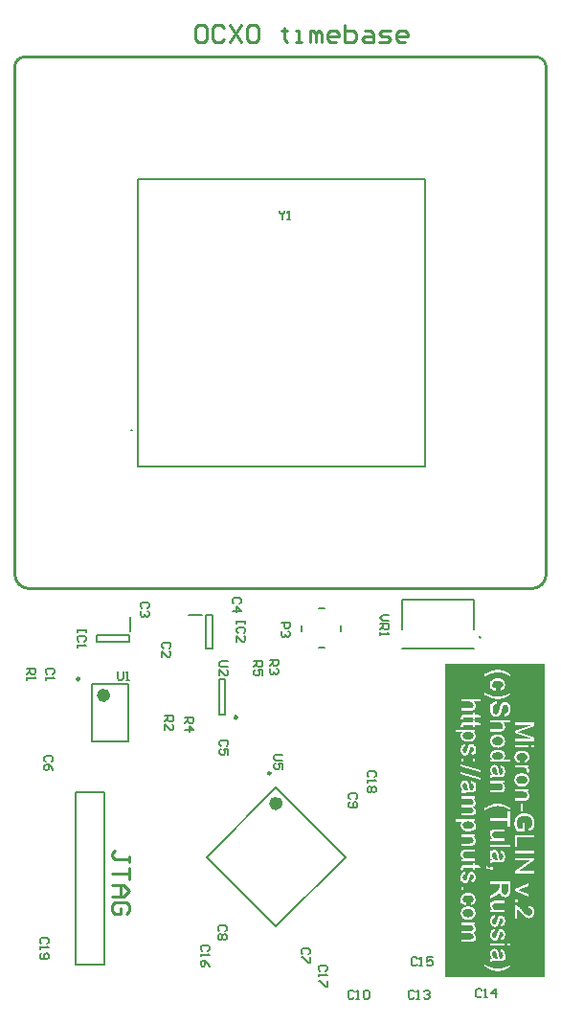
<source format=gto>
G04*
G04 #@! TF.GenerationSoftware,Altium Limited,Altium Designer,21.8.1 (53)*
G04*
G04 Layer_Color=65535*
%FSLAX25Y25*%
%MOIN*%
G70*
G04*
G04 #@! TF.SameCoordinates,FEA55363-24F4-4A60-B236-1B38E07B82BE*
G04*
G04*
G04 #@! TF.FilePolarity,Positive*
G04*
G01*
G75*
%ADD10C,0.02362*%
%ADD11C,0.00984*%
%ADD12C,0.00787*%
%ADD13C,0.01000*%
%ADD14C,0.00591*%
G36*
X179713Y-130000D02*
X169421D01*
D01*
X155689D01*
Y-20830D01*
X169421D01*
D01*
X179713D01*
Y-130000D01*
D02*
G37*
G36*
X190312Y-130000D02*
X179713D01*
Y-79205D01*
X179713D01*
Y-76386D01*
X179728Y-76659D01*
X179757Y-76924D01*
X179794Y-77168D01*
X179824Y-77279D01*
X179846Y-77389D01*
X179868Y-77485D01*
X179897Y-77566D01*
X179920Y-77648D01*
X179934Y-77707D01*
X179956Y-77766D01*
X179964Y-77802D01*
X179979Y-77825D01*
Y-77832D01*
X180089Y-78098D01*
X180215Y-78349D01*
X180348Y-78577D01*
X180414Y-78688D01*
X180473Y-78784D01*
X180532Y-78873D01*
X180591Y-78954D01*
X180635Y-79028D01*
X180680Y-79087D01*
X180717Y-79138D01*
X180746Y-79175D01*
X180761Y-79197D01*
X180768Y-79205D01*
X179819D01*
X186753D01*
X183300D01*
Y-76319D01*
X182495D01*
Y-78319D01*
X181218D01*
X181123Y-78201D01*
X181041Y-78068D01*
X180960Y-77928D01*
X180886Y-77788D01*
X180827Y-77662D01*
X180798Y-77611D01*
X180776Y-77566D01*
X180761Y-77522D01*
X180746Y-77493D01*
X180739Y-77478D01*
Y-77470D01*
X180665Y-77264D01*
X180613Y-77057D01*
X180569Y-76865D01*
X180547Y-76696D01*
X180540Y-76614D01*
X180532Y-76548D01*
X180525Y-76489D01*
Y-76437D01*
X180517Y-76393D01*
Y-76334D01*
X180532Y-76083D01*
X180562Y-75847D01*
X180613Y-75633D01*
X180635Y-75529D01*
X180665Y-75441D01*
X180694Y-75360D01*
X180717Y-75286D01*
X180746Y-75220D01*
X180768Y-75160D01*
X180783Y-75116D01*
X180798Y-75087D01*
X180813Y-75065D01*
Y-75057D01*
X180872Y-74946D01*
X180938Y-74843D01*
X181078Y-74666D01*
X181233Y-74511D01*
X181381Y-74378D01*
X181514Y-74282D01*
X181573Y-74238D01*
X181617Y-74208D01*
X181661Y-74179D01*
X181691Y-74164D01*
X181713Y-74157D01*
X181720Y-74150D01*
X181964Y-74046D01*
X182222Y-73972D01*
X182473Y-73913D01*
X182717Y-73876D01*
X182827Y-73869D01*
X182931Y-73854D01*
X183019Y-73847D01*
X183100D01*
X183159Y-73839D01*
X183211D01*
X183240D01*
X183248D01*
X183521Y-73854D01*
X183779Y-73884D01*
X184008Y-73921D01*
X184119Y-73943D01*
X184215Y-73972D01*
X184303Y-73994D01*
X184384Y-74017D01*
X184451Y-74039D01*
X184510Y-74061D01*
X184562Y-74076D01*
X184591Y-74090D01*
X184613Y-74098D01*
X184621D01*
X184753Y-74157D01*
X184879Y-74223D01*
X184997Y-74297D01*
X185093Y-74363D01*
X185174Y-74423D01*
X185240Y-74474D01*
X185277Y-74504D01*
X185292Y-74518D01*
X185403Y-74629D01*
X185499Y-74755D01*
X185587Y-74873D01*
X185661Y-74991D01*
X185720Y-75094D01*
X185757Y-75175D01*
X185772Y-75205D01*
X185787Y-75227D01*
X185794Y-75242D01*
Y-75249D01*
X185860Y-75426D01*
X185905Y-75603D01*
X185942Y-75788D01*
X185964Y-75950D01*
X185971Y-76031D01*
X185978Y-76098D01*
Y-76164D01*
X185986Y-76216D01*
Y-76319D01*
X185978Y-76504D01*
X185956Y-76681D01*
X185927Y-76836D01*
X185897Y-76976D01*
X185860Y-77087D01*
X185846Y-77138D01*
X185831Y-77175D01*
X185816Y-77205D01*
X185809Y-77227D01*
X185801Y-77242D01*
Y-77249D01*
X185728Y-77397D01*
X185654Y-77530D01*
X185573Y-77640D01*
X185499Y-77736D01*
X185425Y-77802D01*
X185373Y-77854D01*
X185336Y-77891D01*
X185322Y-77899D01*
X185204Y-77980D01*
X185071Y-78053D01*
X184938Y-78120D01*
X184805Y-78179D01*
X184687Y-78223D01*
X184635Y-78238D01*
X184599Y-78253D01*
X184562Y-78268D01*
X184532Y-78275D01*
X184517Y-78282D01*
X184510D01*
X184731Y-79101D01*
X184975Y-79028D01*
X185196Y-78947D01*
X185292Y-78902D01*
X185388Y-78858D01*
X185469Y-78821D01*
X185543Y-78777D01*
X185617Y-78740D01*
X185676Y-78703D01*
X185728Y-78666D01*
X185772Y-78644D01*
X185801Y-78614D01*
X185824Y-78600D01*
X185838Y-78592D01*
X185846Y-78585D01*
X186001Y-78445D01*
X186134Y-78297D01*
X186244Y-78142D01*
X186340Y-77987D01*
X186414Y-77854D01*
X186443Y-77795D01*
X186466Y-77744D01*
X186488Y-77707D01*
X186503Y-77677D01*
X186510Y-77655D01*
Y-77648D01*
X186591Y-77419D01*
X186650Y-77190D01*
X186694Y-76961D01*
X186724Y-76755D01*
X186731Y-76659D01*
X186739Y-76578D01*
X186746Y-76504D01*
X186753Y-76437D01*
Y-76312D01*
X186746Y-76127D01*
X186739Y-75943D01*
X186716Y-75766D01*
X186687Y-75603D01*
X186658Y-75441D01*
X186621Y-75293D01*
X186584Y-75153D01*
X186547Y-75028D01*
X186503Y-74917D01*
X186466Y-74814D01*
X186429Y-74725D01*
X186399Y-74651D01*
X186370Y-74592D01*
X186347Y-74548D01*
X186340Y-74518D01*
X186333Y-74511D01*
X186252Y-74371D01*
X186156Y-74238D01*
X186060Y-74112D01*
X185956Y-74002D01*
X185846Y-73891D01*
X185742Y-73795D01*
X185639Y-73707D01*
X185536Y-73625D01*
X185432Y-73559D01*
X185344Y-73493D01*
X185263Y-73441D01*
X185189Y-73397D01*
X185130Y-73367D01*
X185085Y-73345D01*
X185056Y-73330D01*
X185049Y-73323D01*
X184886Y-73249D01*
X184724Y-73190D01*
X184562Y-73131D01*
X184399Y-73087D01*
X184089Y-73013D01*
X183942Y-72983D01*
X183801Y-72961D01*
X183676Y-72947D01*
X183558Y-72932D01*
X183455Y-72924D01*
X183366Y-72917D01*
X183292Y-72910D01*
X183196D01*
X183012Y-72917D01*
X182827Y-72924D01*
X182658Y-72947D01*
X182488Y-72976D01*
X182333Y-73006D01*
X182178Y-73042D01*
X182038Y-73079D01*
X181912Y-73116D01*
X181794Y-73153D01*
X181691Y-73190D01*
X181602Y-73227D01*
X181521Y-73256D01*
X181462Y-73286D01*
X181418Y-73308D01*
X181388Y-73316D01*
X181381Y-73323D01*
X181233Y-73404D01*
X181093Y-73500D01*
X180967Y-73596D01*
X180842Y-73692D01*
X180731Y-73795D01*
X180635Y-73899D01*
X180540Y-74002D01*
X180458Y-74098D01*
X180385Y-74194D01*
X180318Y-74282D01*
X180266Y-74363D01*
X180222Y-74430D01*
X180185Y-74482D01*
X180163Y-74526D01*
X180148Y-74555D01*
X180141Y-74563D01*
X180067Y-74718D01*
X180001Y-74880D01*
X179942Y-75035D01*
X179897Y-75190D01*
X179853Y-75352D01*
X179816Y-75500D01*
X179787Y-75648D01*
X179765Y-75780D01*
X179750Y-75906D01*
X179735Y-76024D01*
X179728Y-76127D01*
X179720Y-76216D01*
X179713Y-76290D01*
Y-72910D01*
X179713D01*
Y-63589D01*
X182355D01*
X182569Y-63581D01*
X182776Y-63559D01*
X182967Y-63530D01*
X183145Y-63485D01*
X183307Y-63441D01*
X183455Y-63382D01*
X183595Y-63323D01*
X183720Y-63264D01*
X183831Y-63205D01*
X183927Y-63146D01*
X184008Y-63087D01*
X184074Y-63043D01*
X184134Y-62998D01*
X184170Y-62969D01*
X184193Y-62947D01*
X184200Y-62939D01*
X184318Y-62814D01*
X184421Y-62681D01*
X184510Y-62548D01*
X184591Y-62408D01*
X184650Y-62268D01*
X184709Y-62135D01*
X184753Y-61995D01*
X184790Y-61869D01*
X184812Y-61744D01*
X184835Y-61633D01*
X184849Y-61537D01*
X184864Y-61449D01*
Y-61375D01*
X184871Y-61323D01*
Y-61279D01*
X184864Y-61109D01*
X184849Y-60947D01*
X184820Y-60799D01*
X184783Y-60651D01*
X184746Y-60511D01*
X184694Y-60386D01*
X184650Y-60268D01*
X184599Y-60164D01*
X184547Y-60061D01*
X184495Y-59980D01*
X184443Y-59906D01*
X184407Y-59840D01*
X184370Y-59795D01*
X184340Y-59759D01*
X184325Y-59736D01*
X184318Y-59729D01*
X184185Y-59596D01*
X184045Y-59478D01*
X183890Y-59375D01*
X183728Y-59286D01*
X183558Y-59220D01*
X183388Y-59153D01*
X183218Y-59102D01*
X183056Y-59065D01*
X182901Y-59035D01*
X182761Y-59006D01*
X182628Y-58991D01*
X182510Y-58984D01*
X182421Y-58976D01*
X182348Y-58969D01*
X182289D01*
X182060Y-58976D01*
X181846Y-58998D01*
X181647Y-59028D01*
X181462Y-59065D01*
X181292Y-59116D01*
X181137Y-59168D01*
X180997Y-59227D01*
X180864Y-59286D01*
X180754Y-59345D01*
X180650Y-59404D01*
X180569Y-59456D01*
X180503Y-59508D01*
X180444Y-59544D01*
X180407Y-59574D01*
X180385Y-59596D01*
X180377Y-59604D01*
X180259Y-59729D01*
X180156Y-59862D01*
X180067Y-59995D01*
X179993Y-60135D01*
X179927Y-60275D01*
X179875Y-60415D01*
X179831Y-60548D01*
X179794Y-60681D01*
X179772Y-60806D01*
X179750Y-60917D01*
X179735Y-61020D01*
X179720Y-61109D01*
Y-61183D01*
X179713Y-61234D01*
Y-58969D01*
X179713D01*
Y-55397D01*
X184871D01*
X181521D01*
X181632Y-54578D01*
X181514Y-54556D01*
X181410Y-54533D01*
X181307Y-54504D01*
X181218Y-54474D01*
X181130Y-54438D01*
X181056Y-54408D01*
X180990Y-54371D01*
X180923Y-54334D01*
X180872Y-54297D01*
X180827Y-54268D01*
X180754Y-54209D01*
X180709Y-54172D01*
X180702Y-54164D01*
X180694Y-54157D01*
X180598Y-54024D01*
X180525Y-53891D01*
X180473Y-53751D01*
X180436Y-53626D01*
X180414Y-53508D01*
X180407Y-53463D01*
Y-53419D01*
X180399Y-53382D01*
Y-53338D01*
X180407Y-53227D01*
X180421Y-53116D01*
X180444Y-53021D01*
X180473Y-52925D01*
X180540Y-52755D01*
X180628Y-52607D01*
X180665Y-52548D01*
X180709Y-52496D01*
X180746Y-52452D01*
X180783Y-52408D01*
X180805Y-52378D01*
X180827Y-52356D01*
X180842Y-52349D01*
X180849Y-52342D01*
X180938Y-52275D01*
X181041Y-52216D01*
X181152Y-52164D01*
X181263Y-52127D01*
X181506Y-52054D01*
X181742Y-52009D01*
X181853Y-51995D01*
X181956Y-51987D01*
X182052Y-51980D01*
X182133Y-51973D01*
X182200Y-51965D01*
X182252D01*
X182289D01*
X182296D01*
X182473Y-51973D01*
X182643Y-51980D01*
X182790Y-52002D01*
X182931Y-52024D01*
X183063Y-52054D01*
X183182Y-52091D01*
X183285Y-52127D01*
X183381Y-52164D01*
X183462Y-52194D01*
X183536Y-52231D01*
X183595Y-52268D01*
X183639Y-52297D01*
X183683Y-52319D01*
X183705Y-52342D01*
X183720Y-52349D01*
X183728Y-52356D01*
X183809Y-52430D01*
X183875Y-52511D01*
X183942Y-52600D01*
X183993Y-52681D01*
X184038Y-52770D01*
X184074Y-52851D01*
X184126Y-53013D01*
X184163Y-53161D01*
X184170Y-53220D01*
X184178Y-53279D01*
X184185Y-53323D01*
Y-53382D01*
X184178Y-53530D01*
X184148Y-53670D01*
X184104Y-53788D01*
X184060Y-53891D01*
X184008Y-53973D01*
X183971Y-54039D01*
X183942Y-54076D01*
X183927Y-54091D01*
X183824Y-54194D01*
X183705Y-54282D01*
X183580Y-54349D01*
X183462Y-54408D01*
X183351Y-54452D01*
X183263Y-54482D01*
X183226Y-54489D01*
X183204Y-54497D01*
X183189Y-54504D01*
X183182D01*
X183307Y-55316D01*
X183440Y-55286D01*
X183573Y-55242D01*
X183691Y-55198D01*
X183801Y-55153D01*
X183905Y-55102D01*
X184001Y-55043D01*
X184082Y-54991D01*
X184163Y-54932D01*
X184230Y-54880D01*
X184289Y-54829D01*
X184340Y-54784D01*
X184384Y-54740D01*
X184414Y-54711D01*
X184436Y-54681D01*
X184451Y-54666D01*
X184458Y-54659D01*
X184532Y-54563D01*
X184599Y-54460D01*
X184650Y-54349D01*
X184694Y-54238D01*
X184768Y-54017D01*
X184820Y-53810D01*
X184835Y-53714D01*
X184849Y-53626D01*
X184857Y-53544D01*
X184864Y-53478D01*
X184871Y-53426D01*
Y-53279D01*
Y-53345D01*
X184857Y-53116D01*
X184827Y-52895D01*
X184776Y-52696D01*
X184746Y-52607D01*
X184724Y-52519D01*
X184694Y-52445D01*
X184665Y-52378D01*
X184643Y-52319D01*
X184613Y-52268D01*
X184599Y-52223D01*
X184584Y-52194D01*
X184569Y-52179D01*
Y-52172D01*
X184443Y-51980D01*
X184303Y-51818D01*
X184148Y-51677D01*
X184008Y-51567D01*
X183875Y-51478D01*
X183816Y-51449D01*
X183765Y-51419D01*
X183728Y-51397D01*
X183698Y-51382D01*
X183676Y-51367D01*
X183669D01*
X183440Y-51279D01*
X183196Y-51220D01*
X182960Y-51175D01*
X182746Y-51139D01*
X182643Y-51131D01*
X182554Y-51124D01*
X182473Y-51117D01*
X182399D01*
X182348Y-51109D01*
X182266D01*
X182045Y-51117D01*
X181831Y-51139D01*
X181632Y-51168D01*
X181447Y-51205D01*
X181278Y-51249D01*
X181123Y-51301D01*
X180982Y-51360D01*
X180857Y-51419D01*
X180746Y-51471D01*
X180643Y-51530D01*
X180562Y-51581D01*
X180495Y-51626D01*
X180436Y-51663D01*
X180399Y-51692D01*
X180377Y-51714D01*
X180370Y-51722D01*
X180252Y-51840D01*
X180156Y-51965D01*
X180067Y-52098D01*
X179993Y-52231D01*
X179927Y-52371D01*
X179875Y-52504D01*
X179831Y-52637D01*
X179794Y-52762D01*
X179765Y-52880D01*
X179750Y-52991D01*
X179735Y-53094D01*
X179720Y-53175D01*
Y-53249D01*
X179713Y-53301D01*
Y-51109D01*
X179713D01*
Y-20830D01*
X190312D01*
Y-130000D01*
D02*
G37*
G36*
X179720Y-53493D02*
X179735Y-53633D01*
X179757Y-53766D01*
X179787Y-53899D01*
X179824Y-54017D01*
X179868Y-54128D01*
X179905Y-54231D01*
X179956Y-54327D01*
X180001Y-54408D01*
X180038Y-54489D01*
X180082Y-54548D01*
X180119Y-54607D01*
X180148Y-54644D01*
X180171Y-54681D01*
X180185Y-54696D01*
X180193Y-54703D01*
X180289Y-54799D01*
X180385Y-54895D01*
X180495Y-54976D01*
X180606Y-55043D01*
X180717Y-55109D01*
X180827Y-55168D01*
X181034Y-55257D01*
X181137Y-55294D01*
X181226Y-55323D01*
X181307Y-55345D01*
X181381Y-55367D01*
X181440Y-55382D01*
X181484Y-55389D01*
X181514Y-55397D01*
X179713D01*
Y-53345D01*
X179720Y-53493D01*
D02*
G37*
G36*
X182458Y-59832D02*
X182621Y-59840D01*
X182768Y-59862D01*
X182908Y-59891D01*
X183034Y-59921D01*
X183152Y-59958D01*
X183255Y-59995D01*
X183351Y-60031D01*
X183432Y-60068D01*
X183506Y-60105D01*
X183565Y-60142D01*
X183617Y-60172D01*
X183654Y-60201D01*
X183683Y-60223D01*
X183698Y-60231D01*
X183705Y-60238D01*
X183787Y-60319D01*
X183861Y-60400D01*
X183927Y-60489D01*
X183978Y-60578D01*
X184023Y-60666D01*
X184060Y-60747D01*
X184119Y-60917D01*
X184156Y-61057D01*
X184163Y-61124D01*
X184170Y-61175D01*
X184178Y-61220D01*
Y-61279D01*
X184170Y-61389D01*
X184156Y-61500D01*
X184134Y-61603D01*
X184104Y-61699D01*
X184030Y-61876D01*
X183942Y-62032D01*
X183897Y-62090D01*
X183853Y-62150D01*
X183816Y-62194D01*
X183779Y-62238D01*
X183750Y-62268D01*
X183728Y-62290D01*
X183713Y-62305D01*
X183705Y-62312D01*
X183609Y-62386D01*
X183514Y-62452D01*
X183403Y-62504D01*
X183292Y-62555D01*
X183174Y-62600D01*
X183056Y-62629D01*
X182835Y-62681D01*
X182731Y-62696D01*
X182635Y-62710D01*
X182547Y-62718D01*
X182466Y-62725D01*
X182407Y-62733D01*
X182355D01*
X182325D01*
X182318D01*
X182141Y-62725D01*
X181979Y-62718D01*
X181824Y-62696D01*
X181683Y-62666D01*
X181551Y-62637D01*
X181432Y-62600D01*
X181322Y-62563D01*
X181233Y-62526D01*
X181145Y-62482D01*
X181071Y-62445D01*
X181012Y-62408D01*
X180960Y-62378D01*
X180923Y-62349D01*
X180894Y-62327D01*
X180879Y-62319D01*
X180872Y-62312D01*
X180790Y-62231D01*
X180717Y-62150D01*
X180650Y-62061D01*
X180598Y-61980D01*
X180554Y-61891D01*
X180517Y-61803D01*
X180458Y-61640D01*
X180421Y-61500D01*
X180414Y-61434D01*
X180407Y-61382D01*
X180399Y-61338D01*
Y-61279D01*
X180407Y-61161D01*
X180421Y-61057D01*
X180444Y-60947D01*
X180473Y-60851D01*
X180547Y-60674D01*
X180635Y-60526D01*
X180672Y-60460D01*
X180717Y-60400D01*
X180754Y-60356D01*
X180790Y-60312D01*
X180820Y-60282D01*
X180842Y-60260D01*
X180857Y-60246D01*
X180864Y-60238D01*
X180960Y-60164D01*
X181063Y-60105D01*
X181174Y-60046D01*
X181285Y-60002D01*
X181521Y-59928D01*
X181757Y-59877D01*
X181860Y-59862D01*
X181964Y-59847D01*
X182052Y-59840D01*
X182133Y-59832D01*
X182200Y-59825D01*
X182244D01*
X182281D01*
X182289D01*
X182458Y-59832D01*
D02*
G37*
G36*
X179728Y-61515D02*
X179757Y-61736D01*
X179809Y-61936D01*
X179831Y-62032D01*
X179860Y-62113D01*
X179890Y-62194D01*
X179912Y-62260D01*
X179942Y-62319D01*
X179964Y-62371D01*
X179979Y-62415D01*
X179993Y-62445D01*
X180008Y-62459D01*
Y-62467D01*
X180134Y-62659D01*
X180266Y-62828D01*
X180407Y-62969D01*
X180547Y-63087D01*
X180665Y-63183D01*
X180724Y-63220D01*
X180768Y-63249D01*
X180805Y-63271D01*
X180835Y-63286D01*
X180849Y-63301D01*
X180857D01*
X180967Y-63353D01*
X181078Y-63397D01*
X181322Y-63471D01*
X181573Y-63522D01*
X181809Y-63552D01*
X181920Y-63566D01*
X182023Y-63574D01*
X182119Y-63581D01*
X182200D01*
X182266Y-63589D01*
X179713D01*
Y-61279D01*
X179728Y-61515D01*
D02*
G37*
%LPC*%
G36*
X173996Y-23006D02*
X173886D01*
X173650Y-23013D01*
X173421Y-23028D01*
X173199Y-23050D01*
X172978Y-23080D01*
X172771Y-23117D01*
X172572Y-23154D01*
X172380Y-23198D01*
X172203Y-23242D01*
X172048Y-23287D01*
X171900Y-23331D01*
X171775Y-23368D01*
X171664Y-23405D01*
X171583Y-23434D01*
X171517Y-23456D01*
X171480Y-23471D01*
X171465Y-23478D01*
X171251Y-23574D01*
X171044Y-23670D01*
X170845Y-23766D01*
X170653Y-23862D01*
X170476Y-23966D01*
X170306Y-24061D01*
X170151Y-24157D01*
X170004Y-24246D01*
X169878Y-24327D01*
X169760Y-24408D01*
X169657Y-24475D01*
X169576Y-24534D01*
X169509Y-24585D01*
X169458Y-24622D01*
X169428Y-24644D01*
X169421Y-24652D01*
Y-23006D01*
D01*
Y-25250D01*
X169627Y-25124D01*
X169834Y-25006D01*
X170041Y-24895D01*
X170247Y-24792D01*
X170661Y-24608D01*
X171052Y-24445D01*
X171435Y-24312D01*
X171804Y-24202D01*
X172159Y-24106D01*
X172483Y-24039D01*
X172786Y-23980D01*
X172919Y-23958D01*
X173052Y-23936D01*
X173177Y-23921D01*
X173295Y-23906D01*
X173399Y-23892D01*
X173495Y-23884D01*
X173583Y-23877D01*
X173657Y-23869D01*
X173723D01*
X173775Y-23862D01*
X173819D01*
X173856D01*
X173871D01*
X173878D01*
X174203Y-23869D01*
X174520Y-23892D01*
X174675Y-23906D01*
X174815Y-23929D01*
X174956Y-23943D01*
X175081Y-23966D01*
X175199Y-23980D01*
X175303Y-23995D01*
X175399Y-24017D01*
X175480Y-24032D01*
X175539Y-24047D01*
X175590Y-24054D01*
X175620Y-24061D01*
X175627D01*
X175886Y-24128D01*
X176129Y-24202D01*
X176358Y-24275D01*
X176461Y-24312D01*
X176557Y-24342D01*
X176646Y-24379D01*
X176727Y-24408D01*
X176793Y-24438D01*
X176852Y-24460D01*
X176897Y-24475D01*
X176934Y-24489D01*
X176956Y-24504D01*
X176963D01*
X177044Y-24541D01*
X177140Y-24585D01*
X177244Y-24637D01*
X177354Y-24696D01*
X177583Y-24822D01*
X177812Y-24947D01*
X177915Y-25006D01*
X178018Y-25058D01*
X178107Y-25109D01*
X178188Y-25161D01*
X178255Y-25198D01*
X178299Y-25227D01*
X178336Y-25242D01*
X178343Y-25250D01*
Y-24652D01*
X178122Y-24489D01*
X177908Y-24342D01*
X177694Y-24209D01*
X177487Y-24076D01*
X177280Y-23966D01*
X177089Y-23855D01*
X176904Y-23759D01*
X176734Y-23678D01*
X176572Y-23604D01*
X176432Y-23537D01*
X176306Y-23486D01*
X176203Y-23441D01*
X176114Y-23405D01*
X176048Y-23382D01*
X176011Y-23368D01*
X175996Y-23360D01*
X175804Y-23301D01*
X175613Y-23242D01*
X175244Y-23154D01*
X175059Y-23124D01*
X174882Y-23095D01*
X174720Y-23073D01*
X174565Y-23050D01*
X174417Y-23036D01*
X174284Y-23028D01*
X174173Y-23013D01*
X174070D01*
X173996Y-23006D01*
D02*
G37*
G36*
X173945Y-25980D02*
X173863D01*
X173642Y-25988D01*
X173428Y-26010D01*
X173229Y-26039D01*
X173044Y-26076D01*
X172875Y-26120D01*
X172720Y-26172D01*
X172579Y-26231D01*
X172454Y-26290D01*
X172343Y-26342D01*
X172240Y-26401D01*
X172159Y-26452D01*
X172092Y-26497D01*
X172033Y-26534D01*
X171996Y-26563D01*
X171974Y-26585D01*
X171967Y-26593D01*
X171849Y-26711D01*
X171753Y-26836D01*
X171664Y-26969D01*
X171590Y-27102D01*
X171524Y-27242D01*
X171472Y-27375D01*
X171428Y-27508D01*
X171391Y-27633D01*
X171362Y-27751D01*
X171347Y-27862D01*
X171332Y-27965D01*
X171317Y-28047D01*
Y-28120D01*
X171310Y-28172D01*
Y-25980D01*
D01*
Y-30268D01*
Y-28216D01*
X171317Y-28364D01*
X171332Y-28504D01*
X171354Y-28637D01*
X171384Y-28770D01*
X171421Y-28888D01*
X171465Y-28999D01*
X171502Y-29102D01*
X171554Y-29198D01*
X171598Y-29279D01*
X171635Y-29360D01*
X171679Y-29419D01*
X171716Y-29478D01*
X171746Y-29515D01*
X171768Y-29552D01*
X171782Y-29567D01*
X171790Y-29574D01*
X171886Y-29670D01*
X171982Y-29766D01*
X172092Y-29847D01*
X172203Y-29914D01*
X172314Y-29980D01*
X172424Y-30039D01*
X172631Y-30128D01*
X172734Y-30165D01*
X172823Y-30194D01*
X172904Y-30216D01*
X172978Y-30239D01*
X173037Y-30253D01*
X173081Y-30261D01*
X173111Y-30268D01*
X171310D01*
X176469D01*
X173118D01*
X173229Y-29449D01*
X173111Y-29427D01*
X173007Y-29405D01*
X172904Y-29375D01*
X172816Y-29346D01*
X172727Y-29309D01*
X172653Y-29279D01*
X172587Y-29242D01*
X172520Y-29205D01*
X172469Y-29168D01*
X172424Y-29139D01*
X172351Y-29080D01*
X172306Y-29043D01*
X172299Y-29035D01*
X172292Y-29028D01*
X172196Y-28895D01*
X172122Y-28763D01*
X172070Y-28622D01*
X172033Y-28497D01*
X172011Y-28379D01*
X172004Y-28334D01*
Y-28290D01*
X171996Y-28253D01*
Y-28209D01*
X172004Y-28098D01*
X172019Y-27988D01*
X172041Y-27892D01*
X172070Y-27796D01*
X172137Y-27626D01*
X172225Y-27478D01*
X172262Y-27419D01*
X172306Y-27368D01*
X172343Y-27323D01*
X172380Y-27279D01*
X172402Y-27250D01*
X172424Y-27227D01*
X172439Y-27220D01*
X172447Y-27213D01*
X172535Y-27146D01*
X172638Y-27087D01*
X172749Y-27035D01*
X172860Y-26999D01*
X173103Y-26925D01*
X173339Y-26880D01*
X173450Y-26866D01*
X173554Y-26858D01*
X173650Y-26851D01*
X173731Y-26844D01*
X173797Y-26836D01*
X173849D01*
X173886D01*
X173893D01*
X174070Y-26844D01*
X174240Y-26851D01*
X174388Y-26873D01*
X174528Y-26895D01*
X174661Y-26925D01*
X174779Y-26962D01*
X174882Y-26999D01*
X174978Y-27035D01*
X175059Y-27065D01*
X175133Y-27102D01*
X175192Y-27139D01*
X175236Y-27168D01*
X175280Y-27191D01*
X175303Y-27213D01*
X175317Y-27220D01*
X175325Y-27227D01*
X175406Y-27301D01*
X175472Y-27382D01*
X175539Y-27471D01*
X175590Y-27552D01*
X175635Y-27641D01*
X175672Y-27722D01*
X175723Y-27884D01*
X175760Y-28032D01*
X175768Y-28091D01*
X175775Y-28150D01*
X175782Y-28194D01*
Y-28253D01*
X175775Y-28401D01*
X175745Y-28541D01*
X175701Y-28659D01*
X175657Y-28763D01*
X175605Y-28844D01*
X175568Y-28910D01*
X175539Y-28947D01*
X175524Y-28962D01*
X175421Y-29065D01*
X175303Y-29154D01*
X175177Y-29220D01*
X175059Y-29279D01*
X174948Y-29323D01*
X174860Y-29353D01*
X174823Y-29360D01*
X174801Y-29368D01*
X174786Y-29375D01*
X174779D01*
X174904Y-30187D01*
X175037Y-30157D01*
X175170Y-30113D01*
X175288Y-30069D01*
X175399Y-30024D01*
X175502Y-29973D01*
X175598Y-29914D01*
X175679Y-29862D01*
X175760Y-29803D01*
X175827Y-29751D01*
X175886Y-29700D01*
X175937Y-29655D01*
X175982Y-29611D01*
X176011Y-29582D01*
X176033Y-29552D01*
X176048Y-29537D01*
X176055Y-29530D01*
X176129Y-29434D01*
X176196Y-29331D01*
X176247Y-29220D01*
X176292Y-29109D01*
X176365Y-28888D01*
X176417Y-28681D01*
X176432Y-28585D01*
X176446Y-28497D01*
X176454Y-28416D01*
X176461Y-28349D01*
X176469Y-28297D01*
Y-28216D01*
X176454Y-27988D01*
X176424Y-27766D01*
X176373Y-27567D01*
X176343Y-27478D01*
X176321Y-27390D01*
X176292Y-27316D01*
X176262Y-27250D01*
X176240Y-27191D01*
X176210Y-27139D01*
X176196Y-27095D01*
X176181Y-27065D01*
X176166Y-27050D01*
Y-27043D01*
X176041Y-26851D01*
X175900Y-26689D01*
X175745Y-26548D01*
X175605Y-26438D01*
X175472Y-26349D01*
X175413Y-26320D01*
X175362Y-26290D01*
X175325Y-26268D01*
X175295Y-26253D01*
X175273Y-26239D01*
X175266D01*
X175037Y-26150D01*
X174793Y-26091D01*
X174557Y-26047D01*
X174343Y-26010D01*
X174240Y-26002D01*
X174151Y-25995D01*
X174070Y-25988D01*
X173996D01*
X173945Y-25980D01*
D02*
G37*
G36*
X178343Y-30932D02*
D01*
X178166Y-31036D01*
X178004Y-31124D01*
X177849Y-31213D01*
X177708Y-31286D01*
X177583Y-31353D01*
X177472Y-31412D01*
X177369Y-31471D01*
X177280Y-31515D01*
X177199Y-31552D01*
X177133Y-31589D01*
X177074Y-31618D01*
X177030Y-31641D01*
X176993Y-31655D01*
X176971Y-31670D01*
X176956Y-31678D01*
X176948D01*
X176705Y-31773D01*
X176469Y-31862D01*
X176247Y-31936D01*
X176137Y-31973D01*
X176041Y-32002D01*
X175952Y-32024D01*
X175864Y-32047D01*
X175790Y-32069D01*
X175731Y-32083D01*
X175679Y-32098D01*
X175642Y-32106D01*
X175620Y-32113D01*
X175613D01*
X175288Y-32179D01*
X174978Y-32231D01*
X174830Y-32253D01*
X174683Y-32268D01*
X174550Y-32283D01*
X174424Y-32298D01*
X174306Y-32305D01*
X174203Y-32312D01*
X174107D01*
X174026Y-32320D01*
X173967D01*
X173915D01*
X173886D01*
X173878D01*
X173672Y-32312D01*
X173458Y-32305D01*
X173044Y-32261D01*
X172638Y-32194D01*
X172240Y-32106D01*
X171856Y-31995D01*
X171487Y-31884D01*
X171140Y-31759D01*
X170808Y-31626D01*
X170513Y-31493D01*
X170373Y-31434D01*
X170240Y-31375D01*
X170122Y-31309D01*
X170004Y-31257D01*
X169901Y-31198D01*
X169805Y-31146D01*
X169716Y-31102D01*
X169642Y-31058D01*
X169576Y-31021D01*
X169524Y-30991D01*
X169480Y-30969D01*
X169443Y-30947D01*
X169428Y-30940D01*
X169421Y-30932D01*
D01*
Y-33176D01*
X178343D01*
D01*
X173886D01*
X174092Y-33168D01*
X174292Y-33161D01*
X174491Y-33146D01*
X174683Y-33117D01*
X174860Y-33094D01*
X175037Y-33065D01*
X175199Y-33028D01*
X175354Y-32999D01*
X175495Y-32962D01*
X175620Y-32932D01*
X175731Y-32895D01*
X175819Y-32873D01*
X175893Y-32851D01*
X175952Y-32829D01*
X175982Y-32821D01*
X175996Y-32814D01*
X176218Y-32733D01*
X176439Y-32637D01*
X176860Y-32438D01*
X177066Y-32334D01*
X177258Y-32224D01*
X177443Y-32120D01*
X177613Y-32017D01*
X177768Y-31921D01*
X177915Y-31825D01*
X178041Y-31744D01*
X178144Y-31670D01*
X178225Y-31611D01*
X178291Y-31567D01*
X178328Y-31537D01*
X178343Y-31530D01*
Y-30932D01*
D02*
G37*
G36*
X173613Y-33958D02*
D01*
X173487Y-33965D01*
X173362Y-33980D01*
X173133Y-34024D01*
X172919Y-34083D01*
X172823Y-34113D01*
X172742Y-34150D01*
X172661Y-34179D01*
X172587Y-34216D01*
X172528Y-34246D01*
X172476Y-34275D01*
X172432Y-34297D01*
X172402Y-34312D01*
X172388Y-34320D01*
X172380Y-34327D01*
X172188Y-34467D01*
X172026Y-34630D01*
X171886Y-34792D01*
X171775Y-34947D01*
X171686Y-35087D01*
X171657Y-35146D01*
X171627Y-35198D01*
X171605Y-35242D01*
X171590Y-35272D01*
X171576Y-35294D01*
Y-35301D01*
X171487Y-35552D01*
X171421Y-35810D01*
X171376Y-36069D01*
X171347Y-36312D01*
X171332Y-36430D01*
X171325Y-36534D01*
X171317Y-36622D01*
Y-36703D01*
X171310Y-36770D01*
Y-33958D01*
D01*
Y-39375D01*
X178350D01*
D01*
X173339D01*
X173539Y-39360D01*
X173723Y-39331D01*
X173886Y-39286D01*
X174026Y-39235D01*
X174144Y-39176D01*
X174196Y-39154D01*
X174232Y-39131D01*
X174262Y-39117D01*
X174284Y-39102D01*
X174299Y-39087D01*
X174306D01*
X174380Y-39028D01*
X174454Y-38969D01*
X174594Y-38829D01*
X174712Y-38688D01*
X174808Y-38541D01*
X174889Y-38416D01*
X174926Y-38357D01*
X174948Y-38305D01*
X174970Y-38268D01*
X174985Y-38238D01*
X175000Y-38216D01*
Y-38209D01*
X175037Y-38128D01*
X175074Y-38024D01*
X175111Y-37921D01*
X175148Y-37803D01*
X175214Y-37552D01*
X175280Y-37301D01*
X175317Y-37183D01*
X175339Y-37072D01*
X175369Y-36969D01*
X175384Y-36880D01*
X175406Y-36807D01*
X175421Y-36755D01*
X175428Y-36718D01*
Y-36703D01*
X175472Y-36504D01*
X175524Y-36327D01*
X175568Y-36172D01*
X175613Y-36024D01*
X175657Y-35899D01*
X175694Y-35788D01*
X175731Y-35692D01*
X175768Y-35611D01*
X175804Y-35545D01*
X175834Y-35486D01*
X175856Y-35441D01*
X175878Y-35405D01*
X175900Y-35375D01*
X175915Y-35360D01*
X175923Y-35345D01*
X176019Y-35257D01*
X176114Y-35198D01*
X176218Y-35153D01*
X176314Y-35117D01*
X176395Y-35102D01*
X176461Y-35094D01*
X176505Y-35087D01*
X176513D01*
X176520D01*
X176602Y-35094D01*
X176675Y-35102D01*
X176808Y-35146D01*
X176934Y-35205D01*
X177037Y-35272D01*
X177126Y-35338D01*
X177192Y-35397D01*
X177229Y-35441D01*
X177244Y-35449D01*
Y-35456D01*
X177295Y-35530D01*
X177347Y-35618D01*
X177421Y-35803D01*
X177472Y-35995D01*
X177509Y-36194D01*
X177524Y-36283D01*
X177531Y-36371D01*
X177539Y-36445D01*
Y-36511D01*
X177546Y-36571D01*
Y-36784D01*
X177531Y-36917D01*
X177517Y-37043D01*
X177495Y-37161D01*
X177472Y-37264D01*
X177443Y-37360D01*
X177413Y-37449D01*
X177384Y-37530D01*
X177347Y-37596D01*
X177317Y-37655D01*
X177288Y-37707D01*
X177266Y-37751D01*
X177244Y-37781D01*
X177229Y-37810D01*
X177221Y-37818D01*
X177214Y-37825D01*
X177148Y-37899D01*
X177081Y-37965D01*
X176926Y-38069D01*
X176764Y-38157D01*
X176609Y-38216D01*
X176469Y-38260D01*
X176410Y-38275D01*
X176351Y-38290D01*
X176306Y-38297D01*
X176277D01*
X176255Y-38305D01*
X176247D01*
X176314Y-39168D01*
X176535Y-39146D01*
X176734Y-39102D01*
X176919Y-39050D01*
X177074Y-38991D01*
X177140Y-38954D01*
X177207Y-38932D01*
X177258Y-38903D01*
X177303Y-38880D01*
X177339Y-38858D01*
X177362Y-38844D01*
X177376Y-38836D01*
X177384Y-38829D01*
X177553Y-38703D01*
X177694Y-38563D01*
X177819Y-38416D01*
X177922Y-38268D01*
X177996Y-38142D01*
X178026Y-38083D01*
X178055Y-38039D01*
X178077Y-38002D01*
X178085Y-37965D01*
X178100Y-37951D01*
Y-37943D01*
X178181Y-37722D01*
X178247Y-37493D01*
X178291Y-37264D01*
X178321Y-37058D01*
X178328Y-36962D01*
X178336Y-36880D01*
X178343Y-36799D01*
X178350Y-36733D01*
Y-36607D01*
X178343Y-36356D01*
X178314Y-36120D01*
X178277Y-35914D01*
X178255Y-35818D01*
X178233Y-35729D01*
X178210Y-35648D01*
X178188Y-35574D01*
X178166Y-35508D01*
X178151Y-35456D01*
X178137Y-35419D01*
X178122Y-35382D01*
X178114Y-35368D01*
Y-35360D01*
X178018Y-35161D01*
X177908Y-34991D01*
X177797Y-34844D01*
X177686Y-34725D01*
X177583Y-34630D01*
X177502Y-34556D01*
X177472Y-34534D01*
X177450Y-34519D01*
X177435Y-34504D01*
X177428D01*
X177258Y-34408D01*
X177089Y-34334D01*
X176934Y-34290D01*
X176786Y-34253D01*
X176653Y-34231D01*
X176602Y-34224D01*
X176557D01*
X176520Y-34216D01*
X176491D01*
X176476D01*
X176469D01*
X176299Y-34224D01*
X176137Y-34253D01*
X175989Y-34290D01*
X175864Y-34334D01*
X175760Y-34379D01*
X175679Y-34416D01*
X175649Y-34430D01*
X175627Y-34445D01*
X175620Y-34452D01*
X175613D01*
X175480Y-34548D01*
X175354Y-34666D01*
X175251Y-34784D01*
X175155Y-34910D01*
X175081Y-35013D01*
X175030Y-35102D01*
X175015Y-35139D01*
X175000Y-35161D01*
X174985Y-35176D01*
Y-35183D01*
X174948Y-35257D01*
X174911Y-35345D01*
X174875Y-35441D01*
X174838Y-35545D01*
X174764Y-35759D01*
X174697Y-35980D01*
X174668Y-36083D01*
X174638Y-36172D01*
X174616Y-36261D01*
X174594Y-36342D01*
X174579Y-36401D01*
X174565Y-36452D01*
X174557Y-36482D01*
Y-36489D01*
X174520Y-36659D01*
X174476Y-36814D01*
X174446Y-36947D01*
X174410Y-37072D01*
X174380Y-37183D01*
X174358Y-37286D01*
X174328Y-37367D01*
X174306Y-37449D01*
X174292Y-37508D01*
X174269Y-37567D01*
X174255Y-37611D01*
X174247Y-37641D01*
X174240Y-37670D01*
X174232Y-37685D01*
X174225Y-37700D01*
X174159Y-37847D01*
X174092Y-37973D01*
X174026Y-38083D01*
X173967Y-38165D01*
X173908Y-38231D01*
X173863Y-38275D01*
X173834Y-38305D01*
X173827Y-38312D01*
X173738Y-38379D01*
X173642Y-38423D01*
X173546Y-38460D01*
X173458Y-38482D01*
X173384Y-38497D01*
X173317Y-38504D01*
X173281D01*
X173273D01*
X173266D01*
X173155Y-38497D01*
X173044Y-38475D01*
X172948Y-38438D01*
X172860Y-38408D01*
X172786Y-38371D01*
X172727Y-38334D01*
X172697Y-38312D01*
X172683Y-38305D01*
X172587Y-38224D01*
X172506Y-38135D01*
X172432Y-38032D01*
X172373Y-37936D01*
X172328Y-37847D01*
X172292Y-37781D01*
X172277Y-37751D01*
X172269Y-37729D01*
X172262Y-37722D01*
Y-37714D01*
X172210Y-37567D01*
X172174Y-37412D01*
X172151Y-37257D01*
X172137Y-37117D01*
X172122Y-36999D01*
Y-36947D01*
X172115Y-36903D01*
Y-36814D01*
X172122Y-36600D01*
X172144Y-36408D01*
X172181Y-36224D01*
X172218Y-36069D01*
X172232Y-36002D01*
X172247Y-35943D01*
X172269Y-35892D01*
X172284Y-35847D01*
X172299Y-35810D01*
X172306Y-35788D01*
X172314Y-35774D01*
Y-35766D01*
X172395Y-35604D01*
X172483Y-35464D01*
X172565Y-35345D01*
X172653Y-35250D01*
X172727Y-35176D01*
X172786Y-35124D01*
X172823Y-35087D01*
X172838Y-35080D01*
X172970Y-35006D01*
X173111Y-34947D01*
X173251Y-34903D01*
X173384Y-34866D01*
X173509Y-34836D01*
X173554Y-34829D01*
X173598Y-34821D01*
X173635Y-34814D01*
X173664Y-34807D01*
X173679D01*
X173686D01*
X173613Y-33958D01*
D02*
G37*
G36*
X167948Y-33202D02*
X161136D01*
Y-34036D01*
X163830D01*
X164036Y-34043D01*
X164221Y-34058D01*
X164376Y-34080D01*
X164501Y-34102D01*
X164605Y-34124D01*
X164678Y-34146D01*
X164700Y-34154D01*
X164723Y-34161D01*
X164737Y-34168D01*
X164856Y-34227D01*
X164959Y-34301D01*
X165047Y-34375D01*
X165121Y-34456D01*
X165180Y-34523D01*
X165225Y-34582D01*
X165254Y-34618D01*
X165261Y-34633D01*
X165328Y-34759D01*
X165380Y-34884D01*
X165409Y-35002D01*
X165438Y-35106D01*
X165453Y-35201D01*
X165461Y-35275D01*
Y-35334D01*
X165446Y-35511D01*
X165416Y-35666D01*
X165372Y-35792D01*
X165320Y-35903D01*
X165261Y-35991D01*
X165217Y-36050D01*
X165188Y-36087D01*
X165173Y-36102D01*
X165114Y-36154D01*
X165055Y-36190D01*
X164907Y-36257D01*
X164760Y-36309D01*
X164605Y-36338D01*
X164472Y-36360D01*
X164413Y-36367D01*
X164361D01*
X164317Y-36375D01*
X164287D01*
X164265D01*
X164258D01*
X161136D01*
Y-37209D01*
X167948D01*
Y-33202D01*
D02*
G37*
G36*
X167793Y-38013D02*
Y-39467D01*
X167291Y-38633D01*
X166073D01*
Y-38013D01*
X165424D01*
Y-38633D01*
X162575D01*
X162442D01*
X162317Y-38641D01*
X162206D01*
X162103Y-38648D01*
X162014Y-38655D01*
X161933Y-38663D01*
X161859Y-38670D01*
X161800Y-38685D01*
X161749Y-38692D01*
X161704Y-38700D01*
X161667Y-38707D01*
X161638Y-38714D01*
X161601Y-38722D01*
X161586Y-38729D01*
X161505Y-38773D01*
X161431Y-38825D01*
X161365Y-38884D01*
X161313Y-38943D01*
X161269Y-39002D01*
X161239Y-39046D01*
X161217Y-39076D01*
X161210Y-39083D01*
X161165Y-39187D01*
X161129Y-39297D01*
X161106Y-39415D01*
X161084Y-39534D01*
X161077Y-39637D01*
X161070Y-39718D01*
Y-39593D01*
Y-39792D01*
X161084Y-40013D01*
X161092Y-40117D01*
X161106Y-40213D01*
X161121Y-40301D01*
X161129Y-40367D01*
X161143Y-40412D01*
Y-40426D01*
X161070D01*
D01*
X167793D01*
Y-38013D01*
D02*
G37*
G36*
Y-40655D02*
Y-42109D01*
X167291Y-41275D01*
X166073D01*
Y-40655D01*
X165424D01*
Y-41275D01*
X162575D01*
X162442D01*
X162317Y-41283D01*
X162206D01*
X162103Y-41290D01*
X162014Y-41297D01*
X161933Y-41305D01*
X161859Y-41312D01*
X161800Y-41327D01*
X161749Y-41334D01*
X161704Y-41342D01*
X161667Y-41349D01*
X161638Y-41356D01*
X161601Y-41364D01*
X161586Y-41371D01*
X161505Y-41416D01*
X161431Y-41467D01*
X161365Y-41526D01*
X161313Y-41585D01*
X161269Y-41644D01*
X161239Y-41688D01*
X161217Y-41718D01*
X161210Y-41725D01*
X161165Y-41829D01*
X161129Y-41939D01*
X161106Y-42057D01*
X161084Y-42176D01*
X161077Y-42279D01*
X161070Y-42360D01*
Y-42235D01*
Y-42434D01*
X161084Y-42655D01*
X161092Y-42759D01*
X161106Y-42855D01*
X161121Y-42943D01*
X161129Y-43009D01*
X161143Y-43054D01*
Y-43069D01*
X161070D01*
D01*
X167793D01*
Y-40655D01*
D02*
G37*
G36*
X178233Y-40497D02*
X171421D01*
Y-41331D01*
X174114D01*
X174321Y-41338D01*
X174506Y-41353D01*
X174661Y-41375D01*
X174786Y-41397D01*
X174889Y-41419D01*
X174963Y-41441D01*
X174985Y-41449D01*
X175007Y-41456D01*
X175022Y-41463D01*
X175140Y-41522D01*
X175244Y-41596D01*
X175332Y-41670D01*
X175406Y-41751D01*
X175465Y-41818D01*
X175509Y-41877D01*
X175539Y-41914D01*
X175546Y-41928D01*
X175613Y-42054D01*
X175664Y-42179D01*
X175694Y-42297D01*
X175723Y-42401D01*
X175738Y-42497D01*
X175745Y-42570D01*
Y-42630D01*
X175731Y-42807D01*
X175701Y-42962D01*
X175657Y-43087D01*
X175605Y-43198D01*
X175546Y-43286D01*
X175502Y-43345D01*
X175472Y-43382D01*
X175458Y-43397D01*
X175399Y-43449D01*
X175339Y-43486D01*
X175192Y-43552D01*
X175044Y-43604D01*
X174889Y-43633D01*
X174757Y-43655D01*
X174697Y-43663D01*
X174646D01*
X174601Y-43670D01*
X174572D01*
X174550D01*
X174542D01*
X171421D01*
Y-44504D01*
X178233D01*
Y-40497D01*
D02*
G37*
G36*
X166184Y-43777D02*
X159247D01*
Y-44611D01*
X161645D01*
X161549Y-44692D01*
X161461Y-44781D01*
X161380Y-44869D01*
X161320Y-44958D01*
X161269Y-45032D01*
X161224Y-45098D01*
X161202Y-45135D01*
X161195Y-45150D01*
X161136Y-45275D01*
X161099Y-45408D01*
X161070Y-45533D01*
X161047Y-45652D01*
X161033Y-45755D01*
X161025Y-45829D01*
Y-45902D01*
X161033Y-46013D01*
X161040Y-46117D01*
X161077Y-46316D01*
X161129Y-46500D01*
X161188Y-46663D01*
X161217Y-46736D01*
X161239Y-46803D01*
X161269Y-46854D01*
X161291Y-46906D01*
X161313Y-46943D01*
X161328Y-46973D01*
X161343Y-46987D01*
Y-46995D01*
X161475Y-47179D01*
X161623Y-47334D01*
X161778Y-47474D01*
X161933Y-47585D01*
X162066Y-47674D01*
X162125Y-47703D01*
X162177Y-47733D01*
X162213Y-47755D01*
X162243Y-47770D01*
X162265Y-47784D01*
X162273D01*
X162509Y-47873D01*
X162745Y-47939D01*
X162974Y-47991D01*
X163180Y-48021D01*
X163276Y-48035D01*
X163365Y-48043D01*
X163446Y-48050D01*
X163512D01*
X163564Y-48057D01*
X166184D01*
Y-45961D01*
X166176Y-45792D01*
X166154Y-45629D01*
X166125Y-45489D01*
X166088Y-45371D01*
X166051Y-45275D01*
X166022Y-45201D01*
X165999Y-45157D01*
X165992Y-45150D01*
Y-45142D01*
X165911Y-45017D01*
X165822Y-44906D01*
X165726Y-44803D01*
X165638Y-44714D01*
X165557Y-44640D01*
X165483Y-44581D01*
X165438Y-44552D01*
X165431Y-44537D01*
X166073D01*
Y-43777D01*
X166184D01*
D02*
G37*
G36*
Y-48736D02*
X161025D01*
D01*
X166184D01*
D02*
G37*
G36*
X173945Y-45478D02*
X173886D01*
X173657Y-45485D01*
X173443Y-45508D01*
X173244Y-45537D01*
X173059Y-45574D01*
X172889Y-45626D01*
X172734Y-45677D01*
X172594Y-45737D01*
X172461Y-45796D01*
X172351Y-45854D01*
X172247Y-45914D01*
X172166Y-45965D01*
X172100Y-46017D01*
X172041Y-46054D01*
X172004Y-46083D01*
X171982Y-46106D01*
X171974Y-46113D01*
X171856Y-46238D01*
X171753Y-46371D01*
X171664Y-46504D01*
X171590Y-46644D01*
X171524Y-46784D01*
X171472Y-46925D01*
X171428Y-47058D01*
X171391Y-47190D01*
X171369Y-47316D01*
X171347Y-47427D01*
X171332Y-47530D01*
X171317Y-47618D01*
Y-47692D01*
X171310Y-47744D01*
Y-47788D01*
X171325Y-48024D01*
X171354Y-48246D01*
X171406Y-48445D01*
X171428Y-48541D01*
X171458Y-48622D01*
X171487Y-48703D01*
X171509Y-48770D01*
X171539Y-48829D01*
X171561Y-48880D01*
X171576Y-48925D01*
X171590Y-48954D01*
X171605Y-48969D01*
Y-48976D01*
X171731Y-49168D01*
X171863Y-49338D01*
X172004Y-49478D01*
X172144Y-49596D01*
X172262Y-49692D01*
X172321Y-49729D01*
X172365Y-49759D01*
X172402Y-49781D01*
X172432Y-49795D01*
X172447Y-49810D01*
X172454D01*
X172565Y-49862D01*
X172675Y-49906D01*
X172919Y-49980D01*
X173170Y-50032D01*
X173406Y-50061D01*
X173517Y-50076D01*
X173620Y-50083D01*
X173716Y-50091D01*
X173797D01*
X173863Y-50098D01*
X171310D01*
D01*
X176469D01*
D01*
X173952D01*
X174166Y-50091D01*
X174373Y-50068D01*
X174565Y-50039D01*
X174742Y-49995D01*
X174904Y-49950D01*
X175052Y-49891D01*
X175192Y-49832D01*
X175317Y-49773D01*
X175428Y-49714D01*
X175524Y-49655D01*
X175605Y-49596D01*
X175672Y-49552D01*
X175731Y-49508D01*
X175768Y-49478D01*
X175790Y-49456D01*
X175797Y-49449D01*
X175915Y-49323D01*
X176019Y-49190D01*
X176107Y-49057D01*
X176188Y-48917D01*
X176247Y-48777D01*
X176306Y-48644D01*
X176351Y-48504D01*
X176388Y-48379D01*
X176410Y-48253D01*
X176432Y-48142D01*
X176446Y-48046D01*
X176461Y-47958D01*
Y-47884D01*
X176469Y-47832D01*
Y-47788D01*
X176461Y-47618D01*
X176446Y-47456D01*
X176417Y-47308D01*
X176380Y-47161D01*
X176343Y-47021D01*
X176292Y-46895D01*
X176247Y-46777D01*
X176196Y-46674D01*
X176144Y-46570D01*
X176092Y-46489D01*
X176041Y-46415D01*
X176004Y-46349D01*
X175967Y-46305D01*
X175937Y-46268D01*
X175923Y-46246D01*
X175915Y-46238D01*
X175782Y-46106D01*
X175642Y-45987D01*
X175487Y-45884D01*
X175325Y-45796D01*
X175155Y-45729D01*
X174985Y-45663D01*
X174815Y-45611D01*
X174653Y-45574D01*
X174498Y-45545D01*
X174358Y-45515D01*
X174225Y-45500D01*
X174107Y-45493D01*
X174019Y-45485D01*
X173945Y-45478D01*
D02*
G37*
G36*
X166184Y-48736D02*
D01*
Y-50692D01*
X166176Y-50552D01*
X166169Y-50419D01*
X166154Y-50294D01*
X166132Y-50190D01*
X166110Y-50094D01*
X166095Y-50028D01*
X166088Y-49984D01*
X166081Y-49976D01*
Y-49969D01*
X166044Y-49851D01*
X165999Y-49740D01*
X165955Y-49652D01*
X165918Y-49578D01*
X165889Y-49519D01*
X165859Y-49474D01*
X165844Y-49445D01*
X165837Y-49437D01*
X165763Y-49342D01*
X165689Y-49260D01*
X165608Y-49187D01*
X165534Y-49135D01*
X165468Y-49083D01*
X165416Y-49054D01*
X165387Y-49032D01*
X165372Y-49024D01*
X165269Y-48973D01*
X165158Y-48936D01*
X165055Y-48913D01*
X164959Y-48899D01*
X164878Y-48884D01*
X164819Y-48877D01*
X164774D01*
X164767D01*
X164760D01*
X164627Y-48884D01*
X164501Y-48906D01*
X164391Y-48936D01*
X164295Y-48965D01*
X164213Y-48995D01*
X164147Y-49024D01*
X164110Y-49046D01*
X164095Y-49054D01*
X163992Y-49128D01*
X163896Y-49216D01*
X163822Y-49305D01*
X163756Y-49393D01*
X163697Y-49474D01*
X163660Y-49534D01*
X163638Y-49578D01*
X163630Y-49585D01*
Y-49593D01*
X163601Y-49666D01*
X163564Y-49755D01*
X163527Y-49843D01*
X163498Y-49947D01*
X163431Y-50161D01*
X163365Y-50367D01*
X163335Y-50471D01*
X163306Y-50567D01*
X163284Y-50655D01*
X163261Y-50729D01*
X163247Y-50788D01*
X163232Y-50840D01*
X163224Y-50869D01*
Y-50877D01*
X163195Y-50995D01*
X163165Y-51105D01*
X163136Y-51209D01*
X163106Y-51297D01*
X163084Y-51379D01*
X163062Y-51445D01*
X163040Y-51504D01*
X163018Y-51563D01*
X163003Y-51607D01*
X162988Y-51644D01*
X162966Y-51696D01*
X162951Y-51725D01*
X162944Y-51733D01*
X162878Y-51814D01*
X162804Y-51880D01*
X162730Y-51925D01*
X162656Y-51954D01*
X162597Y-51969D01*
X162538Y-51984D01*
X162509D01*
X162494D01*
X162376Y-51969D01*
X162273Y-51939D01*
X162177Y-51895D01*
X162095Y-51843D01*
X162029Y-51792D01*
X161985Y-51748D01*
X161948Y-51718D01*
X161940Y-51703D01*
X161867Y-51585D01*
X161808Y-51452D01*
X161771Y-51305D01*
X161741Y-51164D01*
X161726Y-51039D01*
X161719Y-50987D01*
Y-50936D01*
X161712Y-50899D01*
Y-50840D01*
X161726Y-50640D01*
X161756Y-50463D01*
X161793Y-50308D01*
X161844Y-50183D01*
X161889Y-50080D01*
X161933Y-50006D01*
X161962Y-49962D01*
X161970Y-49954D01*
Y-49947D01*
X162081Y-49836D01*
X162199Y-49755D01*
X162331Y-49688D01*
X162457Y-49637D01*
X162568Y-49600D01*
X162612Y-49585D01*
X162656Y-49578D01*
X162693Y-49570D01*
X162715D01*
X162730Y-49563D01*
X162737D01*
X162605Y-48736D01*
X162464Y-48766D01*
X162324Y-48803D01*
X162199Y-48847D01*
X162088Y-48891D01*
X161977Y-48943D01*
X161881Y-48995D01*
X161793Y-49046D01*
X161712Y-49105D01*
X161645Y-49157D01*
X161586Y-49209D01*
X161535Y-49253D01*
X161490Y-49290D01*
X161461Y-49327D01*
X161439Y-49349D01*
X161424Y-49364D01*
X161416Y-49371D01*
X161350Y-49474D01*
X161291Y-49578D01*
X161232Y-49696D01*
X161188Y-49814D01*
X161121Y-50065D01*
X161077Y-50301D01*
X161055Y-50412D01*
X161047Y-50515D01*
X161040Y-50611D01*
X161033Y-50685D01*
X161025Y-50751D01*
Y-50847D01*
X161033Y-51061D01*
X161055Y-51253D01*
X161092Y-51430D01*
X161129Y-51585D01*
X161143Y-51652D01*
X161158Y-51711D01*
X161180Y-51762D01*
X161195Y-51806D01*
X161210Y-51843D01*
X161217Y-51866D01*
X161224Y-51880D01*
Y-51888D01*
X161306Y-52050D01*
X161394Y-52190D01*
X161490Y-52308D01*
X161586Y-52412D01*
X161667Y-52486D01*
X161734Y-52544D01*
X161778Y-52574D01*
X161785Y-52589D01*
X161793D01*
X161933Y-52670D01*
X162073Y-52736D01*
X162206Y-52781D01*
X162324Y-52810D01*
X162427Y-52825D01*
X162509Y-52840D01*
X162582D01*
X162737Y-52832D01*
X162878Y-52810D01*
X162996Y-52773D01*
X163099Y-52736D01*
X163188Y-52700D01*
X163247Y-52663D01*
X163284Y-52640D01*
X163298Y-52633D01*
X163402Y-52552D01*
X163490Y-52463D01*
X163564Y-52367D01*
X163623Y-52279D01*
X163675Y-52205D01*
X163704Y-52139D01*
X163726Y-52094D01*
X163734Y-52087D01*
Y-52080D01*
X163763Y-52006D01*
X163793Y-51925D01*
X163830Y-51836D01*
X163859Y-51740D01*
X163926Y-51541D01*
X163985Y-51334D01*
X164014Y-51238D01*
X164044Y-51142D01*
X164066Y-51061D01*
X164088Y-50995D01*
X164103Y-50928D01*
X164118Y-50884D01*
X164125Y-50854D01*
Y-50847D01*
X164154Y-50736D01*
X164184Y-50640D01*
X164206Y-50552D01*
X164228Y-50471D01*
X164250Y-50404D01*
X164265Y-50345D01*
X164280Y-50294D01*
X164295Y-50249D01*
X164317Y-50183D01*
X164331Y-50139D01*
X164339Y-50116D01*
Y-50109D01*
X164376Y-50035D01*
X164413Y-49969D01*
X164450Y-49910D01*
X164487Y-49866D01*
X164516Y-49829D01*
X164538Y-49806D01*
X164553Y-49792D01*
X164560Y-49784D01*
X164612Y-49755D01*
X164664Y-49733D01*
X164760Y-49703D01*
X164796Y-49696D01*
X164826Y-49688D01*
X164848D01*
X164856D01*
X164951Y-49696D01*
X165033Y-49725D01*
X165114Y-49762D01*
X165180Y-49814D01*
X165232Y-49858D01*
X165269Y-49895D01*
X165298Y-49925D01*
X165306Y-49932D01*
X165343Y-49984D01*
X165372Y-50035D01*
X165416Y-50161D01*
X165453Y-50301D01*
X165475Y-50434D01*
X165490Y-50559D01*
Y-50611D01*
X165498Y-50655D01*
Y-50751D01*
X165490Y-50928D01*
X165461Y-51076D01*
X165431Y-51209D01*
X165387Y-51319D01*
X165350Y-51401D01*
X165313Y-51460D01*
X165284Y-51496D01*
X165276Y-51511D01*
X165188Y-51600D01*
X165092Y-51674D01*
X164996Y-51733D01*
X164900Y-51777D01*
X164819Y-51806D01*
X164745Y-51821D01*
X164700Y-51836D01*
X164693D01*
X164686D01*
X164796Y-52655D01*
X164966Y-52618D01*
X165114Y-52574D01*
X165247Y-52530D01*
X165357Y-52478D01*
X165438Y-52434D01*
X165505Y-52397D01*
X165542Y-52367D01*
X165557Y-52360D01*
X165660Y-52271D01*
X165749Y-52168D01*
X165830Y-52065D01*
X165896Y-51961D01*
X165948Y-51858D01*
X165985Y-51784D01*
X165999Y-51755D01*
X166007Y-51733D01*
X166014Y-51718D01*
Y-51711D01*
X166073Y-51541D01*
X166110Y-51371D01*
X166140Y-51194D01*
X166162Y-51039D01*
X166176Y-50899D01*
Y-50840D01*
X166184Y-50788D01*
Y-52840D01*
D01*
Y-48736D01*
D02*
G37*
G36*
X178233Y-50770D02*
D01*
Y-54216D01*
X175782D01*
X175893Y-54128D01*
X175989Y-54032D01*
X176070Y-53936D01*
X176144Y-53847D01*
X176203Y-53766D01*
X176240Y-53707D01*
X176269Y-53663D01*
X176277Y-53655D01*
Y-53648D01*
X176343Y-53515D01*
X176388Y-53375D01*
X176424Y-53242D01*
X176446Y-53116D01*
X176461Y-53013D01*
X176469Y-52925D01*
Y-52740D01*
X176454Y-52629D01*
X176417Y-52423D01*
X176365Y-52238D01*
X176306Y-52076D01*
X176277Y-52002D01*
X176247Y-51943D01*
X176218Y-51884D01*
X176196Y-51840D01*
X176173Y-51803D01*
X176159Y-51773D01*
X176151Y-51758D01*
X176144Y-51751D01*
X176011Y-51574D01*
X175864Y-51426D01*
X175716Y-51301D01*
X175561Y-51198D01*
X175428Y-51117D01*
X175369Y-51087D01*
X175325Y-51057D01*
X175280Y-51043D01*
X175251Y-51028D01*
X175229Y-51013D01*
X175221D01*
X174993Y-50932D01*
X174757Y-50873D01*
X174535Y-50829D01*
X174328Y-50799D01*
X174232Y-50792D01*
X174144Y-50784D01*
X174070Y-50777D01*
X174004D01*
X173952Y-50770D01*
X173878D01*
X173605Y-50784D01*
X173354Y-50814D01*
X173236Y-50829D01*
X173126Y-50851D01*
X173022Y-50880D01*
X172926Y-50902D01*
X172845Y-50925D01*
X172764Y-50954D01*
X172697Y-50976D01*
X172646Y-50991D01*
X172601Y-51013D01*
X172572Y-51020D01*
X172550Y-51035D01*
X172543D01*
X172336Y-51146D01*
X172151Y-51271D01*
X171996Y-51397D01*
X171871Y-51522D01*
X171768Y-51633D01*
X171731Y-51677D01*
X171694Y-51722D01*
X171672Y-51758D01*
X171650Y-51781D01*
X171642Y-51795D01*
X171635Y-51803D01*
X171576Y-51899D01*
X171531Y-51995D01*
X171450Y-52179D01*
X171391Y-52364D01*
X171354Y-52533D01*
X171340Y-52607D01*
X171325Y-52674D01*
X171317Y-52733D01*
Y-52784D01*
X171310Y-52829D01*
Y-52784D01*
Y-52888D01*
X171317Y-53057D01*
X171340Y-53212D01*
X171376Y-53353D01*
X171428Y-53493D01*
X171480Y-53618D01*
X171539Y-53729D01*
X171605Y-53832D01*
X171679Y-53928D01*
X171746Y-54009D01*
X171812Y-54076D01*
X171871Y-54135D01*
X171930Y-54186D01*
X171974Y-54224D01*
X172011Y-54253D01*
X172033Y-54268D01*
X172041Y-54275D01*
X171421D01*
Y-55050D01*
X171310D01*
D01*
X178233D01*
Y-50770D01*
D02*
G37*
G36*
X166073Y-54057D02*
X161136D01*
Y-55009D01*
X162088D01*
Y-54057D01*
X165121D01*
Y-55009D01*
X166073D01*
Y-54057D01*
D02*
G37*
G36*
X168058Y-55843D02*
X161018D01*
X168058D01*
Y-57821D01*
X161018Y-55843D01*
Y-56515D01*
X168032Y-58485D01*
D01*
X168058Y-58493D01*
Y-60463D01*
X161044Y-58493D01*
D01*
X161018Y-58485D01*
Y-59157D01*
X168058Y-61135D01*
D01*
Y-55843D01*
D02*
G37*
G36*
X172779Y-56091D02*
X172720D01*
X172609Y-56098D01*
X172498Y-56113D01*
X172395Y-56128D01*
X172299Y-56157D01*
X172122Y-56231D01*
X171982Y-56312D01*
X171915Y-56349D01*
X171863Y-56386D01*
X171812Y-56423D01*
X171775Y-56460D01*
X171746Y-56489D01*
X171723Y-56504D01*
X171709Y-56519D01*
X171701Y-56526D01*
X171635Y-56615D01*
X171576Y-56703D01*
X171517Y-56806D01*
X171472Y-56902D01*
X171406Y-57109D01*
X171362Y-57316D01*
X171340Y-57404D01*
X171332Y-57493D01*
X171325Y-57574D01*
X171317Y-57640D01*
X171310Y-57692D01*
Y-57773D01*
X171317Y-57958D01*
X171332Y-58127D01*
X171362Y-58282D01*
X171391Y-58423D01*
X171421Y-58533D01*
X171435Y-58585D01*
X171450Y-58622D01*
X171458Y-58651D01*
X171465Y-58674D01*
X171472Y-58688D01*
Y-58696D01*
X171546Y-58858D01*
X171627Y-59021D01*
X171723Y-59168D01*
X171819Y-59308D01*
X171900Y-59426D01*
X171945Y-59471D01*
X171974Y-59515D01*
X172004Y-59552D01*
X172026Y-59574D01*
X172033Y-59589D01*
X172041Y-59596D01*
X171908Y-59611D01*
X171790Y-59633D01*
X171686Y-59662D01*
X171598Y-59692D01*
X171524Y-59714D01*
X171465Y-59736D01*
X171435Y-59751D01*
X171421Y-59759D01*
Y-60629D01*
X171524Y-60578D01*
X171635Y-60533D01*
X171731Y-60496D01*
X171819Y-60467D01*
X171900Y-60445D01*
X171959Y-60430D01*
X171996Y-60423D01*
X172011D01*
X172078Y-60415D01*
X172166Y-60408D01*
X172262Y-60400D01*
X172373Y-60393D01*
X172491Y-60386D01*
X172616D01*
X172867Y-60378D01*
X172985D01*
X173103Y-60371D01*
X173207D01*
X173303D01*
X173376D01*
X173435D01*
X173472D01*
X173487D01*
X174601D01*
X174705D01*
X174793D01*
X174875Y-60364D01*
X174956D01*
X175089Y-60356D01*
X175192Y-60349D01*
X175273Y-60342D01*
X175325Y-60334D01*
X175362Y-60327D01*
X175369D01*
X175495Y-60297D01*
X175605Y-60253D01*
X175701Y-60209D01*
X175782Y-60164D01*
X175849Y-60127D01*
X175900Y-60091D01*
X175930Y-60068D01*
X175937Y-60061D01*
X176019Y-59980D01*
X176092Y-59891D01*
X176159Y-59795D01*
X176210Y-59699D01*
X176255Y-59611D01*
X176284Y-59544D01*
X176299Y-59515D01*
X176306Y-59493D01*
X176314Y-59485D01*
Y-59478D01*
X176365Y-59323D01*
X176402Y-59153D01*
X176432Y-58984D01*
X176446Y-58821D01*
X176461Y-58681D01*
Y-58614D01*
X176469Y-58563D01*
Y-58400D01*
Y-58460D01*
X176461Y-58231D01*
X176439Y-58017D01*
X176410Y-57825D01*
X176395Y-57736D01*
X176380Y-57662D01*
X176365Y-57589D01*
X176351Y-57522D01*
X176336Y-57471D01*
X176321Y-57426D01*
X176306Y-57389D01*
X176299Y-57360D01*
X176292Y-57345D01*
Y-57338D01*
X176218Y-57168D01*
X176137Y-57020D01*
X176055Y-56895D01*
X175974Y-56792D01*
X175900Y-56710D01*
X175841Y-56652D01*
X175804Y-56615D01*
X175797Y-56600D01*
X175790D01*
X175664Y-56511D01*
X175524Y-56437D01*
X175384Y-56378D01*
X175251Y-56327D01*
X175133Y-56290D01*
X175081Y-56275D01*
X175037Y-56260D01*
X175000Y-56253D01*
X174970Y-56246D01*
X174956Y-56238D01*
X174948D01*
X174838Y-57057D01*
X174934Y-57087D01*
X175022Y-57116D01*
X175170Y-57175D01*
X175303Y-57249D01*
X175399Y-57316D01*
X175472Y-57375D01*
X175531Y-57426D01*
X175561Y-57456D01*
X175568Y-57471D01*
X175635Y-57589D01*
X175686Y-57729D01*
X175723Y-57869D01*
X175753Y-58009D01*
X175768Y-58142D01*
Y-58194D01*
X175775Y-58246D01*
Y-58341D01*
X175760Y-58563D01*
X175731Y-58755D01*
X175686Y-58917D01*
X175635Y-59050D01*
X175576Y-59153D01*
X175554Y-59190D01*
X175531Y-59227D01*
X175517Y-59257D01*
X175502Y-59271D01*
X175487Y-59286D01*
X175399Y-59367D01*
X175288Y-59426D01*
X175170Y-59471D01*
X175052Y-59500D01*
X174941Y-59515D01*
X174852Y-59530D01*
X174823D01*
X174793D01*
X174779D01*
X174771D01*
X174749D01*
X174720D01*
X174646D01*
X174616Y-59522D01*
X174587D01*
X174565D01*
X174557D01*
X174528Y-59426D01*
X174498Y-59323D01*
X174469Y-59205D01*
X174439Y-59087D01*
X174388Y-58843D01*
X174343Y-58600D01*
X174328Y-58482D01*
X174314Y-58378D01*
X174299Y-58282D01*
X174284Y-58194D01*
X174277Y-58127D01*
X174269Y-58076D01*
X174262Y-58046D01*
Y-58031D01*
X174240Y-57854D01*
X174218Y-57707D01*
X174196Y-57574D01*
X174181Y-57471D01*
X174159Y-57389D01*
X174151Y-57330D01*
X174137Y-57301D01*
Y-57286D01*
X174100Y-57168D01*
X174055Y-57050D01*
X174011Y-56947D01*
X173967Y-56858D01*
X173930Y-56784D01*
X173893Y-56733D01*
X173871Y-56696D01*
X173863Y-56681D01*
X173790Y-56585D01*
X173716Y-56504D01*
X173635Y-56430D01*
X173561Y-56371D01*
X173487Y-56319D01*
X173435Y-56283D01*
X173399Y-56260D01*
X173384Y-56253D01*
X173266Y-56201D01*
X173155Y-56157D01*
X173044Y-56128D01*
X172941Y-56113D01*
X172852Y-56098D01*
X172779Y-56091D01*
D02*
G37*
G36*
X176469Y-60629D02*
X171310D01*
D01*
X176469D01*
D01*
D02*
G37*
G36*
X166184Y-61474D02*
D01*
Y-63843D01*
X166176Y-63614D01*
X166154Y-63401D01*
X166125Y-63209D01*
X166110Y-63120D01*
X166095Y-63046D01*
X166081Y-62972D01*
X166066Y-62906D01*
X166051Y-62854D01*
X166036Y-62810D01*
X166022Y-62773D01*
X166014Y-62744D01*
X166007Y-62729D01*
Y-62722D01*
X165933Y-62552D01*
X165852Y-62404D01*
X165771Y-62279D01*
X165689Y-62175D01*
X165616Y-62094D01*
X165557Y-62035D01*
X165520Y-61998D01*
X165512Y-61984D01*
X165505D01*
X165380Y-61895D01*
X165239Y-61821D01*
X165099Y-61762D01*
X164966Y-61711D01*
X164848Y-61674D01*
X164796Y-61659D01*
X164752Y-61644D01*
X164715Y-61637D01*
X164686Y-61629D01*
X164671Y-61622D01*
X164664D01*
X164553Y-62441D01*
X164649Y-62471D01*
X164737Y-62500D01*
X164885Y-62559D01*
X165018Y-62633D01*
X165114Y-62699D01*
X165188Y-62758D01*
X165247Y-62810D01*
X165276Y-62840D01*
X165284Y-62854D01*
X165350Y-62972D01*
X165402Y-63113D01*
X165438Y-63253D01*
X165468Y-63393D01*
X165483Y-63526D01*
Y-63578D01*
X165490Y-63629D01*
Y-63725D01*
X165475Y-63947D01*
X165446Y-64139D01*
X165402Y-64301D01*
X165350Y-64434D01*
X165291Y-64537D01*
X165269Y-64574D01*
X165247Y-64611D01*
X165232Y-64640D01*
X165217Y-64655D01*
X165202Y-64670D01*
X165114Y-64751D01*
X165003Y-64810D01*
X164885Y-64854D01*
X164767Y-64884D01*
X164656Y-64899D01*
X164568Y-64913D01*
X164538D01*
X164509D01*
X164494D01*
X164487D01*
X164464D01*
X164435D01*
X164361D01*
X164331Y-64906D01*
X164302D01*
X164280D01*
X164272D01*
X164243Y-64810D01*
X164213Y-64707D01*
X164184Y-64589D01*
X164154Y-64471D01*
X164103Y-64227D01*
X164058Y-63984D01*
X164044Y-63865D01*
X164029Y-63762D01*
X164014Y-63666D01*
X163999Y-63578D01*
X163992Y-63511D01*
X163985Y-63459D01*
X163977Y-63430D01*
Y-63415D01*
X163955Y-63238D01*
X163933Y-63090D01*
X163911Y-62958D01*
X163896Y-62854D01*
X163874Y-62773D01*
X163867Y-62714D01*
X163852Y-62685D01*
Y-62670D01*
X163815Y-62552D01*
X163771Y-62434D01*
X163726Y-62330D01*
X163682Y-62242D01*
X163645Y-62168D01*
X163608Y-62116D01*
X163586Y-62080D01*
X163579Y-62065D01*
X163505Y-61969D01*
X163431Y-61888D01*
X163350Y-61814D01*
X163276Y-61755D01*
X163202Y-61703D01*
X163151Y-61666D01*
X163114Y-61644D01*
X163099Y-61637D01*
X162981Y-61585D01*
X162870Y-61541D01*
X162760Y-61511D01*
X162656Y-61496D01*
X162568Y-61482D01*
X162494Y-61474D01*
X166184D01*
X161025D01*
D01*
X162435D01*
X162324Y-61482D01*
X162213Y-61496D01*
X162110Y-61511D01*
X162014Y-61541D01*
X161837Y-61615D01*
X161697Y-61696D01*
X161630Y-61733D01*
X161579Y-61769D01*
X161527Y-61806D01*
X161490Y-61843D01*
X161461Y-61873D01*
X161439Y-61888D01*
X161424Y-61902D01*
X161416Y-61910D01*
X161350Y-61998D01*
X161291Y-62087D01*
X161232Y-62190D01*
X161188Y-62286D01*
X161121Y-62493D01*
X161077Y-62699D01*
X161055Y-62788D01*
X161047Y-62876D01*
X161040Y-62958D01*
X161033Y-63024D01*
X161025Y-63076D01*
Y-63157D01*
X161033Y-63341D01*
X161047Y-63511D01*
X161077Y-63666D01*
X161106Y-63806D01*
X161136Y-63917D01*
X161151Y-63969D01*
X161165Y-64006D01*
X161173Y-64035D01*
X161180Y-64057D01*
X161188Y-64072D01*
Y-64079D01*
X161261Y-64242D01*
X161343Y-64404D01*
X161439Y-64552D01*
X161535Y-64692D01*
X161616Y-64810D01*
X161660Y-64854D01*
X161689Y-64899D01*
X161719Y-64935D01*
X161741Y-64958D01*
X161749Y-64972D01*
X161756Y-64980D01*
X161623Y-64995D01*
X161505Y-65017D01*
X161402Y-65046D01*
X161313Y-65076D01*
X161239Y-65098D01*
X161180Y-65120D01*
X161151Y-65135D01*
X161136Y-65142D01*
Y-66013D01*
D01*
X161239Y-65961D01*
X161350Y-65917D01*
X161446Y-65880D01*
X161535Y-65851D01*
X161616Y-65829D01*
X161675Y-65814D01*
X161712Y-65806D01*
X161726D01*
X161793Y-65799D01*
X161881Y-65792D01*
X161977Y-65784D01*
X162088Y-65777D01*
X162206Y-65769D01*
X162331D01*
X162582Y-65762D01*
X162700D01*
X162819Y-65755D01*
X162922D01*
X163018D01*
X163092D01*
X163151D01*
X163188D01*
X163202D01*
X164317D01*
X164420D01*
X164509D01*
X164590Y-65747D01*
X164671D01*
X164804Y-65740D01*
X164907Y-65733D01*
X164988Y-65725D01*
X165040Y-65718D01*
X165077Y-65710D01*
X165084D01*
X165210Y-65681D01*
X165320Y-65637D01*
X165416Y-65592D01*
X165498Y-65548D01*
X165564Y-65511D01*
X165616Y-65474D01*
X165645Y-65452D01*
X165653Y-65445D01*
X165734Y-65364D01*
X165807Y-65275D01*
X165874Y-65179D01*
X165926Y-65083D01*
X165970Y-64995D01*
X165999Y-64928D01*
X166014Y-64899D01*
X166022Y-64877D01*
X166029Y-64869D01*
Y-64862D01*
X166081Y-64707D01*
X166118Y-64537D01*
X166147Y-64367D01*
X166162Y-64205D01*
X166176Y-64065D01*
Y-63998D01*
X166184Y-63947D01*
Y-66013D01*
D01*
Y-61474D01*
D02*
G37*
G36*
X176358Y-61663D02*
X171421D01*
Y-62496D01*
X174114D01*
X174284Y-62504D01*
X174446Y-62511D01*
X174587Y-62533D01*
X174720Y-62555D01*
X174838Y-62585D01*
X174941Y-62615D01*
X175037Y-62651D01*
X175118Y-62688D01*
X175192Y-62725D01*
X175251Y-62762D01*
X175295Y-62792D01*
X175339Y-62821D01*
X175369Y-62843D01*
X175391Y-62865D01*
X175399Y-62873D01*
X175406Y-62880D01*
X175465Y-62954D01*
X175517Y-63035D01*
X175605Y-63190D01*
X175664Y-63345D01*
X175701Y-63485D01*
X175731Y-63611D01*
X175738Y-63670D01*
Y-63714D01*
X175745Y-63751D01*
Y-63803D01*
X175738Y-63928D01*
X175723Y-64039D01*
X175694Y-64135D01*
X175672Y-64223D01*
X175642Y-64290D01*
X175613Y-64341D01*
X175598Y-64378D01*
X175590Y-64386D01*
X175531Y-64474D01*
X175465Y-64548D01*
X175399Y-64607D01*
X175332Y-64651D01*
X175273Y-64688D01*
X175229Y-64710D01*
X175199Y-64725D01*
X175185Y-64733D01*
X175081Y-64770D01*
X174963Y-64792D01*
X174838Y-64814D01*
X174712Y-64821D01*
X174601Y-64828D01*
X174550Y-64836D01*
X174506D01*
X174476D01*
X174446D01*
X174432D01*
X174424D01*
X171421D01*
Y-65670D01*
X176469D01*
D01*
X174653D01*
X174749Y-65662D01*
X174830D01*
X174904Y-65655D01*
X174970D01*
X175081Y-65648D01*
X175162Y-65633D01*
X175221Y-65626D01*
X175258Y-65618D01*
X175266D01*
X175399Y-65589D01*
X175517Y-65544D01*
X175620Y-65508D01*
X175708Y-65463D01*
X175782Y-65419D01*
X175841Y-65389D01*
X175871Y-65367D01*
X175886Y-65360D01*
X175982Y-65286D01*
X176063Y-65197D01*
X176129Y-65102D01*
X176196Y-65013D01*
X176240Y-64925D01*
X176277Y-64858D01*
X176299Y-64814D01*
X176306Y-64806D01*
Y-64799D01*
X176358Y-64659D01*
X176402Y-64519D01*
X176432Y-64378D01*
X176446Y-64253D01*
X176461Y-64142D01*
Y-64098D01*
X176469Y-64054D01*
Y-63924D01*
Y-63980D01*
X176461Y-63795D01*
X176432Y-63618D01*
X176395Y-63456D01*
X176343Y-63301D01*
X176277Y-63161D01*
X176210Y-63035D01*
X176137Y-62917D01*
X176063Y-62814D01*
X175982Y-62718D01*
X175908Y-62637D01*
X175841Y-62570D01*
X175775Y-62519D01*
X175723Y-62474D01*
X175686Y-62437D01*
X175657Y-62423D01*
X175649Y-62415D01*
X176358D01*
Y-61663D01*
D02*
G37*
G36*
X173996Y-69544D02*
X173886D01*
X173650Y-69552D01*
X173421Y-69567D01*
X173199Y-69589D01*
X172978Y-69618D01*
X172771Y-69655D01*
X172572Y-69692D01*
X172380Y-69736D01*
X172203Y-69780D01*
X172048Y-69825D01*
X171900Y-69869D01*
X171775Y-69906D01*
X171664Y-69943D01*
X171583Y-69972D01*
X171517Y-69994D01*
X171480Y-70009D01*
X171465Y-70017D01*
X171251Y-70113D01*
X171044Y-70209D01*
X170845Y-70305D01*
X170653Y-70400D01*
X170476Y-70504D01*
X170306Y-70600D01*
X170151Y-70696D01*
X170004Y-70784D01*
X169878Y-70865D01*
X169760Y-70947D01*
X169657Y-71013D01*
X169576Y-71072D01*
X169509Y-71124D01*
X169458Y-71161D01*
X169428Y-71183D01*
X169421Y-71190D01*
Y-69544D01*
D01*
Y-71788D01*
X178343D01*
Y-71190D01*
X178122Y-71028D01*
X177908Y-70880D01*
X177694Y-70747D01*
X177487Y-70614D01*
X177280Y-70504D01*
X177089Y-70393D01*
X176904Y-70297D01*
X176734Y-70216D01*
X176572Y-70142D01*
X176432Y-70076D01*
X176306Y-70024D01*
X176203Y-69980D01*
X176114Y-69943D01*
X176048Y-69921D01*
X176011Y-69906D01*
X175996Y-69899D01*
X175804Y-69840D01*
X175613Y-69780D01*
X175244Y-69692D01*
X175059Y-69662D01*
X174882Y-69633D01*
X174720Y-69611D01*
X174565Y-69589D01*
X174417Y-69574D01*
X174284Y-69567D01*
X174173Y-69552D01*
X174070D01*
X173996Y-69544D01*
D02*
G37*
G36*
X166184Y-67039D02*
X161136D01*
Y-67873D01*
X163697D01*
X163822D01*
X163933Y-67880D01*
X164044Y-67888D01*
X164140Y-67895D01*
X164236Y-67902D01*
X164317Y-67917D01*
X164391Y-67924D01*
X164464Y-67939D01*
X164523Y-67954D01*
X164575Y-67961D01*
X164619Y-67976D01*
X164656Y-67984D01*
X164686Y-67991D01*
X164708Y-67998D01*
X164715Y-68006D01*
X164723D01*
X164848Y-68065D01*
X164959Y-68131D01*
X165055Y-68205D01*
X165129Y-68279D01*
X165195Y-68338D01*
X165232Y-68389D01*
X165261Y-68426D01*
X165269Y-68441D01*
X165335Y-68559D01*
X165380Y-68670D01*
X165416Y-68780D01*
X165438Y-68884D01*
X165453Y-68972D01*
X165461Y-69039D01*
Y-69098D01*
X165446Y-69260D01*
X165416Y-69400D01*
X165372Y-69511D01*
X165320Y-69607D01*
X165269Y-69674D01*
X165225Y-69725D01*
X165195Y-69755D01*
X165180Y-69762D01*
X165062Y-69828D01*
X164929Y-69880D01*
X164789Y-69917D01*
X164656Y-69946D01*
X164531Y-69961D01*
X164479D01*
X164435Y-69969D01*
X164391D01*
X164361D01*
X164346D01*
X164339D01*
X161136D01*
Y-70803D01*
X163999D01*
X164140Y-70810D01*
X164265Y-70817D01*
X164391Y-70832D01*
X164501Y-70854D01*
X164597Y-70884D01*
X164693Y-70913D01*
X164774Y-70943D01*
X164848Y-70980D01*
X164907Y-71009D01*
X164966Y-71039D01*
X165010Y-71068D01*
X165047Y-71098D01*
X165077Y-71120D01*
X165099Y-71135D01*
X165106Y-71149D01*
X165114D01*
X165173Y-71216D01*
X165232Y-71290D01*
X165313Y-71430D01*
X165380Y-71578D01*
X165416Y-71718D01*
X165446Y-71836D01*
X165453Y-71887D01*
Y-71932D01*
X165461Y-71969D01*
Y-72020D01*
X165453Y-72124D01*
X165438Y-72220D01*
X165416Y-72308D01*
X165394Y-72382D01*
X165365Y-72441D01*
X165343Y-72485D01*
X165328Y-72515D01*
X165320Y-72522D01*
X165269Y-72596D01*
X165210Y-72662D01*
X165151Y-72707D01*
X165092Y-72751D01*
X165040Y-72781D01*
X165003Y-72803D01*
X164974Y-72817D01*
X164966D01*
X164870Y-72847D01*
X164760Y-72862D01*
X164641Y-72876D01*
X164523Y-72891D01*
X164413D01*
X164324Y-72899D01*
X164295D01*
X164265D01*
X164250D01*
X164243D01*
X161136D01*
Y-73733D01*
X164523D01*
X164678Y-73725D01*
X164819Y-73718D01*
X164951Y-73696D01*
X165077Y-73673D01*
X165188Y-73644D01*
X165291Y-73607D01*
X165380Y-73570D01*
X165461Y-73533D01*
X165534Y-73496D01*
X165601Y-73459D01*
X165653Y-73430D01*
X165697Y-73393D01*
X165726Y-73371D01*
X165749Y-73349D01*
X165763Y-73341D01*
X165771Y-73334D01*
X165844Y-73260D01*
X165911Y-73172D01*
X165963Y-73083D01*
X166007Y-72995D01*
X166081Y-72803D01*
X166132Y-72625D01*
X166147Y-72537D01*
X166162Y-72456D01*
X166169Y-72389D01*
X166176Y-72323D01*
X166184Y-72279D01*
Y-73733D01*
D01*
Y-69282D01*
X166176Y-69105D01*
X166147Y-68936D01*
X166118Y-68788D01*
X166073Y-68655D01*
X166036Y-68552D01*
X166014Y-68507D01*
X165999Y-68471D01*
X165985Y-68441D01*
X165970Y-68419D01*
X165963Y-68411D01*
Y-68404D01*
X165874Y-68264D01*
X165778Y-68146D01*
X165682Y-68042D01*
X165586Y-67954D01*
X165505Y-67880D01*
X165438Y-67829D01*
X165394Y-67799D01*
X165387Y-67784D01*
X166073D01*
Y-67039D01*
X166184D01*
D02*
G37*
G36*
X178233Y-72356D02*
X177428D01*
Y-74600D01*
X171421D01*
Y-77744D01*
X178233D01*
Y-72356D01*
D02*
G37*
G36*
X166184Y-74972D02*
X159247D01*
Y-75806D01*
X161645D01*
X161549Y-75887D01*
X161461Y-75976D01*
X161380Y-76065D01*
X161320Y-76153D01*
X161269Y-76227D01*
X161224Y-76293D01*
X161202Y-76330D01*
X161195Y-76345D01*
X161136Y-76471D01*
X161099Y-76603D01*
X161070Y-76729D01*
X161047Y-76847D01*
X161033Y-76950D01*
X161025Y-77024D01*
Y-77098D01*
X161033Y-77209D01*
X161040Y-77312D01*
X161077Y-77511D01*
X161129Y-77696D01*
X161188Y-77858D01*
X161217Y-77932D01*
X161239Y-77998D01*
X161269Y-78050D01*
X161291Y-78101D01*
X161313Y-78138D01*
X161328Y-78168D01*
X161343Y-78183D01*
Y-78190D01*
X161475Y-78374D01*
X161623Y-78530D01*
X161778Y-78670D01*
X161933Y-78780D01*
X162066Y-78869D01*
X162125Y-78899D01*
X162177Y-78928D01*
X162213Y-78950D01*
X162243Y-78965D01*
X162265Y-78980D01*
X162273D01*
X162509Y-79068D01*
X162745Y-79135D01*
X162974Y-79186D01*
X163180Y-79216D01*
X163276Y-79231D01*
X163365Y-79238D01*
X163446Y-79245D01*
X163512D01*
X163564Y-79253D01*
X163638D01*
X163896Y-79245D01*
X164140Y-79216D01*
X164361Y-79172D01*
X164457Y-79149D01*
X164553Y-79127D01*
X164634Y-79105D01*
X164715Y-79083D01*
X164782Y-79061D01*
X164833Y-79039D01*
X164878Y-79024D01*
X164907Y-79009D01*
X164929Y-79002D01*
X164937D01*
X165143Y-78899D01*
X165328Y-78788D01*
X165483Y-78662D01*
X165616Y-78544D01*
X165719Y-78441D01*
X165793Y-78352D01*
X165815Y-78316D01*
X165837Y-78293D01*
X165852Y-78279D01*
Y-78271D01*
X165911Y-78183D01*
X165963Y-78087D01*
X166044Y-77895D01*
X166103Y-77710D01*
X166140Y-77533D01*
X166154Y-77452D01*
X166169Y-77386D01*
X166176Y-77319D01*
Y-77260D01*
X166184Y-77216D01*
Y-78965D01*
Y-77157D01*
X166176Y-76987D01*
X166154Y-76825D01*
X166125Y-76684D01*
X166088Y-76566D01*
X166051Y-76471D01*
X166022Y-76397D01*
X165999Y-76352D01*
X165992Y-76345D01*
Y-76338D01*
X165911Y-76212D01*
X165822Y-76101D01*
X165726Y-75998D01*
X165638Y-75910D01*
X165557Y-75836D01*
X165483Y-75777D01*
X165438Y-75747D01*
X165431Y-75732D01*
X166073D01*
Y-74972D01*
X166184D01*
D02*
G37*
G36*
X176358Y-78548D02*
X173111D01*
X172948Y-78555D01*
X172816Y-78563D01*
X172705Y-78570D01*
X172624Y-78577D01*
X172557Y-78585D01*
X172528Y-78592D01*
X172513D01*
X172380Y-78629D01*
X172262Y-78666D01*
X172159Y-78710D01*
X172070Y-78755D01*
X171996Y-78791D01*
X171937Y-78821D01*
X171908Y-78843D01*
X171893Y-78851D01*
X171804Y-78924D01*
X171723Y-79013D01*
X171650Y-79109D01*
X171590Y-79197D01*
X171539Y-79286D01*
X171502Y-79352D01*
X171480Y-79397D01*
X171472Y-79404D01*
Y-79411D01*
X171421Y-79559D01*
X171376Y-79699D01*
X171347Y-79839D01*
X171332Y-79965D01*
X171317Y-80076D01*
X171310Y-80157D01*
Y-78548D01*
Y-82548D01*
X176358D01*
Y-81714D01*
X173708D01*
X173487Y-81707D01*
X173295Y-81692D01*
X173133Y-81670D01*
X172993Y-81647D01*
X172934Y-81633D01*
X172889Y-81618D01*
X172845Y-81603D01*
X172808Y-81596D01*
X172786Y-81589D01*
X172764Y-81581D01*
X172757Y-81574D01*
X172749D01*
X172631Y-81515D01*
X172528Y-81441D01*
X172439Y-81360D01*
X172365Y-81286D01*
X172306Y-81212D01*
X172262Y-81153D01*
X172232Y-81116D01*
X172225Y-81109D01*
Y-81101D01*
X172159Y-80976D01*
X172115Y-80858D01*
X172078Y-80740D01*
X172055Y-80629D01*
X172041Y-80533D01*
X172033Y-80467D01*
Y-80400D01*
X172041Y-80268D01*
X172063Y-80142D01*
X172092Y-80031D01*
X172129Y-79943D01*
X172159Y-79869D01*
X172188Y-79810D01*
X172210Y-79780D01*
X172218Y-79766D01*
X172292Y-79677D01*
X172380Y-79603D01*
X172461Y-79544D01*
X172543Y-79500D01*
X172616Y-79463D01*
X172683Y-79441D01*
X172720Y-79434D01*
X172734Y-79426D01*
X172779Y-79419D01*
X172838Y-79411D01*
X172970Y-79404D01*
X173118Y-79389D01*
X173266D01*
X173399Y-79382D01*
X173458D01*
X173517D01*
X173561D01*
X173591D01*
X173613D01*
X173620D01*
X176358D01*
Y-78548D01*
D02*
G37*
G36*
X166184Y-80264D02*
X161136D01*
Y-81098D01*
X163830D01*
X163999Y-81105D01*
X164162Y-81112D01*
X164302Y-81135D01*
X164435Y-81157D01*
X164553Y-81186D01*
X164656Y-81216D01*
X164752Y-81253D01*
X164833Y-81290D01*
X164907Y-81327D01*
X164966Y-81363D01*
X165010Y-81393D01*
X165055Y-81422D01*
X165084Y-81445D01*
X165106Y-81467D01*
X165114Y-81474D01*
X165121Y-81481D01*
X165180Y-81555D01*
X165232Y-81637D01*
X165320Y-81791D01*
X165380Y-81946D01*
X165416Y-82087D01*
X165446Y-82212D01*
X165453Y-82271D01*
Y-82315D01*
X165461Y-82352D01*
Y-82404D01*
X165453Y-82529D01*
X165438Y-82640D01*
X165409Y-82736D01*
X165387Y-82825D01*
X165357Y-82891D01*
X165328Y-82943D01*
X165313Y-82980D01*
X165306Y-82987D01*
X165247Y-83076D01*
X165180Y-83149D01*
X165114Y-83208D01*
X165047Y-83253D01*
X164988Y-83290D01*
X164944Y-83312D01*
X164915Y-83327D01*
X164900Y-83334D01*
X164796Y-83371D01*
X164678Y-83393D01*
X164553Y-83415D01*
X164427Y-83422D01*
X164317Y-83430D01*
X164265Y-83437D01*
X164221D01*
X164191D01*
X164162D01*
X164147D01*
X164140D01*
X161136D01*
Y-84271D01*
X164368D01*
X164464Y-84264D01*
X164546D01*
X164619Y-84256D01*
X164686D01*
X164796Y-84249D01*
X164878Y-84234D01*
X164937Y-84227D01*
X164974Y-84219D01*
X164981D01*
X165114Y-84190D01*
X165232Y-84146D01*
X165335Y-84109D01*
X165424Y-84065D01*
X165498Y-84020D01*
X165557Y-83991D01*
X165586Y-83969D01*
X165601Y-83961D01*
X165697Y-83887D01*
X165778Y-83799D01*
X165844Y-83703D01*
X165911Y-83614D01*
X165955Y-83526D01*
X165992Y-83459D01*
X166014Y-83415D01*
X166022Y-83408D01*
Y-83400D01*
X166073Y-83260D01*
X166118Y-83120D01*
X166147Y-82980D01*
X166162Y-82854D01*
X166176Y-82744D01*
Y-82699D01*
X166184Y-82655D01*
Y-82581D01*
X166176Y-82397D01*
X166147Y-82219D01*
X166110Y-82057D01*
X166058Y-81902D01*
X165992Y-81762D01*
X165926Y-81637D01*
X165852Y-81518D01*
X165778Y-81415D01*
X165697Y-81319D01*
X165623Y-81238D01*
X165557Y-81172D01*
X165490Y-81120D01*
X165438Y-81076D01*
X165402Y-81039D01*
X165372Y-81024D01*
X165365Y-81016D01*
X166073D01*
Y-80264D01*
X166184D01*
D02*
G37*
G36*
X178233Y-83839D02*
X171421D01*
Y-84673D01*
X178233D01*
Y-83839D01*
D02*
G37*
G36*
X166073Y-85533D02*
X161025D01*
D01*
X162826D01*
X162664Y-85540D01*
X162531Y-85548D01*
X162420Y-85555D01*
X162339Y-85563D01*
X162273Y-85570D01*
X162243Y-85577D01*
X162228D01*
X162095Y-85614D01*
X161977Y-85651D01*
X161874Y-85695D01*
X161785Y-85740D01*
X161712Y-85777D01*
X161653Y-85806D01*
X161623Y-85828D01*
X161608Y-85836D01*
X161520Y-85909D01*
X161439Y-85998D01*
X161365Y-86094D01*
X161306Y-86182D01*
X161254Y-86271D01*
X161217Y-86338D01*
X161195Y-86382D01*
X161188Y-86389D01*
Y-86397D01*
X161136Y-86544D01*
X161092Y-86684D01*
X161062Y-86825D01*
X161047Y-86950D01*
X161033Y-87061D01*
X161025Y-87142D01*
Y-87216D01*
X161033Y-87400D01*
X161062Y-87570D01*
X161099Y-87725D01*
X161158Y-87880D01*
X161217Y-88020D01*
X161291Y-88146D01*
X161365Y-88264D01*
X161446Y-88374D01*
X161520Y-88470D01*
X161593Y-88551D01*
X161667Y-88625D01*
X161726Y-88684D01*
X161785Y-88729D01*
X161822Y-88758D01*
X161852Y-88780D01*
X161859Y-88788D01*
X161136D01*
Y-89533D01*
X166073D01*
Y-88695D01*
Y-88699D01*
X163424D01*
X163202Y-88692D01*
X163011Y-88677D01*
X162848Y-88655D01*
X162708Y-88633D01*
X162649Y-88618D01*
X162605Y-88603D01*
X162560Y-88588D01*
X162523Y-88581D01*
X162501Y-88574D01*
X162479Y-88566D01*
X162472Y-88559D01*
X162464D01*
X162346Y-88500D01*
X162243Y-88426D01*
X162154Y-88345D01*
X162081Y-88271D01*
X162022Y-88197D01*
X161977Y-88138D01*
X161948Y-88101D01*
X161940Y-88094D01*
Y-88087D01*
X161874Y-87961D01*
X161830Y-87843D01*
X161793Y-87725D01*
X161771Y-87614D01*
X161756Y-87518D01*
X161749Y-87452D01*
Y-87385D01*
X161756Y-87253D01*
X161778Y-87127D01*
X161808Y-87016D01*
X161844Y-86928D01*
X161874Y-86854D01*
X161904Y-86795D01*
X161926Y-86766D01*
X161933Y-86751D01*
X162007Y-86662D01*
X162095Y-86588D01*
X162177Y-86529D01*
X162258Y-86485D01*
X162331Y-86448D01*
X162398Y-86426D01*
X162435Y-86419D01*
X162450Y-86411D01*
X162494Y-86404D01*
X162553Y-86397D01*
X162686Y-86389D01*
X162833Y-86374D01*
X162981D01*
X163114Y-86367D01*
X163173D01*
X163232D01*
X163276D01*
X163306D01*
X163328D01*
X163335D01*
X166073D01*
Y-87142D01*
Y-85533D01*
D02*
G37*
G36*
X172779Y-85692D02*
X172720D01*
X172609Y-85699D01*
X172498Y-85714D01*
X172395Y-85729D01*
X172299Y-85758D01*
X172122Y-85832D01*
X171982Y-85913D01*
X171915Y-85950D01*
X171863Y-85987D01*
X171812Y-86024D01*
X171775Y-86061D01*
X171746Y-86090D01*
X171723Y-86105D01*
X171709Y-86120D01*
X171701Y-86127D01*
X171635Y-86216D01*
X171576Y-86304D01*
X171517Y-86408D01*
X171472Y-86504D01*
X171406Y-86710D01*
X171362Y-86917D01*
X171340Y-87005D01*
X171332Y-87094D01*
X171325Y-87175D01*
X171317Y-87242D01*
X171310Y-87293D01*
Y-85692D01*
D01*
Y-90231D01*
X176469D01*
D01*
X171310D01*
Y-87374D01*
X171317Y-87559D01*
X171332Y-87729D01*
X171362Y-87884D01*
X171391Y-88024D01*
X171421Y-88135D01*
X171435Y-88186D01*
X171450Y-88223D01*
X171458Y-88253D01*
X171465Y-88275D01*
X171472Y-88289D01*
Y-88297D01*
X171546Y-88459D01*
X171627Y-88622D01*
X171723Y-88769D01*
X171819Y-88910D01*
X171900Y-89028D01*
X171945Y-89072D01*
X171974Y-89116D01*
X172004Y-89153D01*
X172026Y-89175D01*
X172033Y-89190D01*
X172041Y-89197D01*
X171908Y-89212D01*
X171790Y-89234D01*
X171686Y-89264D01*
X171598Y-89293D01*
X171524Y-89315D01*
X171465Y-89337D01*
X171435Y-89352D01*
X171421Y-89360D01*
Y-90231D01*
X171524Y-90179D01*
X171635Y-90135D01*
X171731Y-90098D01*
X171819Y-90068D01*
X171900Y-90046D01*
X171959Y-90031D01*
X171996Y-90024D01*
X172011D01*
X172078Y-90016D01*
X172166Y-90009D01*
X172262Y-90002D01*
X172373Y-89994D01*
X172491Y-89987D01*
X172616D01*
X172867Y-89979D01*
X172985D01*
X173103Y-89972D01*
X173207D01*
X173303D01*
X173376D01*
X173435D01*
X173472D01*
X173487D01*
X174601D01*
X174705D01*
X174793D01*
X174875Y-89965D01*
X174956D01*
X175089Y-89957D01*
X175192Y-89950D01*
X175273Y-89943D01*
X175325Y-89935D01*
X175362Y-89928D01*
X175369D01*
X175495Y-89898D01*
X175605Y-89854D01*
X175701Y-89810D01*
X175782Y-89766D01*
X175849Y-89729D01*
X175900Y-89692D01*
X175930Y-89670D01*
X175937Y-89662D01*
X176019Y-89581D01*
X176092Y-89492D01*
X176159Y-89397D01*
X176210Y-89301D01*
X176255Y-89212D01*
X176284Y-89146D01*
X176299Y-89116D01*
X176306Y-89094D01*
X176314Y-89087D01*
Y-89079D01*
X176365Y-88924D01*
X176402Y-88754D01*
X176432Y-88585D01*
X176446Y-88422D01*
X176461Y-88282D01*
Y-88216D01*
X176469Y-88164D01*
Y-88061D01*
X176461Y-87832D01*
X176439Y-87618D01*
X176410Y-87426D01*
X176395Y-87337D01*
X176380Y-87264D01*
X176365Y-87190D01*
X176351Y-87124D01*
X176336Y-87072D01*
X176321Y-87028D01*
X176306Y-86991D01*
X176299Y-86961D01*
X176292Y-86946D01*
Y-86939D01*
X176218Y-86769D01*
X176137Y-86622D01*
X176055Y-86496D01*
X175974Y-86393D01*
X175900Y-86312D01*
X175841Y-86253D01*
X175804Y-86216D01*
X175797Y-86201D01*
X175790D01*
X175664Y-86112D01*
X175524Y-86039D01*
X175384Y-85980D01*
X175251Y-85928D01*
X175133Y-85891D01*
X175081Y-85876D01*
X175037Y-85861D01*
X175000Y-85854D01*
X174970Y-85847D01*
X174956Y-85839D01*
X174948D01*
X174838Y-86659D01*
X174934Y-86688D01*
X175022Y-86718D01*
X175170Y-86777D01*
X175303Y-86850D01*
X175399Y-86917D01*
X175472Y-86976D01*
X175531Y-87028D01*
X175561Y-87057D01*
X175568Y-87072D01*
X175635Y-87190D01*
X175686Y-87330D01*
X175723Y-87470D01*
X175753Y-87611D01*
X175768Y-87743D01*
Y-87795D01*
X175775Y-87847D01*
Y-87943D01*
X175760Y-88164D01*
X175731Y-88356D01*
X175686Y-88518D01*
X175635Y-88651D01*
X175576Y-88754D01*
X175554Y-88791D01*
X175531Y-88828D01*
X175517Y-88858D01*
X175502Y-88873D01*
X175487Y-88887D01*
X175399Y-88968D01*
X175288Y-89028D01*
X175170Y-89072D01*
X175052Y-89101D01*
X174941Y-89116D01*
X174852Y-89131D01*
X174823D01*
X174793D01*
X174779D01*
X174771D01*
X174749D01*
X174720D01*
X174646D01*
X174616Y-89123D01*
X174587D01*
X174565D01*
X174557D01*
X174528Y-89028D01*
X174498Y-88924D01*
X174469Y-88806D01*
X174439Y-88688D01*
X174388Y-88445D01*
X174343Y-88201D01*
X174328Y-88083D01*
X174314Y-87980D01*
X174299Y-87884D01*
X174284Y-87795D01*
X174277Y-87729D01*
X174269Y-87677D01*
X174262Y-87647D01*
Y-87633D01*
X174240Y-87456D01*
X174218Y-87308D01*
X174196Y-87175D01*
X174181Y-87072D01*
X174159Y-86991D01*
X174151Y-86932D01*
X174137Y-86902D01*
Y-86887D01*
X174100Y-86769D01*
X174055Y-86651D01*
X174011Y-86548D01*
X173967Y-86459D01*
X173930Y-86386D01*
X173893Y-86334D01*
X173871Y-86297D01*
X173863Y-86282D01*
X173790Y-86186D01*
X173716Y-86105D01*
X173635Y-86031D01*
X173561Y-85972D01*
X173487Y-85921D01*
X173435Y-85884D01*
X173399Y-85861D01*
X173384Y-85854D01*
X173266Y-85803D01*
X173155Y-85758D01*
X173044Y-85729D01*
X172941Y-85714D01*
X172852Y-85699D01*
X172779Y-85692D01*
D02*
G37*
G36*
X172373Y-91426D02*
Y-91485D01*
X171421D01*
Y-91957D01*
X171273Y-91950D01*
X171140Y-91928D01*
X171030Y-91906D01*
X170941Y-91884D01*
X170867Y-91861D01*
X170816Y-91839D01*
X170779Y-91825D01*
X170771Y-91817D01*
X170690Y-91765D01*
X170624Y-91707D01*
X170565Y-91640D01*
X170513Y-91574D01*
X170476Y-91515D01*
X170447Y-91470D01*
X170432Y-91441D01*
X170424Y-91426D01*
D01*
X170070Y-91655D01*
X170144Y-91795D01*
X170225Y-91921D01*
X170306Y-92024D01*
X170387Y-92105D01*
X170461Y-92164D01*
X170520Y-92208D01*
X170557Y-92238D01*
X170572Y-92245D01*
X170705Y-92312D01*
X170845Y-92356D01*
X170985Y-92393D01*
X171118Y-92415D01*
X171236Y-92430D01*
X171288D01*
X171332Y-92437D01*
X170070D01*
Y-91655D01*
Y-91426D01*
Y-92437D01*
X172373D01*
Y-91426D01*
D02*
G37*
G36*
X167793Y-90367D02*
X161070D01*
D01*
X165424D01*
Y-90987D01*
X162575D01*
X162442D01*
X162317Y-90994D01*
X162206D01*
X162103Y-91002D01*
X162014Y-91009D01*
X161933Y-91016D01*
X161859Y-91024D01*
X161800Y-91039D01*
X161749Y-91046D01*
X161704Y-91053D01*
X161667Y-91061D01*
X161638Y-91068D01*
X161601Y-91075D01*
X161586Y-91083D01*
X161505Y-91127D01*
X161431Y-91179D01*
X161365Y-91238D01*
X161313Y-91297D01*
X161269Y-91356D01*
X161239Y-91400D01*
X161217Y-91430D01*
X161210Y-91437D01*
X161165Y-91540D01*
X161129Y-91651D01*
X161106Y-91769D01*
X161084Y-91887D01*
X161077Y-91991D01*
X161070Y-92072D01*
Y-92027D01*
Y-92146D01*
X161084Y-92367D01*
X161092Y-92470D01*
X161106Y-92566D01*
X161121Y-92655D01*
X161129Y-92721D01*
X161143Y-92765D01*
Y-92780D01*
D01*
X161881Y-92670D01*
X161874Y-92588D01*
X161867Y-92515D01*
X161859Y-92448D01*
Y-92396D01*
X161852Y-92352D01*
Y-92227D01*
X161859Y-92168D01*
X161874Y-92123D01*
X161881Y-92079D01*
X161896Y-92050D01*
X161904Y-92027D01*
X161911Y-92013D01*
Y-92005D01*
X161962Y-91946D01*
X162014Y-91902D01*
X162058Y-91873D01*
X162066Y-91865D01*
X162073D01*
X162125Y-91850D01*
X162191Y-91843D01*
X162265Y-91828D01*
X162339D01*
X162413Y-91821D01*
X162472D01*
X162516D01*
X162523D01*
X162531D01*
X165424D01*
Y-92670D01*
X166073D01*
Y-91821D01*
X167793D01*
Y-92670D01*
Y-90367D01*
D02*
G37*
G36*
X166184Y-93157D02*
X161025D01*
D01*
X166184D01*
D02*
G37*
G36*
X162605D02*
X162464Y-93186D01*
X162324Y-93223D01*
X162199Y-93267D01*
X162088Y-93312D01*
X161977Y-93363D01*
X161881Y-93415D01*
X161793Y-93467D01*
X161712Y-93526D01*
X161645Y-93577D01*
X161586Y-93629D01*
X161535Y-93673D01*
X161490Y-93710D01*
X161461Y-93747D01*
X161439Y-93769D01*
X161424Y-93784D01*
X161416Y-93791D01*
X161350Y-93895D01*
X161291Y-93998D01*
X161232Y-94116D01*
X161188Y-94234D01*
X161121Y-94485D01*
X161077Y-94721D01*
X161055Y-94832D01*
X161047Y-94935D01*
X161040Y-95031D01*
X161033Y-95105D01*
X161025Y-95171D01*
Y-97260D01*
Y-95267D01*
X161033Y-95481D01*
X161055Y-95673D01*
X161092Y-95850D01*
X161129Y-96005D01*
X161143Y-96072D01*
X161158Y-96131D01*
X161180Y-96182D01*
X161195Y-96227D01*
X161210Y-96264D01*
X161217Y-96286D01*
X161224Y-96301D01*
Y-96308D01*
X161306Y-96470D01*
X161394Y-96610D01*
X161490Y-96729D01*
X161586Y-96832D01*
X161667Y-96906D01*
X161734Y-96965D01*
X161778Y-96994D01*
X161785Y-97009D01*
X161793D01*
X161933Y-97090D01*
X162073Y-97157D01*
X162206Y-97201D01*
X162324Y-97230D01*
X162427Y-97245D01*
X162509Y-97260D01*
X162582D01*
X162737Y-97253D01*
X162878Y-97230D01*
X162996Y-97193D01*
X163099Y-97157D01*
X163188Y-97120D01*
X163247Y-97083D01*
X163284Y-97061D01*
X163298Y-97053D01*
X163402Y-96972D01*
X163490Y-96883D01*
X163564Y-96788D01*
X163623Y-96699D01*
X163675Y-96625D01*
X163704Y-96559D01*
X163726Y-96514D01*
X163734Y-96507D01*
Y-96500D01*
X163763Y-96426D01*
X163793Y-96345D01*
X163830Y-96256D01*
X163859Y-96160D01*
X163926Y-95961D01*
X163985Y-95754D01*
X164014Y-95658D01*
X164044Y-95562D01*
X164066Y-95481D01*
X164088Y-95415D01*
X164103Y-95349D01*
X164118Y-95304D01*
X164125Y-95275D01*
Y-95267D01*
X164154Y-95157D01*
X164184Y-95061D01*
X164206Y-94972D01*
X164228Y-94891D01*
X164250Y-94824D01*
X164265Y-94766D01*
X164280Y-94714D01*
X164295Y-94670D01*
X164317Y-94603D01*
X164331Y-94559D01*
X164339Y-94537D01*
Y-94529D01*
X164376Y-94455D01*
X164413Y-94389D01*
X164450Y-94330D01*
X164487Y-94286D01*
X164516Y-94249D01*
X164538Y-94227D01*
X164553Y-94212D01*
X164560Y-94205D01*
X164612Y-94175D01*
X164664Y-94153D01*
X164760Y-94123D01*
X164796Y-94116D01*
X164826Y-94109D01*
X164848D01*
X164856D01*
X164951Y-94116D01*
X165033Y-94146D01*
X165114Y-94182D01*
X165180Y-94234D01*
X165232Y-94278D01*
X165269Y-94315D01*
X165298Y-94345D01*
X165306Y-94352D01*
X165343Y-94404D01*
X165372Y-94455D01*
X165416Y-94581D01*
X165453Y-94721D01*
X165475Y-94854D01*
X165490Y-94980D01*
Y-95031D01*
X165498Y-95075D01*
Y-95171D01*
X165490Y-95349D01*
X165461Y-95496D01*
X165431Y-95629D01*
X165387Y-95740D01*
X165350Y-95821D01*
X165313Y-95880D01*
X165284Y-95917D01*
X165276Y-95932D01*
X165188Y-96020D01*
X165092Y-96094D01*
X164996Y-96153D01*
X164900Y-96197D01*
X164819Y-96227D01*
X164745Y-96241D01*
X164700Y-96256D01*
X164693D01*
X164686D01*
X164796Y-97075D01*
X164966Y-97039D01*
X165114Y-96994D01*
X165247Y-96950D01*
X165357Y-96898D01*
X165438Y-96854D01*
X165505Y-96817D01*
X165542Y-96788D01*
X165557Y-96780D01*
X165660Y-96692D01*
X165749Y-96588D01*
X165830Y-96485D01*
X165896Y-96382D01*
X165948Y-96278D01*
X165985Y-96205D01*
X165999Y-96175D01*
X166007Y-96153D01*
X166014Y-96138D01*
Y-96131D01*
X166073Y-95961D01*
X166110Y-95791D01*
X166140Y-95614D01*
X166162Y-95459D01*
X166176Y-95319D01*
Y-95260D01*
X166184Y-95208D01*
Y-95112D01*
X166176Y-94972D01*
X166169Y-94839D01*
X166154Y-94714D01*
X166132Y-94611D01*
X166110Y-94515D01*
X166095Y-94448D01*
X166088Y-94404D01*
X166081Y-94397D01*
Y-94389D01*
X166044Y-94271D01*
X165999Y-94160D01*
X165955Y-94072D01*
X165918Y-93998D01*
X165889Y-93939D01*
X165859Y-93895D01*
X165844Y-93865D01*
X165837Y-93858D01*
X165763Y-93762D01*
X165689Y-93681D01*
X165608Y-93607D01*
X165534Y-93555D01*
X165468Y-93503D01*
X165416Y-93474D01*
X165387Y-93452D01*
X165372Y-93445D01*
X165269Y-93393D01*
X165158Y-93356D01*
X165055Y-93334D01*
X164959Y-93319D01*
X164878Y-93304D01*
X164819Y-93297D01*
X164774D01*
X164767D01*
X164760D01*
X164627Y-93304D01*
X164501Y-93326D01*
X164391Y-93356D01*
X164295Y-93385D01*
X164213Y-93415D01*
X164147Y-93445D01*
X164110Y-93467D01*
X164095Y-93474D01*
X163992Y-93548D01*
X163896Y-93636D01*
X163822Y-93725D01*
X163756Y-93814D01*
X163697Y-93895D01*
X163660Y-93954D01*
X163638Y-93998D01*
X163630Y-94005D01*
Y-94013D01*
X163601Y-94086D01*
X163564Y-94175D01*
X163527Y-94264D01*
X163498Y-94367D01*
X163431Y-94581D01*
X163365Y-94788D01*
X163335Y-94891D01*
X163306Y-94987D01*
X163284Y-95075D01*
X163261Y-95149D01*
X163247Y-95208D01*
X163232Y-95260D01*
X163224Y-95289D01*
Y-95297D01*
X163195Y-95415D01*
X163165Y-95526D01*
X163136Y-95629D01*
X163106Y-95718D01*
X163084Y-95799D01*
X163062Y-95865D01*
X163040Y-95924D01*
X163018Y-95983D01*
X163003Y-96027D01*
X162988Y-96064D01*
X162966Y-96116D01*
X162951Y-96145D01*
X162944Y-96153D01*
X162878Y-96234D01*
X162804Y-96301D01*
X162730Y-96345D01*
X162656Y-96374D01*
X162597Y-96389D01*
X162538Y-96404D01*
X162509D01*
X162494D01*
X162376Y-96389D01*
X162273Y-96360D01*
X162177Y-96315D01*
X162095Y-96264D01*
X162029Y-96212D01*
X161985Y-96168D01*
X161948Y-96138D01*
X161940Y-96123D01*
X161867Y-96005D01*
X161808Y-95872D01*
X161771Y-95725D01*
X161741Y-95585D01*
X161726Y-95459D01*
X161719Y-95407D01*
Y-95356D01*
X161712Y-95319D01*
Y-95260D01*
X161726Y-95061D01*
X161756Y-94884D01*
X161793Y-94729D01*
X161844Y-94603D01*
X161889Y-94500D01*
X161933Y-94426D01*
X161962Y-94382D01*
X161970Y-94374D01*
Y-94367D01*
X162081Y-94256D01*
X162199Y-94175D01*
X162331Y-94109D01*
X162457Y-94057D01*
X162568Y-94020D01*
X162612Y-94005D01*
X162656Y-93998D01*
X162693Y-93991D01*
X162715D01*
X162730Y-93983D01*
X162737D01*
X162605Y-93157D01*
D02*
G37*
G36*
X162088Y-98485D02*
X161136D01*
Y-99437D01*
X162088D01*
Y-98485D01*
D02*
G37*
G36*
X178233Y-96666D02*
X171421D01*
Y-102658D01*
X178233D01*
D01*
X171421D01*
X173273Y-101478D01*
X173465Y-101345D01*
X173642Y-101212D01*
X173797Y-101086D01*
X173930Y-100976D01*
X174033Y-100880D01*
X174077Y-100836D01*
X174114Y-100799D01*
X174144Y-100769D01*
X174166Y-100747D01*
X174173Y-100740D01*
X174181Y-100732D01*
X174240Y-100658D01*
X174306Y-100570D01*
X174358Y-100481D01*
X174410Y-100393D01*
X174454Y-100312D01*
X174491Y-100245D01*
X174513Y-100201D01*
X174520Y-100194D01*
Y-100186D01*
X174550Y-100363D01*
X174587Y-100533D01*
X174631Y-100688D01*
X174675Y-100828D01*
X174727Y-100961D01*
X174779Y-101079D01*
X174830Y-101182D01*
X174882Y-101278D01*
X174934Y-101367D01*
X174985Y-101441D01*
X175030Y-101500D01*
X175066Y-101551D01*
X175103Y-101588D01*
X175126Y-101618D01*
X175140Y-101633D01*
X175148Y-101640D01*
X175244Y-101721D01*
X175339Y-101795D01*
X175443Y-101861D01*
X175546Y-101913D01*
X175649Y-101957D01*
X175753Y-101994D01*
X175945Y-102053D01*
X176033Y-102075D01*
X176114Y-102090D01*
X176188Y-102097D01*
X176255Y-102105D01*
X176299Y-102112D01*
X176343D01*
X176365D01*
X176373D01*
X176579Y-102097D01*
X176771Y-102068D01*
X176941Y-102024D01*
X177096Y-101972D01*
X177162Y-101943D01*
X177221Y-101913D01*
X177273Y-101891D01*
X177317Y-101869D01*
X177354Y-101854D01*
X177376Y-101839D01*
X177391Y-101824D01*
X177399D01*
X177561Y-101714D01*
X177694Y-101588D01*
X177812Y-101463D01*
X177900Y-101337D01*
X177967Y-101234D01*
X178011Y-101146D01*
X178026Y-101109D01*
X178041Y-101086D01*
X178048Y-101072D01*
Y-101064D01*
X178077Y-100968D01*
X178107Y-100872D01*
X178151Y-100651D01*
X178188Y-100422D01*
X178210Y-100201D01*
X178218Y-100090D01*
X178225Y-99994D01*
Y-99913D01*
X178233Y-99832D01*
Y-96666D01*
D02*
G37*
G36*
X166184Y-100647D02*
X161025D01*
Y-104935D01*
Y-102884D01*
X161033Y-103031D01*
X161047Y-103171D01*
X161070Y-103304D01*
X161099Y-103437D01*
X161136Y-103555D01*
X161180Y-103666D01*
X161217Y-103769D01*
X161269Y-103865D01*
X161313Y-103946D01*
X161350Y-104027D01*
X161394Y-104086D01*
X161431Y-104146D01*
X161461Y-104182D01*
X161483Y-104219D01*
X161498Y-104234D01*
X161505Y-104241D01*
X161601Y-104337D01*
X161697Y-104433D01*
X161808Y-104515D01*
X161918Y-104581D01*
X162029Y-104647D01*
X162140Y-104706D01*
X162346Y-104795D01*
X162450Y-104832D01*
X162538Y-104861D01*
X162619Y-104884D01*
X162693Y-104906D01*
X162752Y-104920D01*
X162796Y-104928D01*
X162826Y-104935D01*
X162833D01*
X162944Y-104116D01*
X162826Y-104094D01*
X162723Y-104072D01*
X162619Y-104042D01*
X162531Y-104013D01*
X162442Y-103976D01*
X162368Y-103946D01*
X162302Y-103909D01*
X162236Y-103872D01*
X162184Y-103835D01*
X162140Y-103806D01*
X162066Y-103747D01*
X162022Y-103710D01*
X162014Y-103703D01*
X162007Y-103695D01*
X161911Y-103562D01*
X161837Y-103430D01*
X161785Y-103289D01*
X161749Y-103164D01*
X161726Y-103046D01*
X161719Y-103002D01*
Y-102957D01*
X161712Y-102920D01*
Y-102876D01*
X161719Y-102765D01*
X161734Y-102655D01*
X161756Y-102559D01*
X161785Y-102463D01*
X161852Y-102293D01*
X161940Y-102146D01*
X161977Y-102086D01*
X162022Y-102035D01*
X162058Y-101990D01*
X162095Y-101946D01*
X162118Y-101917D01*
X162140Y-101895D01*
X162154Y-101887D01*
X162162Y-101880D01*
X162250Y-101813D01*
X162354Y-101754D01*
X162464Y-101703D01*
X162575Y-101666D01*
X162819Y-101592D01*
X163055Y-101548D01*
X163165Y-101533D01*
X163269Y-101526D01*
X163365Y-101518D01*
X163446Y-101511D01*
X163512Y-101503D01*
X163564D01*
X163601D01*
X163608D01*
X163785Y-101511D01*
X163955Y-101518D01*
X164103Y-101540D01*
X164243Y-101562D01*
X164376Y-101592D01*
X164494Y-101629D01*
X164597Y-101666D01*
X164693Y-101703D01*
X164774Y-101732D01*
X164848Y-101769D01*
X164907Y-101806D01*
X164951Y-101836D01*
X164996Y-101858D01*
X165018Y-101880D01*
X165033Y-101887D01*
X165040Y-101895D01*
X165121Y-101968D01*
X165188Y-102050D01*
X165254Y-102138D01*
X165306Y-102219D01*
X165350Y-102308D01*
X165387Y-102389D01*
X165438Y-102551D01*
X165475Y-102699D01*
X165483Y-102758D01*
X165490Y-102817D01*
X165498Y-102861D01*
Y-102920D01*
X165490Y-103068D01*
X165461Y-103208D01*
X165416Y-103326D01*
X165372Y-103430D01*
X165320Y-103511D01*
X165284Y-103577D01*
X165254Y-103614D01*
X165239Y-103629D01*
X165136Y-103732D01*
X165018Y-103821D01*
X164892Y-103887D01*
X164774Y-103946D01*
X164664Y-103990D01*
X164575Y-104020D01*
X164538Y-104027D01*
X164516Y-104035D01*
X164501Y-104042D01*
X164494D01*
X164619Y-104854D01*
X164752Y-104824D01*
X164885Y-104780D01*
X165003Y-104736D01*
X165114Y-104692D01*
X165217Y-104640D01*
X165313Y-104581D01*
X165394Y-104529D01*
X165475Y-104470D01*
X165542Y-104419D01*
X165601Y-104367D01*
X165653Y-104323D01*
X165697Y-104278D01*
X165726Y-104249D01*
X165749Y-104219D01*
X165763Y-104204D01*
X165771Y-104197D01*
X165844Y-104101D01*
X165911Y-103998D01*
X165963Y-103887D01*
X166007Y-103777D01*
X166081Y-103555D01*
X166132Y-103348D01*
X166147Y-103252D01*
X166162Y-103164D01*
X166169Y-103083D01*
X166176Y-103016D01*
X166184Y-102965D01*
Y-102884D01*
X166169Y-102655D01*
X166140Y-102433D01*
X166088Y-102234D01*
X166058Y-102146D01*
X166036Y-102057D01*
X166007Y-101983D01*
X165977Y-101917D01*
X165955Y-101858D01*
X165926Y-101806D01*
X165911Y-101762D01*
X165896Y-101732D01*
X165881Y-101717D01*
Y-101710D01*
X165756Y-101518D01*
X165616Y-101356D01*
X165461Y-101216D01*
X165320Y-101105D01*
X165188Y-101016D01*
X165129Y-100987D01*
X165077Y-100957D01*
X165040Y-100935D01*
X165010Y-100920D01*
X164988Y-100906D01*
X164981D01*
X164752Y-100817D01*
X164509Y-100758D01*
X164272Y-100714D01*
X164058Y-100677D01*
X163955Y-100670D01*
X163867Y-100662D01*
X163785Y-100655D01*
X163712D01*
X163660Y-100647D01*
X166184D01*
D02*
G37*
G36*
X176358Y-103396D02*
X173111D01*
X172948Y-103404D01*
X172816Y-103411D01*
X172705Y-103419D01*
X172624Y-103426D01*
X172557Y-103433D01*
X172528Y-103441D01*
X172513D01*
X172380Y-103478D01*
X172262Y-103515D01*
X172159Y-103559D01*
X172070Y-103603D01*
X171996Y-103640D01*
X171937Y-103670D01*
X171908Y-103692D01*
X171893Y-103699D01*
X171804Y-103773D01*
X171723Y-103861D01*
X171650Y-103957D01*
X171590Y-104046D01*
X171539Y-104134D01*
X171502Y-104201D01*
X171480Y-104245D01*
X171472Y-104253D01*
Y-104260D01*
X171421Y-104407D01*
X171376Y-104548D01*
X171347Y-104688D01*
X171332Y-104813D01*
X171317Y-104924D01*
X171310Y-105005D01*
Y-103396D01*
Y-107396D01*
X176358D01*
Y-106562D01*
X173708D01*
X173487Y-106555D01*
X173295Y-106540D01*
X173133Y-106518D01*
X172993Y-106496D01*
X172934Y-106481D01*
X172889Y-106466D01*
X172845Y-106452D01*
X172808Y-106444D01*
X172786Y-106437D01*
X172764Y-106430D01*
X172757Y-106422D01*
X172749D01*
X172631Y-106363D01*
X172528Y-106289D01*
X172439Y-106208D01*
X172365Y-106134D01*
X172306Y-106061D01*
X172262Y-106001D01*
X172232Y-105965D01*
X172225Y-105957D01*
Y-105950D01*
X172159Y-105824D01*
X172115Y-105706D01*
X172078Y-105588D01*
X172055Y-105477D01*
X172041Y-105382D01*
X172033Y-105315D01*
Y-105249D01*
X172041Y-105116D01*
X172063Y-104990D01*
X172092Y-104880D01*
X172129Y-104791D01*
X172159Y-104717D01*
X172188Y-104658D01*
X172210Y-104629D01*
X172218Y-104614D01*
X172292Y-104525D01*
X172380Y-104452D01*
X172461Y-104393D01*
X172543Y-104348D01*
X172616Y-104312D01*
X172683Y-104289D01*
X172720Y-104282D01*
X172734Y-104275D01*
X172779Y-104267D01*
X172838Y-104260D01*
X172970Y-104253D01*
X173118Y-104238D01*
X173266D01*
X173399Y-104230D01*
X173458D01*
X173517D01*
X173561D01*
X173591D01*
X173613D01*
X173620D01*
X176358D01*
Y-103396D01*
D02*
G37*
G36*
X166184Y-105341D02*
X161025D01*
X163601D01*
X163372Y-105348D01*
X163158Y-105370D01*
X162959Y-105400D01*
X162774Y-105437D01*
X162605Y-105489D01*
X162450Y-105540D01*
X162309Y-105599D01*
X162177Y-105658D01*
X162066Y-105717D01*
X161962Y-105776D01*
X161881Y-105828D01*
X161815Y-105880D01*
X161756Y-105917D01*
X161719Y-105946D01*
X161697Y-105968D01*
X161689Y-105976D01*
X161571Y-106101D01*
X161468Y-106234D01*
X161380Y-106367D01*
X161306Y-106507D01*
X161239Y-106647D01*
X161188Y-106788D01*
X161143Y-106920D01*
X161106Y-107053D01*
X161084Y-107179D01*
X161062Y-107289D01*
X161047Y-107393D01*
X161033Y-107481D01*
Y-107555D01*
X161025Y-107607D01*
Y-107651D01*
X161040Y-107887D01*
X161070Y-108108D01*
X161121Y-108308D01*
X161143Y-108404D01*
X161173Y-108485D01*
X161202Y-108566D01*
X161224Y-108633D01*
X161254Y-108692D01*
X161276Y-108743D01*
X161291Y-108788D01*
X161306Y-108817D01*
X161320Y-108832D01*
Y-108839D01*
X161446Y-109031D01*
X161579Y-109201D01*
X161719Y-109341D01*
X161859Y-109459D01*
X161977Y-109555D01*
X162036Y-109592D01*
X162081Y-109621D01*
X162118Y-109644D01*
X162147Y-109658D01*
X162162Y-109673D01*
X162169D01*
X162280Y-109725D01*
X162391Y-109769D01*
X162634Y-109843D01*
X162885Y-109895D01*
X163121Y-109924D01*
X163232Y-109939D01*
X163335Y-109946D01*
X163431Y-109953D01*
X163512D01*
X163579Y-109961D01*
X163667D01*
X163881Y-109953D01*
X164088Y-109931D01*
X164280Y-109902D01*
X164457Y-109858D01*
X164619Y-109813D01*
X164767Y-109754D01*
X164907Y-109695D01*
X165033Y-109636D01*
X165143Y-109577D01*
X165239Y-109518D01*
X165320Y-109459D01*
X165387Y-109415D01*
X165446Y-109371D01*
X165483Y-109341D01*
X165505Y-109319D01*
X165512Y-109311D01*
X165630Y-109186D01*
X165734Y-109053D01*
X165822Y-108920D01*
X165903Y-108780D01*
X165963Y-108640D01*
X166022Y-108507D01*
X166066Y-108367D01*
X166103Y-108241D01*
X166125Y-108116D01*
X166147Y-108005D01*
X166162Y-107909D01*
X166176Y-107821D01*
Y-107747D01*
X166184Y-107695D01*
Y-107651D01*
X166176Y-107481D01*
X166162Y-107319D01*
X166132Y-107171D01*
X166095Y-107024D01*
X166058Y-106883D01*
X166007Y-106758D01*
X165963Y-106640D01*
X165911Y-106537D01*
X165859Y-106433D01*
X165807Y-106352D01*
X165756Y-106278D01*
X165719Y-106212D01*
X165682Y-106168D01*
X165653Y-106131D01*
X165638Y-106108D01*
X165630Y-106101D01*
X165498Y-105968D01*
X165357Y-105850D01*
X165202Y-105747D01*
X165040Y-105658D01*
X164870Y-105592D01*
X164700Y-105526D01*
X164531Y-105474D01*
X164368Y-105437D01*
X164213Y-105407D01*
X164073Y-105378D01*
X163940Y-105363D01*
X163822Y-105356D01*
X163734Y-105348D01*
X163660Y-105341D01*
X166184D01*
D01*
D02*
G37*
G36*
X172889Y-108378D02*
D01*
X172749Y-108407D01*
X172609Y-108444D01*
X172483Y-108489D01*
X172373Y-108533D01*
X172262Y-108584D01*
X172166Y-108636D01*
X172078Y-108688D01*
X171996Y-108747D01*
X171930Y-108799D01*
X171871Y-108850D01*
X171819Y-108895D01*
X171775Y-108931D01*
X171746Y-108968D01*
X171723Y-108990D01*
X171709Y-109005D01*
X171701Y-109013D01*
X171635Y-109116D01*
X171576Y-109219D01*
X171517Y-109337D01*
X171472Y-109455D01*
X171406Y-109706D01*
X171362Y-109942D01*
X171340Y-110053D01*
X171332Y-110157D01*
X171325Y-110252D01*
X171317Y-110326D01*
X171310Y-110393D01*
Y-112481D01*
X176469D01*
D01*
X172867D01*
X173022Y-112474D01*
X173162Y-112452D01*
X173281Y-112415D01*
X173384Y-112378D01*
X173472Y-112341D01*
X173531Y-112304D01*
X173568Y-112282D01*
X173583Y-112275D01*
X173686Y-112193D01*
X173775Y-112105D01*
X173849Y-112009D01*
X173908Y-111920D01*
X173959Y-111846D01*
X173989Y-111780D01*
X174011Y-111736D01*
X174019Y-111728D01*
Y-111721D01*
X174048Y-111647D01*
X174077Y-111566D01*
X174114Y-111477D01*
X174144Y-111381D01*
X174210Y-111182D01*
X174269Y-110976D01*
X174299Y-110880D01*
X174328Y-110784D01*
X174351Y-110703D01*
X174373Y-110636D01*
X174388Y-110570D01*
X174402Y-110526D01*
X174410Y-110496D01*
Y-110489D01*
X174439Y-110378D01*
X174469Y-110282D01*
X174491Y-110193D01*
X174513Y-110112D01*
X174535Y-110046D01*
X174550Y-109987D01*
X174565Y-109935D01*
X174579Y-109891D01*
X174601Y-109824D01*
X174616Y-109780D01*
X174624Y-109758D01*
Y-109751D01*
X174661Y-109677D01*
X174697Y-109610D01*
X174734Y-109551D01*
X174771Y-109507D01*
X174801Y-109470D01*
X174823Y-109448D01*
X174838Y-109433D01*
X174845Y-109426D01*
X174897Y-109396D01*
X174948Y-109374D01*
X175044Y-109345D01*
X175081Y-109337D01*
X175111Y-109330D01*
X175133D01*
X175140D01*
X175236Y-109337D01*
X175317Y-109367D01*
X175399Y-109404D01*
X175465Y-109455D01*
X175517Y-109500D01*
X175554Y-109537D01*
X175583Y-109566D01*
X175590Y-109573D01*
X175627Y-109625D01*
X175657Y-109677D01*
X175701Y-109802D01*
X175738Y-109942D01*
X175760Y-110075D01*
X175775Y-110201D01*
Y-110252D01*
X175782Y-110297D01*
Y-110393D01*
X175775Y-110570D01*
X175745Y-110717D01*
X175716Y-110850D01*
X175672Y-110961D01*
X175635Y-111042D01*
X175598Y-111101D01*
X175568Y-111138D01*
X175561Y-111153D01*
X175472Y-111241D01*
X175376Y-111315D01*
X175280Y-111374D01*
X175185Y-111418D01*
X175103Y-111448D01*
X175030Y-111463D01*
X174985Y-111477D01*
X174978D01*
X174970D01*
X175081Y-112297D01*
X175251Y-112260D01*
X175399Y-112215D01*
X175531Y-112171D01*
X175642Y-112120D01*
X175723Y-112075D01*
X175790Y-112038D01*
X175827Y-112009D01*
X175841Y-112002D01*
X175945Y-111913D01*
X176033Y-111810D01*
X176114Y-111706D01*
X176181Y-111603D01*
X176233Y-111500D01*
X176269Y-111426D01*
X176284Y-111396D01*
X176292Y-111374D01*
X176299Y-111359D01*
Y-111352D01*
X176358Y-111182D01*
X176395Y-111013D01*
X176424Y-110835D01*
X176446Y-110680D01*
X176461Y-110540D01*
Y-110481D01*
X176469Y-110430D01*
Y-110334D01*
X176461Y-110193D01*
X176454Y-110061D01*
X176439Y-109935D01*
X176417Y-109832D01*
X176395Y-109736D01*
X176380Y-109669D01*
X176373Y-109625D01*
X176365Y-109618D01*
Y-109610D01*
X176328Y-109492D01*
X176284Y-109382D01*
X176240Y-109293D01*
X176203Y-109219D01*
X176173Y-109160D01*
X176144Y-109116D01*
X176129Y-109086D01*
X176122Y-109079D01*
X176048Y-108983D01*
X175974Y-108902D01*
X175893Y-108828D01*
X175819Y-108776D01*
X175753Y-108725D01*
X175701Y-108695D01*
X175672Y-108673D01*
X175657Y-108666D01*
X175554Y-108614D01*
X175443Y-108577D01*
X175339Y-108555D01*
X175244Y-108540D01*
X175162Y-108526D01*
X175103Y-108518D01*
X175059D01*
X175052D01*
X175044D01*
X174911Y-108526D01*
X174786Y-108548D01*
X174675Y-108577D01*
X174579Y-108607D01*
X174498Y-108636D01*
X174432Y-108666D01*
X174395Y-108688D01*
X174380Y-108695D01*
X174277Y-108769D01*
X174181Y-108858D01*
X174107Y-108946D01*
X174041Y-109035D01*
X173982Y-109116D01*
X173945Y-109175D01*
X173923Y-109219D01*
X173915Y-109227D01*
Y-109234D01*
X173886Y-109308D01*
X173849Y-109396D01*
X173812Y-109485D01*
X173782Y-109588D01*
X173716Y-109802D01*
X173650Y-110009D01*
X173620Y-110112D01*
X173591Y-110208D01*
X173568Y-110297D01*
X173546Y-110371D01*
X173531Y-110430D01*
X173517Y-110481D01*
X173509Y-110511D01*
Y-110518D01*
X173480Y-110636D01*
X173450Y-110747D01*
X173421Y-110850D01*
X173391Y-110939D01*
X173369Y-111020D01*
X173347Y-111086D01*
X173325Y-111145D01*
X173303Y-111204D01*
X173288Y-111249D01*
X173273Y-111286D01*
X173251Y-111337D01*
X173236Y-111367D01*
X173229Y-111374D01*
X173162Y-111455D01*
X173089Y-111522D01*
X173015Y-111566D01*
X172941Y-111596D01*
X172882Y-111610D01*
X172823Y-111625D01*
X172793D01*
X172779D01*
X172661Y-111610D01*
X172557Y-111581D01*
X172461Y-111537D01*
X172380Y-111485D01*
X172314Y-111433D01*
X172269Y-111389D01*
X172232Y-111359D01*
X172225Y-111345D01*
X172151Y-111227D01*
X172092Y-111094D01*
X172055Y-110946D01*
X172026Y-110806D01*
X172011Y-110680D01*
X172004Y-110629D01*
Y-110577D01*
X171996Y-110540D01*
Y-110481D01*
X172011Y-110282D01*
X172041Y-110105D01*
X172078Y-109950D01*
X172129Y-109824D01*
X172174Y-109721D01*
X172218Y-109647D01*
X172247Y-109603D01*
X172255Y-109596D01*
Y-109588D01*
X172365Y-109477D01*
X172483Y-109396D01*
X172616Y-109330D01*
X172742Y-109278D01*
X172852Y-109241D01*
X172897Y-109227D01*
X172941Y-109219D01*
X172978Y-109212D01*
X173000D01*
X173015Y-109204D01*
X173022D01*
X172889Y-108378D01*
D02*
G37*
G36*
Y-113138D02*
D01*
X172749Y-113168D01*
X172609Y-113204D01*
X172483Y-113249D01*
X172373Y-113293D01*
X172262Y-113345D01*
X172166Y-113396D01*
X172078Y-113448D01*
X171996Y-113507D01*
X171930Y-113559D01*
X171871Y-113610D01*
X171819Y-113655D01*
X171775Y-113691D01*
X171746Y-113728D01*
X171723Y-113751D01*
X171709Y-113765D01*
X171701Y-113773D01*
X171635Y-113876D01*
X171576Y-113979D01*
X171517Y-114097D01*
X171472Y-114216D01*
X171406Y-114466D01*
X171362Y-114702D01*
X171340Y-114813D01*
X171332Y-114917D01*
X171325Y-115013D01*
X171317Y-115086D01*
X171310Y-115153D01*
Y-117241D01*
X176469D01*
D01*
X172867D01*
X173022Y-117234D01*
X173162Y-117212D01*
X173281Y-117175D01*
X173384Y-117138D01*
X173472Y-117101D01*
X173531Y-117064D01*
X173568Y-117042D01*
X173583Y-117035D01*
X173686Y-116953D01*
X173775Y-116865D01*
X173849Y-116769D01*
X173908Y-116680D01*
X173959Y-116607D01*
X173989Y-116540D01*
X174011Y-116496D01*
X174019Y-116489D01*
Y-116481D01*
X174048Y-116407D01*
X174077Y-116326D01*
X174114Y-116238D01*
X174144Y-116142D01*
X174210Y-115942D01*
X174269Y-115736D01*
X174299Y-115640D01*
X174328Y-115544D01*
X174351Y-115463D01*
X174373Y-115396D01*
X174388Y-115330D01*
X174402Y-115286D01*
X174410Y-115256D01*
Y-115249D01*
X174439Y-115138D01*
X174469Y-115042D01*
X174491Y-114953D01*
X174513Y-114872D01*
X174535Y-114806D01*
X174550Y-114747D01*
X174565Y-114695D01*
X174579Y-114651D01*
X174601Y-114585D01*
X174616Y-114540D01*
X174624Y-114518D01*
Y-114511D01*
X174661Y-114437D01*
X174697Y-114371D01*
X174734Y-114311D01*
X174771Y-114267D01*
X174801Y-114230D01*
X174823Y-114208D01*
X174838Y-114193D01*
X174845Y-114186D01*
X174897Y-114156D01*
X174948Y-114134D01*
X175044Y-114105D01*
X175081Y-114097D01*
X175111Y-114090D01*
X175133D01*
X175140D01*
X175236Y-114097D01*
X175317Y-114127D01*
X175399Y-114164D01*
X175465Y-114216D01*
X175517Y-114260D01*
X175554Y-114297D01*
X175583Y-114326D01*
X175590Y-114333D01*
X175627Y-114385D01*
X175657Y-114437D01*
X175701Y-114562D01*
X175738Y-114702D01*
X175760Y-114835D01*
X175775Y-114961D01*
Y-115013D01*
X175782Y-115057D01*
Y-115153D01*
X175775Y-115330D01*
X175745Y-115477D01*
X175716Y-115610D01*
X175672Y-115721D01*
X175635Y-115802D01*
X175598Y-115861D01*
X175568Y-115898D01*
X175561Y-115913D01*
X175472Y-116001D01*
X175376Y-116075D01*
X175280Y-116134D01*
X175185Y-116179D01*
X175103Y-116208D01*
X175030Y-116223D01*
X174985Y-116238D01*
X174978D01*
X174970D01*
X175081Y-117057D01*
X175251Y-117020D01*
X175399Y-116976D01*
X175531Y-116931D01*
X175642Y-116880D01*
X175723Y-116835D01*
X175790Y-116798D01*
X175827Y-116769D01*
X175841Y-116762D01*
X175945Y-116673D01*
X176033Y-116570D01*
X176114Y-116466D01*
X176181Y-116363D01*
X176233Y-116260D01*
X176269Y-116186D01*
X176284Y-116156D01*
X176292Y-116134D01*
X176299Y-116120D01*
Y-116112D01*
X176358Y-115942D01*
X176395Y-115773D01*
X176424Y-115595D01*
X176446Y-115441D01*
X176461Y-115300D01*
Y-115241D01*
X176469Y-115190D01*
Y-115094D01*
X176461Y-114953D01*
X176454Y-114821D01*
X176439Y-114695D01*
X176417Y-114592D01*
X176395Y-114496D01*
X176380Y-114429D01*
X176373Y-114385D01*
X176365Y-114378D01*
Y-114371D01*
X176328Y-114252D01*
X176284Y-114142D01*
X176240Y-114053D01*
X176203Y-113979D01*
X176173Y-113920D01*
X176144Y-113876D01*
X176129Y-113847D01*
X176122Y-113839D01*
X176048Y-113743D01*
X175974Y-113662D01*
X175893Y-113588D01*
X175819Y-113537D01*
X175753Y-113485D01*
X175701Y-113455D01*
X175672Y-113433D01*
X175657Y-113426D01*
X175554Y-113374D01*
X175443Y-113337D01*
X175339Y-113315D01*
X175244Y-113300D01*
X175162Y-113286D01*
X175103Y-113278D01*
X175059D01*
X175052D01*
X175044D01*
X174911Y-113286D01*
X174786Y-113308D01*
X174675Y-113337D01*
X174579Y-113367D01*
X174498Y-113396D01*
X174432Y-113426D01*
X174395Y-113448D01*
X174380Y-113455D01*
X174277Y-113529D01*
X174181Y-113618D01*
X174107Y-113706D01*
X174041Y-113795D01*
X173982Y-113876D01*
X173945Y-113935D01*
X173923Y-113979D01*
X173915Y-113987D01*
Y-113994D01*
X173886Y-114068D01*
X173849Y-114156D01*
X173812Y-114245D01*
X173782Y-114348D01*
X173716Y-114562D01*
X173650Y-114769D01*
X173620Y-114872D01*
X173591Y-114968D01*
X173568Y-115057D01*
X173546Y-115131D01*
X173531Y-115190D01*
X173517Y-115241D01*
X173509Y-115271D01*
Y-115278D01*
X173480Y-115396D01*
X173450Y-115507D01*
X173421Y-115610D01*
X173391Y-115699D01*
X173369Y-115780D01*
X173347Y-115847D01*
X173325Y-115905D01*
X173303Y-115964D01*
X173288Y-116009D01*
X173273Y-116046D01*
X173251Y-116097D01*
X173236Y-116127D01*
X173229Y-116134D01*
X173162Y-116216D01*
X173089Y-116282D01*
X173015Y-116326D01*
X172941Y-116356D01*
X172882Y-116370D01*
X172823Y-116385D01*
X172793D01*
X172779D01*
X172661Y-116370D01*
X172557Y-116341D01*
X172461Y-116297D01*
X172380Y-116245D01*
X172314Y-116193D01*
X172269Y-116149D01*
X172232Y-116120D01*
X172225Y-116105D01*
X172151Y-115987D01*
X172092Y-115854D01*
X172055Y-115706D01*
X172026Y-115566D01*
X172011Y-115441D01*
X172004Y-115389D01*
Y-115337D01*
X171996Y-115300D01*
Y-115241D01*
X172011Y-115042D01*
X172041Y-114865D01*
X172078Y-114710D01*
X172129Y-114585D01*
X172174Y-114481D01*
X172218Y-114407D01*
X172247Y-114363D01*
X172255Y-114356D01*
Y-114348D01*
X172365Y-114238D01*
X172483Y-114156D01*
X172616Y-114090D01*
X172742Y-114038D01*
X172852Y-114001D01*
X172897Y-113987D01*
X172941Y-113979D01*
X172978Y-113972D01*
X173000D01*
X173015Y-113965D01*
X173022D01*
X172889Y-113138D01*
D02*
G37*
G36*
X166184Y-110935D02*
X161136D01*
Y-111769D01*
X163697D01*
X163822D01*
X163933Y-111776D01*
X164044Y-111784D01*
X164140Y-111791D01*
X164236Y-111799D01*
X164317Y-111813D01*
X164391Y-111821D01*
X164464Y-111835D01*
X164523Y-111850D01*
X164575Y-111858D01*
X164619Y-111872D01*
X164656Y-111880D01*
X164686Y-111887D01*
X164708Y-111895D01*
X164715Y-111902D01*
X164723D01*
X164848Y-111961D01*
X164959Y-112027D01*
X165055Y-112101D01*
X165129Y-112175D01*
X165195Y-112234D01*
X165232Y-112286D01*
X165261Y-112322D01*
X165269Y-112337D01*
X165335Y-112455D01*
X165380Y-112566D01*
X165416Y-112677D01*
X165438Y-112780D01*
X165453Y-112869D01*
X165461Y-112935D01*
Y-112994D01*
X165446Y-113156D01*
X165416Y-113297D01*
X165372Y-113407D01*
X165320Y-113503D01*
X165269Y-113570D01*
X165225Y-113621D01*
X165195Y-113651D01*
X165180Y-113658D01*
X165062Y-113725D01*
X164929Y-113776D01*
X164789Y-113813D01*
X164656Y-113843D01*
X164531Y-113857D01*
X164479D01*
X164435Y-113865D01*
X164391D01*
X164361D01*
X164346D01*
X164339D01*
X161136D01*
Y-114699D01*
X163999D01*
X164140Y-114706D01*
X164265Y-114714D01*
X164391Y-114728D01*
X164501Y-114751D01*
X164597Y-114780D01*
X164693Y-114810D01*
X164774Y-114839D01*
X164848Y-114876D01*
X164907Y-114906D01*
X164966Y-114935D01*
X165010Y-114964D01*
X165047Y-114994D01*
X165077Y-115016D01*
X165099Y-115031D01*
X165106Y-115046D01*
X165114D01*
X165173Y-115112D01*
X165232Y-115186D01*
X165313Y-115326D01*
X165380Y-115474D01*
X165416Y-115614D01*
X165446Y-115732D01*
X165453Y-115784D01*
Y-115828D01*
X165461Y-115865D01*
Y-115917D01*
X165453Y-116020D01*
X165438Y-116116D01*
X165416Y-116204D01*
X165394Y-116278D01*
X165365Y-116337D01*
X165343Y-116382D01*
X165328Y-116411D01*
X165320Y-116418D01*
X165269Y-116492D01*
X165210Y-116559D01*
X165151Y-116603D01*
X165092Y-116647D01*
X165040Y-116677D01*
X165003Y-116699D01*
X164974Y-116714D01*
X164966D01*
X164870Y-116743D01*
X164760Y-116758D01*
X164641Y-116773D01*
X164523Y-116787D01*
X164413D01*
X164324Y-116795D01*
X164295D01*
X164265D01*
X164250D01*
X164243D01*
X161136D01*
Y-117629D01*
X164523D01*
X164678Y-117621D01*
X164819Y-117614D01*
X164951Y-117592D01*
X165077Y-117570D01*
X165188Y-117540D01*
X165291Y-117503D01*
X165380Y-117466D01*
X165461Y-117429D01*
X165534Y-117393D01*
X165601Y-117356D01*
X165653Y-117326D01*
X165697Y-117289D01*
X165726Y-117267D01*
X165749Y-117245D01*
X165763Y-117238D01*
X165771Y-117230D01*
X165844Y-117156D01*
X165911Y-117068D01*
X165963Y-116979D01*
X166007Y-116891D01*
X166081Y-116699D01*
X166132Y-116522D01*
X166147Y-116433D01*
X166162Y-116352D01*
X166169Y-116286D01*
X166176Y-116219D01*
X166184Y-116175D01*
Y-117629D01*
D01*
Y-110935D01*
D02*
G37*
G36*
X178233Y-118238D02*
X177280D01*
Y-119071D01*
X176358D01*
Y-118238D01*
X171421D01*
Y-119071D01*
X178233D01*
Y-118238D01*
D02*
G37*
G36*
X172779Y-120060D02*
X172720D01*
X172609Y-120068D01*
X172498Y-120083D01*
X172395Y-120097D01*
X172299Y-120127D01*
X172122Y-120201D01*
X171982Y-120282D01*
X171915Y-120319D01*
X171863Y-120356D01*
X171812Y-120393D01*
X171775Y-120429D01*
X171746Y-120459D01*
X171723Y-120474D01*
X171709Y-120489D01*
X171701Y-120496D01*
X171635Y-120584D01*
X171576Y-120673D01*
X171517Y-120776D01*
X171472Y-120872D01*
X171406Y-121079D01*
X171362Y-121285D01*
X171340Y-121374D01*
X171332Y-121463D01*
X171325Y-121544D01*
X171317Y-121610D01*
X171310Y-121662D01*
Y-121743D01*
X171317Y-121928D01*
X171332Y-122097D01*
X171362Y-122252D01*
X171391Y-122392D01*
X171421Y-122503D01*
X171435Y-122555D01*
X171450Y-122592D01*
X171458Y-122621D01*
X171465Y-122643D01*
X171472Y-122658D01*
Y-122666D01*
X171546Y-122828D01*
X171627Y-122990D01*
X171723Y-123138D01*
X171819Y-123278D01*
X171900Y-123396D01*
X171945Y-123441D01*
X171974Y-123485D01*
X172004Y-123522D01*
X172026Y-123544D01*
X172033Y-123558D01*
X172041Y-123566D01*
X171908Y-123581D01*
X171790Y-123603D01*
X171686Y-123632D01*
X171598Y-123662D01*
X171524Y-123684D01*
X171465Y-123706D01*
X171435Y-123721D01*
X171421Y-123728D01*
Y-124599D01*
X171524Y-124548D01*
X171635Y-124503D01*
X171731Y-124466D01*
X171819Y-124437D01*
X171900Y-124415D01*
X171959Y-124400D01*
X171996Y-124392D01*
X172011D01*
X172078Y-124385D01*
X172166Y-124378D01*
X172262Y-124370D01*
X172373Y-124363D01*
X172491Y-124356D01*
X172616D01*
X172867Y-124348D01*
X172985D01*
X173103Y-124341D01*
X173207D01*
X173303D01*
X173376D01*
X173435D01*
X173472D01*
X173487D01*
X174601D01*
X174705D01*
X174793D01*
X174875Y-124333D01*
X174956D01*
X175089Y-124326D01*
X175192Y-124319D01*
X175273Y-124311D01*
X175325Y-124304D01*
X175362Y-124297D01*
X175369D01*
X175495Y-124267D01*
X175605Y-124223D01*
X175701Y-124179D01*
X175782Y-124134D01*
X175849Y-124097D01*
X175900Y-124060D01*
X175930Y-124038D01*
X175937Y-124031D01*
X176019Y-123950D01*
X176092Y-123861D01*
X176159Y-123765D01*
X176210Y-123669D01*
X176255Y-123581D01*
X176284Y-123514D01*
X176299Y-123485D01*
X176306Y-123463D01*
X176314Y-123455D01*
Y-123448D01*
X176365Y-123293D01*
X176402Y-123123D01*
X176432Y-122953D01*
X176446Y-122791D01*
X176461Y-122651D01*
Y-122584D01*
X176469Y-122533D01*
Y-124599D01*
X171310D01*
D01*
X176469D01*
Y-122429D01*
X176461Y-122201D01*
X176439Y-121987D01*
X176410Y-121795D01*
X176395Y-121706D01*
X176380Y-121632D01*
X176365Y-121559D01*
X176351Y-121492D01*
X176336Y-121440D01*
X176321Y-121396D01*
X176306Y-121359D01*
X176299Y-121330D01*
X176292Y-121315D01*
Y-121308D01*
X176218Y-121138D01*
X176137Y-120990D01*
X176055Y-120865D01*
X175974Y-120762D01*
X175900Y-120680D01*
X175841Y-120621D01*
X175804Y-120584D01*
X175797Y-120570D01*
X175790D01*
X175664Y-120481D01*
X175524Y-120407D01*
X175384Y-120348D01*
X175251Y-120297D01*
X175133Y-120260D01*
X175081Y-120245D01*
X175037Y-120230D01*
X175000Y-120223D01*
X174970Y-120215D01*
X174956Y-120208D01*
X174948D01*
X174838Y-121027D01*
X174934Y-121057D01*
X175022Y-121086D01*
X175170Y-121145D01*
X175303Y-121219D01*
X175399Y-121285D01*
X175472Y-121345D01*
X175531Y-121396D01*
X175561Y-121426D01*
X175568Y-121440D01*
X175635Y-121559D01*
X175686Y-121699D01*
X175723Y-121839D01*
X175753Y-121979D01*
X175768Y-122112D01*
Y-122164D01*
X175775Y-122215D01*
Y-122311D01*
X175760Y-122533D01*
X175731Y-122725D01*
X175686Y-122887D01*
X175635Y-123020D01*
X175576Y-123123D01*
X175554Y-123160D01*
X175531Y-123197D01*
X175517Y-123226D01*
X175502Y-123241D01*
X175487Y-123256D01*
X175399Y-123337D01*
X175288Y-123396D01*
X175170Y-123441D01*
X175052Y-123470D01*
X174941Y-123485D01*
X174852Y-123500D01*
X174823D01*
X174793D01*
X174779D01*
X174771D01*
X174749D01*
X174720D01*
X174646D01*
X174616Y-123492D01*
X174587D01*
X174565D01*
X174557D01*
X174528Y-123396D01*
X174498Y-123293D01*
X174469Y-123175D01*
X174439Y-123057D01*
X174388Y-122813D01*
X174343Y-122570D01*
X174328Y-122451D01*
X174314Y-122348D01*
X174299Y-122252D01*
X174284Y-122164D01*
X174277Y-122097D01*
X174269Y-122046D01*
X174262Y-122016D01*
Y-122001D01*
X174240Y-121824D01*
X174218Y-121677D01*
X174196Y-121544D01*
X174181Y-121440D01*
X174159Y-121359D01*
X174151Y-121300D01*
X174137Y-121271D01*
Y-121256D01*
X174100Y-121138D01*
X174055Y-121020D01*
X174011Y-120916D01*
X173967Y-120828D01*
X173930Y-120754D01*
X173893Y-120703D01*
X173871Y-120666D01*
X173863Y-120651D01*
X173790Y-120555D01*
X173716Y-120474D01*
X173635Y-120400D01*
X173561Y-120341D01*
X173487Y-120289D01*
X173435Y-120252D01*
X173399Y-120230D01*
X173384Y-120223D01*
X173266Y-120171D01*
X173155Y-120127D01*
X173044Y-120097D01*
X172941Y-120083D01*
X172852Y-120068D01*
X172779Y-120060D01*
D02*
G37*
G36*
X178343Y-125581D02*
D01*
X178166Y-125684D01*
X178004Y-125773D01*
X177849Y-125861D01*
X177708Y-125935D01*
X177583Y-126001D01*
X177472Y-126060D01*
X177369Y-126119D01*
X177280Y-126164D01*
X177199Y-126201D01*
X177133Y-126237D01*
X177074Y-126267D01*
X177030Y-126289D01*
X176993Y-126304D01*
X176971Y-126319D01*
X176956Y-126326D01*
X176948D01*
X176705Y-126422D01*
X176469Y-126511D01*
X176247Y-126584D01*
X176137Y-126621D01*
X176041Y-126651D01*
X175952Y-126673D01*
X175864Y-126695D01*
X175790Y-126717D01*
X175731Y-126732D01*
X175679Y-126747D01*
X175642Y-126754D01*
X175620Y-126761D01*
X175613D01*
X175288Y-126828D01*
X174978Y-126880D01*
X174830Y-126902D01*
X174683Y-126917D01*
X174550Y-126931D01*
X174424Y-126946D01*
X174306Y-126953D01*
X174203Y-126961D01*
X174107D01*
X174026Y-126968D01*
X173967D01*
X173915D01*
X173886D01*
X173878D01*
X173672Y-126961D01*
X173458Y-126953D01*
X173044Y-126909D01*
X172638Y-126843D01*
X172240Y-126754D01*
X171856Y-126643D01*
X171487Y-126533D01*
X171140Y-126407D01*
X170808Y-126274D01*
X170513Y-126142D01*
X170373Y-126083D01*
X170240Y-126023D01*
X170122Y-125957D01*
X170004Y-125905D01*
X169901Y-125846D01*
X169805Y-125795D01*
X169716Y-125750D01*
X169642Y-125706D01*
X169576Y-125669D01*
X169524Y-125640D01*
X169480Y-125618D01*
X169443Y-125595D01*
X169428Y-125588D01*
X169421Y-125581D01*
D01*
Y-127824D01*
X178343D01*
D01*
X173886D01*
X174092Y-127817D01*
X174292Y-127809D01*
X174491Y-127795D01*
X174683Y-127765D01*
X174860Y-127743D01*
X175037Y-127714D01*
X175199Y-127677D01*
X175354Y-127647D01*
X175495Y-127610D01*
X175620Y-127581D01*
X175731Y-127544D01*
X175819Y-127522D01*
X175893Y-127499D01*
X175952Y-127477D01*
X175982Y-127470D01*
X175996Y-127463D01*
X176218Y-127381D01*
X176439Y-127285D01*
X176860Y-127086D01*
X177066Y-126983D01*
X177258Y-126872D01*
X177443Y-126769D01*
X177613Y-126665D01*
X177768Y-126570D01*
X177915Y-126474D01*
X178041Y-126392D01*
X178144Y-126319D01*
X178225Y-126260D01*
X178291Y-126215D01*
X178328Y-126186D01*
X178343Y-126178D01*
Y-125581D01*
D02*
G37*
%LPD*%
G36*
X169760Y-31773D02*
X170115Y-31995D01*
X170454Y-32194D01*
X170616Y-32283D01*
X170771Y-32364D01*
X170919Y-32438D01*
X171052Y-32504D01*
X171170Y-32556D01*
X171266Y-32600D01*
X171354Y-32637D01*
X171413Y-32667D01*
X171450Y-32681D01*
X171465Y-32689D01*
X171686Y-32777D01*
X171900Y-32851D01*
X172122Y-32917D01*
X172336Y-32969D01*
X172543Y-33021D01*
X172742Y-33058D01*
X172934Y-33087D01*
X173111Y-33117D01*
X173281Y-33139D01*
X173428Y-33154D01*
X173561Y-33161D01*
X173672Y-33168D01*
X173760Y-33176D01*
X169421D01*
Y-31530D01*
X169760Y-31773D01*
D02*
G37*
G36*
X171325Y-37124D02*
X171354Y-37367D01*
X171391Y-37589D01*
X171421Y-37692D01*
X171443Y-37781D01*
X171465Y-37869D01*
X171494Y-37943D01*
X171517Y-38010D01*
X171531Y-38061D01*
X171554Y-38105D01*
X171561Y-38135D01*
X171576Y-38157D01*
Y-38165D01*
X171686Y-38371D01*
X171804Y-38548D01*
X171930Y-38703D01*
X172048Y-38829D01*
X172159Y-38932D01*
X172240Y-38998D01*
X172277Y-39028D01*
X172299Y-39043D01*
X172314Y-39057D01*
X172321D01*
X172410Y-39117D01*
X172506Y-39161D01*
X172683Y-39242D01*
X172852Y-39301D01*
X173007Y-39338D01*
X173148Y-39360D01*
X173199Y-39367D01*
X173251D01*
X173288Y-39375D01*
X171310D01*
Y-36858D01*
X171325Y-37124D01*
D02*
G37*
G36*
X167948Y-37209D02*
X164391D01*
X164516Y-37201D01*
X164634Y-37194D01*
X164737Y-37179D01*
X164841Y-37165D01*
X164929Y-37150D01*
X165010Y-37135D01*
X165084Y-37120D01*
X165151Y-37106D01*
X165210Y-37091D01*
X165254Y-37076D01*
X165298Y-37061D01*
X165328Y-37047D01*
X165350Y-37039D01*
X165357Y-37032D01*
X165365D01*
X165498Y-36958D01*
X165623Y-36869D01*
X165726Y-36766D01*
X165807Y-36678D01*
X165874Y-36589D01*
X165926Y-36515D01*
X165940Y-36486D01*
X165955Y-36463D01*
X165963Y-36456D01*
Y-36449D01*
X166036Y-36294D01*
X166088Y-36131D01*
X166132Y-35976D01*
X166154Y-35829D01*
X166169Y-35696D01*
X166176Y-35644D01*
X166184Y-35593D01*
Y-35504D01*
X166176Y-35342D01*
X166154Y-35187D01*
X166118Y-35039D01*
X166081Y-34899D01*
X166022Y-34773D01*
X165970Y-34648D01*
X165903Y-34537D01*
X165844Y-34441D01*
X165778Y-34345D01*
X165712Y-34264D01*
X165660Y-34198D01*
X165608Y-34139D01*
X165564Y-34095D01*
X165527Y-34065D01*
X165505Y-34043D01*
X165498Y-34036D01*
X167948D01*
Y-37209D01*
D02*
G37*
G36*
X167793Y-40426D02*
X161143D01*
X161881Y-40316D01*
X161874Y-40235D01*
X161867Y-40161D01*
X161859Y-40094D01*
Y-40043D01*
X161852Y-39998D01*
Y-39873D01*
X161859Y-39814D01*
X161874Y-39770D01*
X161881Y-39725D01*
X161896Y-39696D01*
X161904Y-39674D01*
X161911Y-39659D01*
Y-39652D01*
X161962Y-39593D01*
X162014Y-39548D01*
X162058Y-39519D01*
X162066Y-39511D01*
X162073D01*
X162125Y-39497D01*
X162191Y-39489D01*
X162265Y-39474D01*
X162339D01*
X162413Y-39467D01*
X162472D01*
X162516D01*
X162523D01*
X162531D01*
X165424D01*
Y-40316D01*
X166073D01*
Y-39467D01*
X167793D01*
Y-40426D01*
D02*
G37*
G36*
X161143D02*
D01*
D01*
D01*
D02*
G37*
G36*
X167793Y-43069D02*
X161143D01*
X161881Y-42958D01*
X161874Y-42877D01*
X161867Y-42803D01*
X161859Y-42737D01*
Y-42685D01*
X161852Y-42641D01*
Y-42515D01*
X161859Y-42456D01*
X161874Y-42412D01*
X161881Y-42368D01*
X161896Y-42338D01*
X161904Y-42316D01*
X161911Y-42301D01*
Y-42294D01*
X161962Y-42235D01*
X162014Y-42190D01*
X162058Y-42161D01*
X162066Y-42153D01*
X162073D01*
X162125Y-42139D01*
X162191Y-42131D01*
X162265Y-42117D01*
X162339D01*
X162413Y-42109D01*
X162472D01*
X162516D01*
X162523D01*
X162531D01*
X165424D01*
Y-42958D01*
X166073D01*
Y-42109D01*
X167793D01*
Y-43069D01*
D02*
G37*
G36*
X161143D02*
D01*
D01*
D01*
D02*
G37*
G36*
X178233Y-44504D02*
X174675D01*
X174801Y-44497D01*
X174919Y-44489D01*
X175022Y-44475D01*
X175126Y-44460D01*
X175214Y-44445D01*
X175295Y-44430D01*
X175369Y-44415D01*
X175435Y-44401D01*
X175495Y-44386D01*
X175539Y-44371D01*
X175583Y-44356D01*
X175613Y-44342D01*
X175635Y-44334D01*
X175642Y-44327D01*
X175649D01*
X175782Y-44253D01*
X175908Y-44164D01*
X176011Y-44061D01*
X176092Y-43973D01*
X176159Y-43884D01*
X176210Y-43810D01*
X176225Y-43781D01*
X176240Y-43759D01*
X176247Y-43751D01*
Y-43744D01*
X176321Y-43589D01*
X176373Y-43426D01*
X176417Y-43271D01*
X176439Y-43124D01*
X176454Y-42991D01*
X176461Y-42939D01*
X176469Y-42888D01*
Y-42799D01*
X176461Y-42637D01*
X176439Y-42482D01*
X176402Y-42334D01*
X176365Y-42194D01*
X176306Y-42069D01*
X176255Y-41943D01*
X176188Y-41832D01*
X176129Y-41737D01*
X176063Y-41641D01*
X175996Y-41559D01*
X175945Y-41493D01*
X175893Y-41434D01*
X175849Y-41390D01*
X175812Y-41360D01*
X175790Y-41338D01*
X175782Y-41331D01*
X178233D01*
Y-44504D01*
D02*
G37*
G36*
X163749Y-44537D02*
X163911Y-44545D01*
X164058Y-44567D01*
X164199Y-44596D01*
X164331Y-44626D01*
X164450Y-44655D01*
X164560Y-44692D01*
X164656Y-44736D01*
X164745Y-44773D01*
X164819Y-44810D01*
X164878Y-44840D01*
X164929Y-44869D01*
X164974Y-44899D01*
X165003Y-44921D01*
X165018Y-44928D01*
X165025Y-44936D01*
X165114Y-45017D01*
X165188Y-45098D01*
X165261Y-45179D01*
X165313Y-45260D01*
X165365Y-45342D01*
X165402Y-45415D01*
X165468Y-45563D01*
X165498Y-45689D01*
X165512Y-45748D01*
X165520Y-45792D01*
X165527Y-45829D01*
Y-45880D01*
X165520Y-45976D01*
X165505Y-46072D01*
X165483Y-46168D01*
X165453Y-46257D01*
X165380Y-46412D01*
X165291Y-46545D01*
X165202Y-46655D01*
X165165Y-46707D01*
X165129Y-46744D01*
X165099Y-46773D01*
X165077Y-46795D01*
X165062Y-46803D01*
X165055Y-46810D01*
X164959Y-46877D01*
X164856Y-46943D01*
X164752Y-46995D01*
X164634Y-47039D01*
X164398Y-47105D01*
X164169Y-47150D01*
X164058Y-47172D01*
X163962Y-47179D01*
X163874Y-47187D01*
X163793Y-47194D01*
X163726Y-47201D01*
X163682D01*
X163645D01*
X163638D01*
X163461Y-47194D01*
X163291Y-47187D01*
X163136Y-47164D01*
X162996Y-47142D01*
X162863Y-47113D01*
X162737Y-47076D01*
X162634Y-47039D01*
X162538Y-47002D01*
X162450Y-46965D01*
X162376Y-46928D01*
X162317Y-46899D01*
X162265Y-46862D01*
X162228Y-46840D01*
X162199Y-46818D01*
X162184Y-46810D01*
X162177Y-46803D01*
X162095Y-46729D01*
X162022Y-46648D01*
X161962Y-46567D01*
X161911Y-46485D01*
X161867Y-46404D01*
X161822Y-46323D01*
X161771Y-46176D01*
X161734Y-46043D01*
X161726Y-45984D01*
X161719Y-45939D01*
X161712Y-45895D01*
Y-45843D01*
X161719Y-45740D01*
X161734Y-45644D01*
X161756Y-45556D01*
X161785Y-45467D01*
X161852Y-45312D01*
X161940Y-45172D01*
X162022Y-45061D01*
X162058Y-45017D01*
X162095Y-44980D01*
X162118Y-44951D01*
X162140Y-44928D01*
X162154Y-44921D01*
X162162Y-44914D01*
X162250Y-44847D01*
X162354Y-44788D01*
X162464Y-44736D01*
X162575Y-44692D01*
X162811Y-44626D01*
X163040Y-44581D01*
X163143Y-44559D01*
X163247Y-44552D01*
X163335Y-44545D01*
X163416Y-44537D01*
X163483Y-44530D01*
X163527D01*
X163564D01*
X163571D01*
X163749Y-44537D01*
D02*
G37*
G36*
X166184Y-48057D02*
X163638D01*
X163896Y-48050D01*
X164140Y-48021D01*
X164361Y-47976D01*
X164457Y-47954D01*
X164553Y-47932D01*
X164634Y-47910D01*
X164715Y-47888D01*
X164782Y-47866D01*
X164833Y-47843D01*
X164878Y-47829D01*
X164907Y-47814D01*
X164929Y-47807D01*
X164937D01*
X165143Y-47703D01*
X165328Y-47592D01*
X165483Y-47467D01*
X165616Y-47349D01*
X165719Y-47246D01*
X165793Y-47157D01*
X165815Y-47120D01*
X165837Y-47098D01*
X165852Y-47083D01*
Y-47076D01*
X165911Y-46987D01*
X165963Y-46891D01*
X166044Y-46700D01*
X166103Y-46515D01*
X166140Y-46338D01*
X166154Y-46257D01*
X166169Y-46190D01*
X166176Y-46124D01*
Y-46065D01*
X166184Y-46021D01*
Y-48057D01*
D02*
G37*
G36*
X174055Y-46342D02*
X174218Y-46349D01*
X174365Y-46371D01*
X174506Y-46401D01*
X174631Y-46430D01*
X174749Y-46467D01*
X174852Y-46504D01*
X174948Y-46541D01*
X175030Y-46578D01*
X175103Y-46615D01*
X175162Y-46652D01*
X175214Y-46681D01*
X175251Y-46711D01*
X175280Y-46733D01*
X175295Y-46740D01*
X175303Y-46747D01*
X175384Y-46829D01*
X175458Y-46910D01*
X175524Y-46998D01*
X175576Y-47087D01*
X175620Y-47175D01*
X175657Y-47257D01*
X175716Y-47427D01*
X175753Y-47567D01*
X175760Y-47633D01*
X175768Y-47685D01*
X175775Y-47729D01*
Y-47788D01*
X175768Y-47899D01*
X175753Y-48009D01*
X175731Y-48113D01*
X175701Y-48209D01*
X175627Y-48386D01*
X175539Y-48541D01*
X175495Y-48600D01*
X175450Y-48659D01*
X175413Y-48703D01*
X175376Y-48748D01*
X175347Y-48777D01*
X175325Y-48799D01*
X175310Y-48814D01*
X175303Y-48821D01*
X175207Y-48895D01*
X175111Y-48961D01*
X175000Y-49013D01*
X174889Y-49065D01*
X174771Y-49109D01*
X174653Y-49139D01*
X174432Y-49190D01*
X174328Y-49205D01*
X174232Y-49220D01*
X174144Y-49227D01*
X174063Y-49235D01*
X174004Y-49242D01*
X173952D01*
X173923D01*
X173915D01*
X173738Y-49235D01*
X173576Y-49227D01*
X173421Y-49205D01*
X173281Y-49176D01*
X173148Y-49146D01*
X173030Y-49109D01*
X172919Y-49072D01*
X172830Y-49035D01*
X172742Y-48991D01*
X172668Y-48954D01*
X172609Y-48917D01*
X172557Y-48888D01*
X172520Y-48858D01*
X172491Y-48836D01*
X172476Y-48829D01*
X172469Y-48821D01*
X172388Y-48740D01*
X172314Y-48659D01*
X172247Y-48570D01*
X172196Y-48489D01*
X172151Y-48401D01*
X172115Y-48312D01*
X172055Y-48150D01*
X172019Y-48009D01*
X172011Y-47943D01*
X172004Y-47891D01*
X171996Y-47847D01*
Y-47788D01*
X172004Y-47670D01*
X172019Y-47567D01*
X172041Y-47456D01*
X172070Y-47360D01*
X172144Y-47183D01*
X172232Y-47035D01*
X172269Y-46969D01*
X172314Y-46910D01*
X172351Y-46866D01*
X172388Y-46821D01*
X172417Y-46792D01*
X172439Y-46770D01*
X172454Y-46755D01*
X172461Y-46747D01*
X172557Y-46674D01*
X172661Y-46615D01*
X172771Y-46556D01*
X172882Y-46511D01*
X173118Y-46437D01*
X173354Y-46386D01*
X173458Y-46371D01*
X173561Y-46356D01*
X173650Y-46349D01*
X173731Y-46342D01*
X173797Y-46334D01*
X173841D01*
X173878D01*
X173886D01*
X174055Y-46342D01*
D02*
G37*
G36*
Y-51633D02*
X174225Y-51640D01*
X174373Y-51663D01*
X174520Y-51685D01*
X174646Y-51714D01*
X174764Y-51744D01*
X174875Y-51773D01*
X174963Y-51810D01*
X175052Y-51847D01*
X175118Y-51877D01*
X175185Y-51906D01*
X175229Y-51936D01*
X175266Y-51958D01*
X175295Y-51980D01*
X175310Y-51987D01*
X175317Y-51995D01*
X175399Y-52069D01*
X175465Y-52142D01*
X175531Y-52223D01*
X175583Y-52297D01*
X175627Y-52378D01*
X175664Y-52460D01*
X175716Y-52607D01*
X175753Y-52733D01*
X175760Y-52792D01*
X175768Y-52836D01*
X175775Y-52880D01*
Y-52932D01*
X175768Y-53035D01*
X175753Y-53139D01*
X175731Y-53234D01*
X175701Y-53323D01*
X175620Y-53493D01*
X175539Y-53633D01*
X175450Y-53744D01*
X175406Y-53788D01*
X175369Y-53832D01*
X175339Y-53862D01*
X175317Y-53884D01*
X175303Y-53891D01*
X175295Y-53899D01*
X175199Y-53973D01*
X175096Y-54032D01*
X174985Y-54083D01*
X174867Y-54128D01*
X174616Y-54201D01*
X174380Y-54246D01*
X174262Y-54268D01*
X174159Y-54275D01*
X174063Y-54282D01*
X173974Y-54290D01*
X173908Y-54297D01*
X173856D01*
X173827D01*
X173812D01*
X173642Y-54290D01*
X173487Y-54282D01*
X173339Y-54260D01*
X173207Y-54238D01*
X173089Y-54209D01*
X172970Y-54172D01*
X172867Y-54135D01*
X172779Y-54105D01*
X172697Y-54068D01*
X172631Y-54032D01*
X172572Y-53995D01*
X172528Y-53965D01*
X172483Y-53943D01*
X172461Y-53921D01*
X172447Y-53913D01*
X172439Y-53906D01*
X172358Y-53832D01*
X172292Y-53759D01*
X172232Y-53677D01*
X172181Y-53596D01*
X172144Y-53522D01*
X172107Y-53441D01*
X172055Y-53294D01*
X172019Y-53168D01*
X172011Y-53109D01*
X172004Y-53065D01*
X171996Y-53021D01*
Y-52969D01*
X172004Y-52865D01*
X172019Y-52770D01*
X172041Y-52681D01*
X172070Y-52592D01*
X172144Y-52430D01*
X172232Y-52290D01*
X172314Y-52179D01*
X172351Y-52135D01*
X172388Y-52098D01*
X172417Y-52069D01*
X172439Y-52039D01*
X172454Y-52032D01*
X172461Y-52024D01*
X172557Y-51958D01*
X172661Y-51891D01*
X172771Y-51840D01*
X172882Y-51795D01*
X173118Y-51722D01*
X173347Y-51677D01*
X173458Y-51663D01*
X173554Y-51648D01*
X173642Y-51640D01*
X173723Y-51633D01*
X173790Y-51626D01*
X173834D01*
X173871D01*
X173878D01*
X174055Y-51633D01*
D02*
G37*
G36*
X172823Y-56991D02*
X172897Y-56998D01*
X172963Y-57020D01*
X173022Y-57043D01*
X173074Y-57057D01*
X173111Y-57079D01*
X173133Y-57087D01*
X173140Y-57094D01*
X173207Y-57146D01*
X173258Y-57198D01*
X173303Y-57249D01*
X173347Y-57308D01*
X173376Y-57353D01*
X173399Y-57389D01*
X173406Y-57419D01*
X173413Y-57426D01*
X173450Y-57522D01*
X173480Y-57633D01*
X173509Y-57751D01*
X173531Y-57869D01*
X173554Y-57980D01*
X173568Y-58076D01*
X173576Y-58105D01*
X173583Y-58135D01*
Y-58157D01*
X173605Y-58327D01*
X173635Y-58482D01*
X173657Y-58622D01*
X173686Y-58755D01*
X173716Y-58880D01*
X173738Y-58991D01*
X173768Y-59094D01*
X173790Y-59190D01*
X173812Y-59264D01*
X173834Y-59338D01*
X173849Y-59397D01*
X173871Y-59441D01*
X173886Y-59478D01*
X173893Y-59508D01*
X173900Y-59522D01*
Y-59530D01*
X173591Y-59522D01*
X173399Y-59515D01*
X173229Y-59500D01*
X173081Y-59478D01*
X172963Y-59456D01*
X172875Y-59434D01*
X172808Y-59412D01*
X172771Y-59397D01*
X172757Y-59389D01*
X172624Y-59316D01*
X172513Y-59227D01*
X172410Y-59139D01*
X172328Y-59050D01*
X172262Y-58961D01*
X172210Y-58895D01*
X172181Y-58851D01*
X172174Y-58843D01*
Y-58836D01*
X172107Y-58688D01*
X172055Y-58541D01*
X172019Y-58400D01*
X171996Y-58260D01*
X171982Y-58150D01*
X171974Y-58098D01*
X171967Y-58054D01*
Y-57973D01*
X171974Y-57803D01*
X172004Y-57655D01*
X172041Y-57522D01*
X172078Y-57419D01*
X172122Y-57338D01*
X172151Y-57279D01*
X172181Y-57249D01*
X172188Y-57235D01*
X172277Y-57153D01*
X172365Y-57087D01*
X172461Y-57043D01*
X172550Y-57013D01*
X172624Y-56998D01*
X172690Y-56991D01*
X172727Y-56984D01*
X172742D01*
X172823Y-56991D01*
D02*
G37*
G36*
X162538Y-62375D02*
X162612Y-62382D01*
X162678Y-62404D01*
X162737Y-62426D01*
X162789Y-62441D01*
X162826Y-62463D01*
X162848Y-62471D01*
X162856Y-62478D01*
X162922Y-62530D01*
X162974Y-62581D01*
X163018Y-62633D01*
X163062Y-62692D01*
X163092Y-62736D01*
X163114Y-62773D01*
X163121Y-62803D01*
X163129Y-62810D01*
X163165Y-62906D01*
X163195Y-63017D01*
X163224Y-63135D01*
X163247Y-63253D01*
X163269Y-63364D01*
X163284Y-63459D01*
X163291Y-63489D01*
X163298Y-63519D01*
Y-63541D01*
X163320Y-63710D01*
X163350Y-63865D01*
X163372Y-64006D01*
X163402Y-64139D01*
X163431Y-64264D01*
X163453Y-64375D01*
X163483Y-64478D01*
X163505Y-64574D01*
X163527Y-64648D01*
X163549Y-64722D01*
X163564Y-64780D01*
X163586Y-64825D01*
X163601Y-64862D01*
X163608Y-64891D01*
X163616Y-64906D01*
Y-64913D01*
X163306Y-64906D01*
X163114Y-64899D01*
X162944Y-64884D01*
X162796Y-64862D01*
X162678Y-64840D01*
X162590Y-64817D01*
X162523Y-64795D01*
X162487Y-64780D01*
X162472Y-64773D01*
X162339Y-64699D01*
X162228Y-64611D01*
X162125Y-64522D01*
X162044Y-64434D01*
X161977Y-64345D01*
X161926Y-64279D01*
X161896Y-64234D01*
X161889Y-64227D01*
Y-64220D01*
X161822Y-64072D01*
X161771Y-63924D01*
X161734Y-63784D01*
X161712Y-63644D01*
X161697Y-63533D01*
X161689Y-63482D01*
X161682Y-63437D01*
Y-63356D01*
X161689Y-63187D01*
X161719Y-63039D01*
X161756Y-62906D01*
X161793Y-62803D01*
X161837Y-62722D01*
X161867Y-62663D01*
X161896Y-62633D01*
X161904Y-62618D01*
X161992Y-62537D01*
X162081Y-62471D01*
X162177Y-62426D01*
X162265Y-62397D01*
X162339Y-62382D01*
X162405Y-62375D01*
X162442Y-62367D01*
X162457D01*
X162538Y-62375D01*
D02*
G37*
G36*
X174203Y-70408D02*
X174520Y-70430D01*
X174675Y-70445D01*
X174815Y-70467D01*
X174956Y-70482D01*
X175081Y-70504D01*
X175199Y-70518D01*
X175303Y-70533D01*
X175399Y-70555D01*
X175480Y-70570D01*
X175539Y-70585D01*
X175590Y-70592D01*
X175620Y-70600D01*
X175627D01*
X175886Y-70666D01*
X176129Y-70740D01*
X176358Y-70814D01*
X176461Y-70851D01*
X176557Y-70880D01*
X176646Y-70917D01*
X176727Y-70947D01*
X176793Y-70976D01*
X176852Y-70998D01*
X176897Y-71013D01*
X176934Y-71028D01*
X176956Y-71043D01*
X176963D01*
X177044Y-71079D01*
X177140Y-71124D01*
X177244Y-71175D01*
X177354Y-71234D01*
X177583Y-71360D01*
X177812Y-71485D01*
X177915Y-71544D01*
X178018Y-71596D01*
X178107Y-71648D01*
X178188Y-71699D01*
X178255Y-71736D01*
X178299Y-71766D01*
X178336Y-71781D01*
X178343Y-71788D01*
X169421D01*
X169627Y-71662D01*
X169834Y-71544D01*
X170041Y-71434D01*
X170247Y-71330D01*
X170661Y-71146D01*
X171052Y-70983D01*
X171435Y-70851D01*
X171804Y-70740D01*
X172159Y-70644D01*
X172483Y-70578D01*
X172786Y-70518D01*
X172919Y-70496D01*
X173052Y-70474D01*
X173177Y-70460D01*
X173295Y-70445D01*
X173399Y-70430D01*
X173495Y-70423D01*
X173583Y-70415D01*
X173657Y-70408D01*
X173723D01*
X173775Y-70400D01*
X173819D01*
X173856D01*
X173871D01*
X173878D01*
X174203Y-70408D01*
D02*
G37*
G36*
X166184Y-72205D02*
X166176Y-72035D01*
X166147Y-71873D01*
X166103Y-71718D01*
X166051Y-71570D01*
X165985Y-71437D01*
X165911Y-71312D01*
X165830Y-71194D01*
X165756Y-71090D01*
X165675Y-70995D01*
X165594Y-70913D01*
X165520Y-70840D01*
X165453Y-70788D01*
X165402Y-70736D01*
X165357Y-70707D01*
X165328Y-70684D01*
X165320Y-70677D01*
X165468Y-70611D01*
X165594Y-70537D01*
X165697Y-70456D01*
X165793Y-70375D01*
X165859Y-70293D01*
X165911Y-70234D01*
X165948Y-70190D01*
X165955Y-70183D01*
Y-70175D01*
X166029Y-70035D01*
X166088Y-69888D01*
X166125Y-69740D01*
X166154Y-69600D01*
X166169Y-69474D01*
X166176Y-69423D01*
X166184Y-69371D01*
Y-72205D01*
D02*
G37*
G36*
X177428Y-77744D02*
X171421D01*
Y-75500D01*
X177428D01*
Y-77744D01*
D02*
G37*
G36*
X163749Y-75732D02*
X163911Y-75740D01*
X164058Y-75762D01*
X164199Y-75792D01*
X164331Y-75821D01*
X164450Y-75850D01*
X164560Y-75887D01*
X164656Y-75932D01*
X164745Y-75969D01*
X164819Y-76006D01*
X164878Y-76035D01*
X164929Y-76065D01*
X164974Y-76094D01*
X165003Y-76116D01*
X165018Y-76124D01*
X165025Y-76131D01*
X165114Y-76212D01*
X165188Y-76293D01*
X165261Y-76375D01*
X165313Y-76456D01*
X165365Y-76537D01*
X165402Y-76611D01*
X165468Y-76758D01*
X165498Y-76884D01*
X165512Y-76943D01*
X165520Y-76987D01*
X165527Y-77024D01*
Y-77076D01*
X165520Y-77172D01*
X165505Y-77267D01*
X165483Y-77363D01*
X165453Y-77452D01*
X165380Y-77607D01*
X165291Y-77740D01*
X165202Y-77851D01*
X165165Y-77902D01*
X165129Y-77939D01*
X165099Y-77969D01*
X165077Y-77991D01*
X165062Y-77998D01*
X165055Y-78005D01*
X164959Y-78072D01*
X164856Y-78138D01*
X164752Y-78190D01*
X164634Y-78234D01*
X164398Y-78301D01*
X164169Y-78345D01*
X164058Y-78367D01*
X163962Y-78374D01*
X163874Y-78382D01*
X163793Y-78389D01*
X163726Y-78397D01*
X163682D01*
X163645D01*
X163638D01*
X163461Y-78389D01*
X163291Y-78382D01*
X163136Y-78360D01*
X162996Y-78338D01*
X162863Y-78308D01*
X162737Y-78271D01*
X162634Y-78234D01*
X162538Y-78197D01*
X162450Y-78161D01*
X162376Y-78124D01*
X162317Y-78094D01*
X162265Y-78057D01*
X162228Y-78035D01*
X162199Y-78013D01*
X162184Y-78005D01*
X162177Y-77998D01*
X162095Y-77924D01*
X162022Y-77843D01*
X161962Y-77762D01*
X161911Y-77681D01*
X161867Y-77600D01*
X161822Y-77518D01*
X161771Y-77371D01*
X161734Y-77238D01*
X161726Y-77179D01*
X161719Y-77135D01*
X161712Y-77090D01*
Y-77039D01*
X161719Y-76935D01*
X161734Y-76840D01*
X161756Y-76751D01*
X161785Y-76662D01*
X161852Y-76507D01*
X161940Y-76367D01*
X162022Y-76256D01*
X162058Y-76212D01*
X162095Y-76175D01*
X162118Y-76146D01*
X162140Y-76124D01*
X162154Y-76116D01*
X162162Y-76109D01*
X162250Y-76042D01*
X162354Y-75983D01*
X162464Y-75932D01*
X162575Y-75887D01*
X162811Y-75821D01*
X163040Y-75777D01*
X163143Y-75755D01*
X163247Y-75747D01*
X163335Y-75740D01*
X163416Y-75732D01*
X163483Y-75725D01*
X163527D01*
X163564D01*
X163571D01*
X163749Y-75732D01*
D02*
G37*
G36*
X171317Y-80415D02*
X171347Y-80585D01*
X171384Y-80740D01*
X171443Y-80895D01*
X171502Y-81035D01*
X171576Y-81160D01*
X171650Y-81279D01*
X171731Y-81389D01*
X171804Y-81485D01*
X171878Y-81566D01*
X171952Y-81640D01*
X172011Y-81699D01*
X172070Y-81744D01*
X172107Y-81773D01*
X172137Y-81795D01*
X172144Y-81802D01*
X171421D01*
Y-82548D01*
X171310D01*
Y-80231D01*
X171317Y-80415D01*
D02*
G37*
G36*
X172823Y-86592D02*
X172897Y-86599D01*
X172963Y-86622D01*
X173022Y-86644D01*
X173074Y-86659D01*
X173111Y-86681D01*
X173133Y-86688D01*
X173140Y-86695D01*
X173207Y-86747D01*
X173258Y-86799D01*
X173303Y-86850D01*
X173347Y-86910D01*
X173376Y-86954D01*
X173399Y-86991D01*
X173406Y-87020D01*
X173413Y-87028D01*
X173450Y-87124D01*
X173480Y-87234D01*
X173509Y-87352D01*
X173531Y-87470D01*
X173554Y-87581D01*
X173568Y-87677D01*
X173576Y-87707D01*
X173583Y-87736D01*
Y-87758D01*
X173605Y-87928D01*
X173635Y-88083D01*
X173657Y-88223D01*
X173686Y-88356D01*
X173716Y-88481D01*
X173738Y-88592D01*
X173768Y-88695D01*
X173790Y-88791D01*
X173812Y-88865D01*
X173834Y-88939D01*
X173849Y-88998D01*
X173871Y-89042D01*
X173886Y-89079D01*
X173893Y-89109D01*
X173900Y-89123D01*
Y-89131D01*
X173591Y-89123D01*
X173399Y-89116D01*
X173229Y-89101D01*
X173081Y-89079D01*
X172963Y-89057D01*
X172875Y-89035D01*
X172808Y-89013D01*
X172771Y-88998D01*
X172757Y-88991D01*
X172624Y-88917D01*
X172513Y-88828D01*
X172410Y-88740D01*
X172328Y-88651D01*
X172262Y-88563D01*
X172210Y-88496D01*
X172181Y-88452D01*
X172174Y-88445D01*
Y-88437D01*
X172107Y-88289D01*
X172055Y-88142D01*
X172019Y-88002D01*
X171996Y-87862D01*
X171982Y-87751D01*
X171974Y-87699D01*
X171967Y-87655D01*
Y-87574D01*
X171974Y-87404D01*
X172004Y-87256D01*
X172041Y-87124D01*
X172078Y-87020D01*
X172122Y-86939D01*
X172151Y-86880D01*
X172181Y-86850D01*
X172188Y-86836D01*
X172277Y-86755D01*
X172365Y-86688D01*
X172461Y-86644D01*
X172550Y-86614D01*
X172624Y-86599D01*
X172690Y-86592D01*
X172727Y-86585D01*
X172742D01*
X172823Y-86592D01*
D02*
G37*
G36*
X167793Y-91821D02*
X167291Y-90987D01*
X166073D01*
Y-90367D01*
X167793D01*
Y-91821D01*
D02*
G37*
G36*
X177480Y-99861D02*
X177465Y-99987D01*
X177450Y-100105D01*
X177428Y-100216D01*
X177406Y-100312D01*
X177376Y-100400D01*
X177354Y-100481D01*
X177325Y-100555D01*
X177295Y-100621D01*
X177266Y-100673D01*
X177236Y-100725D01*
X177214Y-100762D01*
X177192Y-100791D01*
X177177Y-100813D01*
X177170Y-100821D01*
X177162Y-100828D01*
X177103Y-100887D01*
X177037Y-100946D01*
X176911Y-101035D01*
X176779Y-101094D01*
X176653Y-101138D01*
X176542Y-101168D01*
X176491Y-101175D01*
X176454D01*
X176417Y-101182D01*
X176395D01*
X176380D01*
X176373D01*
X176255Y-101175D01*
X176137Y-101153D01*
X176033Y-101123D01*
X175945Y-101094D01*
X175864Y-101057D01*
X175812Y-101027D01*
X175775Y-101005D01*
X175760Y-100998D01*
X175664Y-100924D01*
X175576Y-100836D01*
X175509Y-100747D01*
X175450Y-100666D01*
X175406Y-100585D01*
X175376Y-100526D01*
X175362Y-100481D01*
X175354Y-100474D01*
Y-100467D01*
X175310Y-100326D01*
X175280Y-100171D01*
X175258Y-100009D01*
X175244Y-99854D01*
X175236Y-99714D01*
Y-99655D01*
X175229Y-99603D01*
Y-97566D01*
X177480D01*
Y-99861D01*
D02*
G37*
G36*
X174446Y-98725D02*
X174439Y-98828D01*
X174432Y-98917D01*
Y-98990D01*
X174424Y-99042D01*
X174417Y-99079D01*
X174410Y-99101D01*
Y-99109D01*
X174388Y-99190D01*
X174358Y-99264D01*
X174328Y-99330D01*
X174299Y-99396D01*
X174269Y-99448D01*
X174247Y-99485D01*
X174232Y-99515D01*
X174225Y-99522D01*
X174173Y-99596D01*
X174100Y-99677D01*
X174026Y-99758D01*
X173952Y-99825D01*
X173886Y-99891D01*
X173827Y-99935D01*
X173790Y-99965D01*
X173782Y-99979D01*
X173775D01*
X173642Y-100083D01*
X173495Y-100194D01*
X173339Y-100297D01*
X173185Y-100400D01*
X173052Y-100489D01*
X172993Y-100533D01*
X172941Y-100563D01*
X172897Y-100592D01*
X172867Y-100614D01*
X172845Y-100621D01*
X172838Y-100629D01*
X171421Y-101529D01*
Y-97566D01*
X174446D01*
Y-98725D01*
D02*
G37*
G36*
X163357Y-100655D02*
X163143Y-100677D01*
X162944Y-100706D01*
X162760Y-100743D01*
X162590Y-100788D01*
X162435Y-100839D01*
X162295Y-100898D01*
X162169Y-100957D01*
X162058Y-101009D01*
X161955Y-101068D01*
X161874Y-101120D01*
X161808Y-101164D01*
X161749Y-101201D01*
X161712Y-101230D01*
X161689Y-101252D01*
X161682Y-101260D01*
X161564Y-101378D01*
X161468Y-101503D01*
X161380Y-101636D01*
X161306Y-101769D01*
X161239Y-101909D01*
X161188Y-102042D01*
X161143Y-102175D01*
X161106Y-102301D01*
X161077Y-102418D01*
X161062Y-102529D01*
X161047Y-102633D01*
X161033Y-102714D01*
Y-102787D01*
X161025Y-102839D01*
Y-100647D01*
X163579D01*
X163357Y-100655D01*
D02*
G37*
G36*
X171317Y-105263D02*
X171347Y-105433D01*
X171384Y-105588D01*
X171443Y-105743D01*
X171502Y-105883D01*
X171576Y-106009D01*
X171650Y-106127D01*
X171731Y-106238D01*
X171804Y-106334D01*
X171878Y-106415D01*
X171952Y-106489D01*
X172011Y-106548D01*
X172070Y-106592D01*
X172107Y-106622D01*
X172137Y-106644D01*
X172144Y-106651D01*
X171421D01*
Y-107396D01*
X171310D01*
Y-105079D01*
X171317Y-105263D01*
D02*
G37*
G36*
X163771Y-106204D02*
X163933Y-106212D01*
X164081Y-106234D01*
X164221Y-106263D01*
X164346Y-106293D01*
X164464Y-106330D01*
X164568Y-106367D01*
X164664Y-106404D01*
X164745Y-106441D01*
X164819Y-106477D01*
X164878Y-106514D01*
X164929Y-106544D01*
X164966Y-106573D01*
X164996Y-106596D01*
X165010Y-106603D01*
X165018Y-106610D01*
X165099Y-106692D01*
X165173Y-106773D01*
X165239Y-106861D01*
X165291Y-106950D01*
X165335Y-107038D01*
X165372Y-107120D01*
X165431Y-107289D01*
X165468Y-107430D01*
X165475Y-107496D01*
X165483Y-107548D01*
X165490Y-107592D01*
Y-107651D01*
X165483Y-107762D01*
X165468Y-107872D01*
X165446Y-107976D01*
X165416Y-108072D01*
X165343Y-108249D01*
X165254Y-108404D01*
X165210Y-108463D01*
X165165Y-108522D01*
X165129Y-108566D01*
X165092Y-108610D01*
X165062Y-108640D01*
X165040Y-108662D01*
X165025Y-108677D01*
X165018Y-108684D01*
X164922Y-108758D01*
X164826Y-108824D01*
X164715Y-108876D01*
X164605Y-108928D01*
X164487Y-108972D01*
X164368Y-109002D01*
X164147Y-109053D01*
X164044Y-109068D01*
X163948Y-109083D01*
X163859Y-109090D01*
X163778Y-109097D01*
X163719Y-109105D01*
X163667D01*
X163638D01*
X163630D01*
X163453Y-109097D01*
X163291Y-109090D01*
X163136Y-109068D01*
X162996Y-109038D01*
X162863Y-109009D01*
X162745Y-108972D01*
X162634Y-108935D01*
X162546Y-108898D01*
X162457Y-108854D01*
X162383Y-108817D01*
X162324Y-108780D01*
X162273Y-108751D01*
X162236Y-108721D01*
X162206Y-108699D01*
X162191Y-108692D01*
X162184Y-108684D01*
X162103Y-108603D01*
X162029Y-108522D01*
X161962Y-108433D01*
X161911Y-108352D01*
X161867Y-108264D01*
X161830Y-108175D01*
X161771Y-108013D01*
X161734Y-107872D01*
X161726Y-107806D01*
X161719Y-107754D01*
X161712Y-107710D01*
Y-107651D01*
X161719Y-107533D01*
X161734Y-107430D01*
X161756Y-107319D01*
X161785Y-107223D01*
X161859Y-107046D01*
X161948Y-106898D01*
X161985Y-106832D01*
X162029Y-106773D01*
X162066Y-106728D01*
X162103Y-106684D01*
X162132Y-106655D01*
X162154Y-106632D01*
X162169Y-106618D01*
X162177Y-106610D01*
X162273Y-106537D01*
X162376Y-106477D01*
X162487Y-106419D01*
X162597Y-106374D01*
X162833Y-106300D01*
X163069Y-106249D01*
X163173Y-106234D01*
X163276Y-106219D01*
X163365Y-106212D01*
X163446Y-106204D01*
X163512Y-106197D01*
X163557D01*
X163593D01*
X163601D01*
X163771Y-106204D01*
D02*
G37*
G36*
X171317Y-110703D02*
X171340Y-110895D01*
X171376Y-111072D01*
X171413Y-111227D01*
X171428Y-111293D01*
X171443Y-111352D01*
X171465Y-111404D01*
X171480Y-111448D01*
X171494Y-111485D01*
X171502Y-111507D01*
X171509Y-111522D01*
Y-111529D01*
X171590Y-111691D01*
X171679Y-111832D01*
X171775Y-111950D01*
X171871Y-112053D01*
X171952Y-112127D01*
X172019Y-112186D01*
X172063Y-112215D01*
X172070Y-112230D01*
X172078D01*
X172218Y-112311D01*
X172358Y-112378D01*
X172491Y-112422D01*
X172609Y-112452D01*
X172712Y-112466D01*
X172793Y-112481D01*
X171310D01*
Y-110489D01*
X171317Y-110703D01*
D02*
G37*
G36*
Y-115463D02*
X171340Y-115655D01*
X171376Y-115832D01*
X171413Y-115987D01*
X171428Y-116053D01*
X171443Y-116112D01*
X171465Y-116164D01*
X171480Y-116208D01*
X171494Y-116245D01*
X171502Y-116267D01*
X171509Y-116282D01*
Y-116289D01*
X171590Y-116452D01*
X171679Y-116592D01*
X171775Y-116710D01*
X171871Y-116813D01*
X171952Y-116887D01*
X172019Y-116946D01*
X172063Y-116976D01*
X172070Y-116990D01*
X172078D01*
X172218Y-117071D01*
X172358Y-117138D01*
X172491Y-117182D01*
X172609Y-117212D01*
X172712Y-117227D01*
X172793Y-117241D01*
X171310D01*
Y-115249D01*
X171317Y-115463D01*
D02*
G37*
G36*
X166184Y-113179D02*
X166176Y-113002D01*
X166147Y-112832D01*
X166118Y-112684D01*
X166073Y-112551D01*
X166036Y-112448D01*
X166014Y-112404D01*
X165999Y-112367D01*
X165985Y-112337D01*
X165970Y-112315D01*
X165963Y-112308D01*
Y-112300D01*
X165874Y-112160D01*
X165778Y-112042D01*
X165682Y-111939D01*
X165586Y-111850D01*
X165505Y-111776D01*
X165438Y-111725D01*
X165394Y-111695D01*
X165387Y-111680D01*
X166073D01*
Y-110935D01*
X166184D01*
Y-113179D01*
D02*
G37*
G36*
Y-116101D02*
X166176Y-115931D01*
X166147Y-115769D01*
X166103Y-115614D01*
X166051Y-115466D01*
X165985Y-115333D01*
X165911Y-115208D01*
X165830Y-115090D01*
X165756Y-114987D01*
X165675Y-114891D01*
X165594Y-114810D01*
X165520Y-114736D01*
X165453Y-114684D01*
X165402Y-114632D01*
X165357Y-114603D01*
X165328Y-114581D01*
X165320Y-114573D01*
X165468Y-114507D01*
X165594Y-114433D01*
X165697Y-114352D01*
X165793Y-114271D01*
X165859Y-114190D01*
X165911Y-114131D01*
X165948Y-114086D01*
X165955Y-114079D01*
Y-114072D01*
X166029Y-113931D01*
X166088Y-113784D01*
X166125Y-113636D01*
X166154Y-113496D01*
X166169Y-113371D01*
X166176Y-113319D01*
X166184Y-113267D01*
Y-116101D01*
D02*
G37*
G36*
X172823Y-120961D02*
X172897Y-120968D01*
X172963Y-120990D01*
X173022Y-121012D01*
X173074Y-121027D01*
X173111Y-121049D01*
X173133Y-121057D01*
X173140Y-121064D01*
X173207Y-121116D01*
X173258Y-121167D01*
X173303Y-121219D01*
X173347Y-121278D01*
X173376Y-121322D01*
X173399Y-121359D01*
X173406Y-121389D01*
X173413Y-121396D01*
X173450Y-121492D01*
X173480Y-121603D01*
X173509Y-121721D01*
X173531Y-121839D01*
X173554Y-121950D01*
X173568Y-122046D01*
X173576Y-122075D01*
X173583Y-122105D01*
Y-122127D01*
X173605Y-122297D01*
X173635Y-122451D01*
X173657Y-122592D01*
X173686Y-122725D01*
X173716Y-122850D01*
X173738Y-122961D01*
X173768Y-123064D01*
X173790Y-123160D01*
X173812Y-123234D01*
X173834Y-123308D01*
X173849Y-123367D01*
X173871Y-123411D01*
X173886Y-123448D01*
X173893Y-123477D01*
X173900Y-123492D01*
Y-123500D01*
X173591Y-123492D01*
X173399Y-123485D01*
X173229Y-123470D01*
X173081Y-123448D01*
X172963Y-123426D01*
X172875Y-123404D01*
X172808Y-123381D01*
X172771Y-123367D01*
X172757Y-123359D01*
X172624Y-123285D01*
X172513Y-123197D01*
X172410Y-123108D01*
X172328Y-123020D01*
X172262Y-122931D01*
X172210Y-122865D01*
X172181Y-122821D01*
X172174Y-122813D01*
Y-122806D01*
X172107Y-122658D01*
X172055Y-122511D01*
X172019Y-122370D01*
X171996Y-122230D01*
X171982Y-122119D01*
X171974Y-122068D01*
X171967Y-122023D01*
Y-121942D01*
X171974Y-121773D01*
X172004Y-121625D01*
X172041Y-121492D01*
X172078Y-121389D01*
X172122Y-121308D01*
X172151Y-121249D01*
X172181Y-121219D01*
X172188Y-121204D01*
X172277Y-121123D01*
X172365Y-121057D01*
X172461Y-121012D01*
X172550Y-120983D01*
X172624Y-120968D01*
X172690Y-120961D01*
X172727Y-120953D01*
X172742D01*
X172823Y-120961D01*
D02*
G37*
G36*
X169760Y-126422D02*
X170115Y-126643D01*
X170454Y-126843D01*
X170616Y-126931D01*
X170771Y-127012D01*
X170919Y-127086D01*
X171052Y-127153D01*
X171170Y-127204D01*
X171266Y-127249D01*
X171354Y-127285D01*
X171413Y-127315D01*
X171450Y-127330D01*
X171465Y-127337D01*
X171686Y-127426D01*
X171900Y-127499D01*
X172122Y-127566D01*
X172336Y-127618D01*
X172543Y-127669D01*
X172742Y-127706D01*
X172934Y-127736D01*
X173111Y-127765D01*
X173281Y-127787D01*
X173428Y-127802D01*
X173561Y-127809D01*
X173672Y-127817D01*
X173760Y-127824D01*
X169421D01*
Y-126178D01*
X169760Y-126422D01*
D02*
G37*
%LPC*%
G36*
X186635Y-41390D02*
X179824D01*
Y-47899D01*
X186635D01*
Y-46681D01*
X181897Y-45043D01*
X181764Y-44998D01*
X181647Y-44954D01*
X181528Y-44917D01*
X181425Y-44880D01*
X181322Y-44851D01*
X181233Y-44821D01*
X181152Y-44792D01*
X181078Y-44770D01*
X181019Y-44747D01*
X180960Y-44733D01*
X180916Y-44718D01*
X180872Y-44703D01*
X180842Y-44696D01*
X180820Y-44688D01*
X180813Y-44681D01*
X180805D01*
X180872Y-44659D01*
X180945Y-44637D01*
X181100Y-44585D01*
X181270Y-44534D01*
X181432Y-44482D01*
X181580Y-44430D01*
X181647Y-44408D01*
X181698Y-44393D01*
X181742Y-44379D01*
X181779Y-44364D01*
X181801Y-44356D01*
X181809D01*
X186635Y-42740D01*
Y-41390D01*
D02*
G37*
G36*
Y-49249D02*
X185683D01*
Y-50083D01*
X184761D01*
Y-49249D01*
X179824D01*
Y-50083D01*
X186635D01*
Y-49249D01*
D02*
G37*
G36*
X184871Y-56105D02*
X179824D01*
Y-58784D01*
Y-56939D01*
X182407D01*
X182598Y-56947D01*
X182783Y-56961D01*
X182945Y-56984D01*
X183093Y-57006D01*
X183211Y-57028D01*
X183263Y-57043D01*
X183307Y-57050D01*
X183336Y-57057D01*
X183359Y-57065D01*
X183373Y-57072D01*
X183381D01*
X183484Y-57116D01*
X183580Y-57161D01*
X183654Y-57212D01*
X183720Y-57264D01*
X183772Y-57308D01*
X183809Y-57345D01*
X183831Y-57375D01*
X183838Y-57382D01*
X183897Y-57471D01*
X183934Y-57552D01*
X183964Y-57633D01*
X183986Y-57714D01*
X184001Y-57781D01*
X184008Y-57832D01*
Y-57876D01*
X184001Y-57995D01*
X183978Y-58105D01*
X183949Y-58209D01*
X183920Y-58297D01*
X183883Y-58378D01*
X183853Y-58437D01*
X183831Y-58474D01*
X183824Y-58489D01*
X184599Y-58784D01*
X184687Y-58622D01*
X184753Y-58460D01*
X184805Y-58319D01*
X184835Y-58187D01*
X184857Y-58076D01*
X184864Y-58031D01*
Y-57995D01*
X184871Y-57965D01*
Y-58696D01*
Y-57921D01*
X184864Y-57818D01*
X184842Y-57714D01*
X184820Y-57626D01*
X184790Y-57544D01*
X184753Y-57485D01*
X184731Y-57434D01*
X184709Y-57404D01*
X184702Y-57389D01*
X184665Y-57345D01*
X184621Y-57293D01*
X184525Y-57205D01*
X184407Y-57116D01*
X184289Y-57035D01*
X184185Y-56961D01*
X184089Y-56910D01*
X184060Y-56888D01*
X184030Y-56873D01*
X184015Y-56858D01*
X184761D01*
Y-56105D01*
X184871D01*
D02*
G37*
G36*
Y-64570D02*
X179824D01*
Y-68577D01*
X184871D01*
X183056D01*
X183152Y-68570D01*
X183233D01*
X183307Y-68563D01*
X183373D01*
X183484Y-68555D01*
X183565Y-68541D01*
X183624Y-68533D01*
X183661Y-68526D01*
X183669D01*
X183801Y-68496D01*
X183920Y-68452D01*
X184023Y-68415D01*
X184111Y-68371D01*
X184185Y-68327D01*
X184244Y-68297D01*
X184274Y-68275D01*
X184289Y-68268D01*
X184384Y-68194D01*
X184466Y-68105D01*
X184532Y-68009D01*
X184599Y-67921D01*
X184643Y-67832D01*
X184680Y-67766D01*
X184702Y-67721D01*
X184709Y-67714D01*
Y-67707D01*
X184761Y-67567D01*
X184805Y-67426D01*
X184835Y-67286D01*
X184849Y-67161D01*
X184864Y-67050D01*
Y-67006D01*
X184871Y-66961D01*
Y-66887D01*
X184864Y-66703D01*
X184835Y-66526D01*
X184798Y-66364D01*
X184746Y-66209D01*
X184680Y-66068D01*
X184613Y-65943D01*
X184539Y-65825D01*
X184466Y-65721D01*
X184384Y-65626D01*
X184311Y-65544D01*
X184244Y-65478D01*
X184178Y-65426D01*
X184126Y-65382D01*
X184089Y-65345D01*
X184060Y-65330D01*
X184052Y-65323D01*
X184761D01*
Y-64570D01*
X184871D01*
D02*
G37*
G36*
X182709Y-69530D02*
X181868D01*
Y-72105D01*
X182709D01*
Y-69530D01*
D02*
G37*
G36*
X186635Y-80496D02*
X179824D01*
Y-84755D01*
X180628D01*
Y-81397D01*
X186635D01*
Y-84755D01*
X182263D01*
X186635D01*
Y-80496D01*
D02*
G37*
G36*
Y-85980D02*
X179824D01*
Y-86880D01*
X186635D01*
Y-85980D01*
D02*
G37*
G36*
Y-88459D02*
X179824D01*
Y-89323D01*
X185167D01*
X179824Y-92895D01*
Y-93824D01*
X186635D01*
Y-88459D01*
D02*
G37*
G36*
X184761Y-97360D02*
X179824Y-99227D01*
Y-100024D01*
X184761Y-101898D01*
Y-97360D01*
D02*
G37*
G36*
X180776Y-102872D02*
X179824D01*
Y-103824D01*
X180776D01*
Y-102872D01*
D02*
G37*
G36*
X186658Y-104931D02*
X179824D01*
Y-109441D01*
X180628D01*
Y-106083D01*
X180790Y-106201D01*
X180864Y-106260D01*
X180931Y-106319D01*
X180990Y-106370D01*
X181034Y-106407D01*
X181063Y-106437D01*
X181071Y-106444D01*
X181115Y-106489D01*
X181174Y-106548D01*
X181233Y-106614D01*
X181300Y-106688D01*
X181447Y-106843D01*
X181587Y-107005D01*
X181720Y-107160D01*
X181779Y-107227D01*
X181831Y-107293D01*
X181875Y-107337D01*
X181905Y-107382D01*
X181927Y-107404D01*
X181934Y-107411D01*
X182074Y-107573D01*
X182207Y-107728D01*
X182325Y-107869D01*
X182443Y-107994D01*
X182547Y-108112D01*
X182650Y-108215D01*
X182739Y-108311D01*
X182820Y-108400D01*
X182886Y-108474D01*
X182953Y-108533D01*
X183004Y-108584D01*
X183049Y-108629D01*
X183086Y-108658D01*
X183108Y-108688D01*
X183123Y-108695D01*
X183130Y-108703D01*
X183292Y-108843D01*
X183440Y-108953D01*
X183580Y-109049D01*
X183705Y-109131D01*
X183809Y-109190D01*
X183890Y-109234D01*
X183920Y-109249D01*
X183942Y-109256D01*
X183949Y-109264D01*
X183956D01*
X184104Y-109323D01*
X184252Y-109359D01*
X184384Y-109389D01*
X184510Y-109411D01*
X184613Y-109426D01*
X184694Y-109433D01*
X184724D01*
X184746D01*
X184753D01*
X184761D01*
X184908Y-109426D01*
X185049Y-109411D01*
X185181Y-109382D01*
X185314Y-109345D01*
X185432Y-109300D01*
X185543Y-109249D01*
X185646Y-109197D01*
X185735Y-109145D01*
X185824Y-109094D01*
X185897Y-109042D01*
X185964Y-108990D01*
X186015Y-108946D01*
X186052Y-108909D01*
X186089Y-108880D01*
X186104Y-108865D01*
X186111Y-108858D01*
X186207Y-108747D01*
X186288Y-108629D01*
X186362Y-108503D01*
X186429Y-108370D01*
X186480Y-108245D01*
X186525Y-108112D01*
X186562Y-107987D01*
X186591Y-107861D01*
X186613Y-107751D01*
X186628Y-107640D01*
X186643Y-107544D01*
X186650Y-107463D01*
X186658Y-107396D01*
Y-107300D01*
X186650Y-107123D01*
X186635Y-106954D01*
X186613Y-106799D01*
X186576Y-106651D01*
X186539Y-106511D01*
X186495Y-106385D01*
X186451Y-106267D01*
X186407Y-106164D01*
X186355Y-106068D01*
X186311Y-105987D01*
X186266Y-105913D01*
X186229Y-105854D01*
X186193Y-105810D01*
X186170Y-105780D01*
X186156Y-105758D01*
X186148Y-105751D01*
X186052Y-105647D01*
X185942Y-105559D01*
X185831Y-105477D01*
X185705Y-105404D01*
X185587Y-105345D01*
X185469Y-105286D01*
X185344Y-105241D01*
X185233Y-105204D01*
X185122Y-105168D01*
X185019Y-105146D01*
X184923Y-105123D01*
X184842Y-105108D01*
X184776Y-105101D01*
X184731Y-105094D01*
X184702Y-105086D01*
X184687D01*
X184599Y-105942D01*
X184716Y-105950D01*
X184827Y-105957D01*
X185019Y-106001D01*
X185196Y-106061D01*
X185270Y-106090D01*
X185336Y-106127D01*
X185396Y-106157D01*
X185447Y-106193D01*
X185491Y-106223D01*
X185528Y-106245D01*
X185558Y-106275D01*
X185580Y-106289D01*
X185587Y-106297D01*
X185595Y-106304D01*
X185661Y-106378D01*
X185720Y-106452D01*
X185765Y-106533D01*
X185809Y-106614D01*
X185875Y-106776D01*
X185919Y-106931D01*
X185942Y-107064D01*
X185956Y-107123D01*
Y-107175D01*
X185964Y-107219D01*
Y-107382D01*
X185949Y-107485D01*
X185912Y-107669D01*
X185853Y-107824D01*
X185794Y-107965D01*
X185728Y-108068D01*
X185698Y-108112D01*
X185669Y-108149D01*
X185646Y-108179D01*
X185632Y-108201D01*
X185624Y-108208D01*
X185617Y-108215D01*
X185550Y-108282D01*
X185484Y-108334D01*
X185418Y-108385D01*
X185344Y-108422D01*
X185204Y-108489D01*
X185071Y-108533D01*
X184960Y-108555D01*
X184908Y-108570D01*
X184864D01*
X184835Y-108577D01*
X184805D01*
X184790D01*
X184783D01*
X184694Y-108570D01*
X184606Y-108562D01*
X184429Y-108518D01*
X184259Y-108452D01*
X184104Y-108378D01*
X183971Y-108304D01*
X183920Y-108275D01*
X183868Y-108238D01*
X183831Y-108215D01*
X183801Y-108193D01*
X183787Y-108186D01*
X183779Y-108179D01*
X183676Y-108098D01*
X183565Y-108001D01*
X183447Y-107891D01*
X183329Y-107773D01*
X183086Y-107529D01*
X182857Y-107278D01*
X182746Y-107160D01*
X182650Y-107042D01*
X182562Y-106939D01*
X182488Y-106850D01*
X182421Y-106776D01*
X182377Y-106725D01*
X182340Y-106688D01*
X182333Y-106673D01*
X182222Y-106540D01*
X182119Y-106422D01*
X182023Y-106304D01*
X181927Y-106201D01*
X181838Y-106097D01*
X181750Y-106009D01*
X181676Y-105928D01*
X181602Y-105854D01*
X181536Y-105788D01*
X181477Y-105736D01*
X181425Y-105684D01*
X181388Y-105647D01*
X181351Y-105610D01*
X181329Y-105588D01*
X181314Y-105581D01*
X181307Y-105573D01*
X181145Y-105441D01*
X180982Y-105330D01*
X180827Y-105234D01*
X180687Y-105160D01*
X180569Y-105101D01*
X180517Y-105079D01*
X180480Y-105057D01*
X180444Y-105042D01*
X180421Y-105035D01*
X180407Y-105027D01*
X180399D01*
X180296Y-104990D01*
X180193Y-104968D01*
X180097Y-104946D01*
X180008Y-104939D01*
X179934Y-104931D01*
X186658D01*
D02*
G37*
%LPD*%
G36*
X179824Y-44224D02*
Y-42261D01*
X185624D01*
X179824Y-44224D01*
D02*
G37*
G36*
X185528Y-47028D02*
X179824D01*
Y-45035D01*
X185528Y-47028D01*
D02*
G37*
G36*
X182687Y-65412D02*
X182849Y-65419D01*
X182990Y-65441D01*
X183123Y-65463D01*
X183240Y-65493D01*
X183344Y-65522D01*
X183440Y-65559D01*
X183521Y-65596D01*
X183595Y-65633D01*
X183654Y-65670D01*
X183698Y-65699D01*
X183742Y-65729D01*
X183772Y-65751D01*
X183794Y-65773D01*
X183801Y-65781D01*
X183809Y-65788D01*
X183868Y-65862D01*
X183920Y-65943D01*
X184008Y-66098D01*
X184067Y-66253D01*
X184104Y-66393D01*
X184134Y-66518D01*
X184141Y-66578D01*
Y-66622D01*
X184148Y-66659D01*
Y-66710D01*
X184141Y-66836D01*
X184126Y-66947D01*
X184097Y-67042D01*
X184074Y-67131D01*
X184045Y-67198D01*
X184015Y-67249D01*
X184001Y-67286D01*
X183993Y-67293D01*
X183934Y-67382D01*
X183868Y-67456D01*
X183801Y-67515D01*
X183735Y-67559D01*
X183676Y-67596D01*
X183632Y-67618D01*
X183602Y-67633D01*
X183587Y-67640D01*
X183484Y-67677D01*
X183366Y-67699D01*
X183240Y-67721D01*
X183115Y-67729D01*
X183004Y-67736D01*
X182953Y-67744D01*
X182908D01*
X182879D01*
X182849D01*
X182835D01*
X182827D01*
X179824D01*
Y-65404D01*
X182517D01*
X182687Y-65412D01*
D02*
G37*
G36*
X186635Y-92961D02*
X181285D01*
X186635Y-89382D01*
Y-92961D01*
D02*
G37*
G36*
X184761Y-101035D02*
X181742Y-99935D01*
X181543Y-99861D01*
X181366Y-99802D01*
X181204Y-99751D01*
X181071Y-99706D01*
X180960Y-99669D01*
X180916Y-99655D01*
X180872Y-99647D01*
X180842Y-99640D01*
X180820Y-99633D01*
X180813Y-99625D01*
X180805D01*
X180997Y-99566D01*
X181182Y-99515D01*
X181351Y-99463D01*
X181499Y-99411D01*
X181624Y-99367D01*
X181676Y-99352D01*
X181720Y-99337D01*
X181757Y-99323D01*
X181779Y-99315D01*
X181794Y-99308D01*
X181801D01*
X184761Y-98245D01*
Y-101035D01*
D02*
G37*
D10*
X97861Y-69485D02*
G03*
X97861Y-69485I-1181J0D01*
G01*
X37819Y-31898D02*
G03*
X37819Y-31898I-1181J0D01*
G01*
D11*
X94875Y-58976D02*
G03*
X94875Y-58976I-492J0D01*
G01*
X28272Y-26189D02*
G03*
X28272Y-26189I-492J0D01*
G01*
X83217Y-39587D02*
G03*
X83217Y-39587I-492J0D01*
G01*
D12*
X167982Y-11705D02*
G03*
X167982Y-11705I-285J0D01*
G01*
X46291Y60248D02*
G03*
X46685Y60248I197J0D01*
G01*
D02*
G03*
X46291Y60248I-197J0D01*
G01*
X72460Y-88137D02*
X96680Y-112357D01*
Y-63918D02*
X120899Y-88137D01*
X96680Y-112357D02*
X120899Y-88137D01*
X72460D02*
X96680Y-63918D01*
X27000Y-65500D02*
X37000D01*
X27000Y-125500D02*
X37000D01*
X27000D02*
Y-65500D01*
X37000Y-125500D02*
Y-65500D01*
X140500Y-15516D02*
X165500D01*
X140500Y1453D02*
X165500D01*
X140500Y-8862D02*
Y1453D01*
X165500Y-8862D02*
Y1453D01*
X72240Y-4031D02*
X74602D01*
Y-15449D02*
Y-4031D01*
X72240Y-15449D02*
X74602D01*
X72240D02*
Y-4031D01*
X66138Y-3835D02*
X70862D01*
X105610Y-9563D02*
Y-7437D01*
X119390Y-9563D02*
Y-7437D01*
X111437Y-1610D02*
X113563D01*
X111437Y-15390D02*
X113563D01*
X45709Y-13181D02*
Y-10819D01*
X34291Y-13181D02*
X45709D01*
X34291D02*
Y-10819D01*
X45709D01*
X45906Y-9441D02*
Y-4716D01*
X32701Y-48039D02*
X45299D01*
X32701Y-27961D02*
X45299D01*
Y-48039D02*
Y-27961D01*
X32701Y-48039D02*
Y-27961D01*
X77016Y-38602D02*
X78984D01*
X77016Y-26398D02*
X78984D01*
Y-38602D02*
Y-26398D01*
X77016Y-38602D02*
Y-26398D01*
X48752Y47748D02*
X148752D01*
Y147748D01*
X48752D02*
X148752D01*
X48752Y47748D02*
Y147748D01*
X46291Y60248D02*
X46685D01*
D13*
X5752Y10248D02*
G03*
X10752Y5248I5000J0D01*
G01*
X185752D02*
G03*
X190752Y10248I0J5000D01*
G01*
Y186748D02*
G03*
X187252Y190248I-3500J0D01*
G01*
X9252D02*
G03*
X5752Y186748I0J-3500D01*
G01*
Y10248D02*
Y17748D01*
X10752Y5248D02*
X13652D01*
X180752D02*
X185752D01*
X190752Y10248D02*
Y20000D01*
Y89748D01*
X181752Y190248D02*
X187252D01*
X9252D02*
X24252D01*
X5752Y151748D02*
Y186748D01*
X190752Y160748D02*
Y186748D01*
X13652Y5248D02*
X180752D01*
X5752Y151748D02*
X5752Y17748D01*
X24252Y190248D02*
X181752D01*
X190752Y89748D02*
Y160748D01*
X45498Y-89999D02*
Y-87999D01*
Y-88999D01*
X40500D01*
X39500Y-87999D01*
Y-87000D01*
X40500Y-86000D01*
X45498Y-91998D02*
Y-95997D01*
Y-93997D01*
X39500D01*
Y-97996D02*
X43499D01*
X45498Y-99995D01*
X43499Y-101995D01*
X39500D01*
X42499D01*
Y-97996D01*
X44498Y-107993D02*
X45498Y-106993D01*
Y-104994D01*
X44498Y-103994D01*
X40500D01*
X39500Y-104994D01*
Y-106993D01*
X40500Y-107993D01*
X42499D01*
Y-105993D01*
X71751Y201246D02*
X69752D01*
X68752Y200246D01*
Y196248D01*
X69752Y195248D01*
X71751D01*
X72751Y196248D01*
Y200246D01*
X71751Y201246D01*
X78749Y200246D02*
X77749Y201246D01*
X75750D01*
X74750Y200246D01*
Y196248D01*
X75750Y195248D01*
X77749D01*
X78749Y196248D01*
X80748Y201246D02*
X84747Y195248D01*
Y201246D02*
X80748Y195248D01*
X89745Y201246D02*
X87746D01*
X86746Y200246D01*
Y196248D01*
X87746Y195248D01*
X89745D01*
X90745Y196248D01*
Y200246D01*
X89745Y201246D01*
X99742Y200246D02*
Y199247D01*
X98742D01*
X100742D01*
X99742D01*
Y196248D01*
X100742Y195248D01*
X103741D02*
X105740D01*
X104740D01*
Y199247D01*
X103741D01*
X108739Y195248D02*
Y199247D01*
X109739D01*
X110738Y198247D01*
Y195248D01*
Y198247D01*
X111738Y199247D01*
X112738Y198247D01*
Y195248D01*
X117736D02*
X115737D01*
X114737Y196248D01*
Y198247D01*
X115737Y199247D01*
X117736D01*
X118736Y198247D01*
Y197247D01*
X114737D01*
X120735Y201246D02*
Y195248D01*
X123734D01*
X124734Y196248D01*
Y197247D01*
Y198247D01*
X123734Y199247D01*
X120735D01*
X127733D02*
X129732D01*
X130732Y198247D01*
Y195248D01*
X127733D01*
X126733Y196248D01*
X127733Y197247D01*
X130732D01*
X132731Y195248D02*
X135730D01*
X136730Y196248D01*
X135730Y197247D01*
X133731D01*
X132731Y198247D01*
X133731Y199247D01*
X136730D01*
X141728Y195248D02*
X139729D01*
X138729Y196248D01*
Y198247D01*
X139729Y199247D01*
X141728D01*
X142728Y198247D01*
Y197247D01*
X138729D01*
D14*
X16984Y-118278D02*
X17476Y-117786D01*
Y-116802D01*
X16984Y-116310D01*
X15016D01*
X14524Y-116802D01*
Y-117786D01*
X15016Y-118278D01*
X14524Y-119262D02*
Y-120246D01*
Y-119754D01*
X17476D01*
X16984Y-119262D01*
X15016Y-121722D02*
X14524Y-122214D01*
Y-123198D01*
X15016Y-123690D01*
X16984D01*
X17476Y-123198D01*
Y-122214D01*
X16984Y-121722D01*
X16492D01*
X16000Y-122214D01*
Y-123690D01*
X130984Y-60278D02*
X131476Y-59786D01*
Y-58802D01*
X130984Y-58310D01*
X129016D01*
X128524Y-58802D01*
Y-59786D01*
X129016Y-60278D01*
X128524Y-61262D02*
Y-62246D01*
Y-61754D01*
X131476D01*
X130984Y-61262D01*
Y-63722D02*
X131476Y-64214D01*
Y-65198D01*
X130984Y-65690D01*
X130492D01*
X130000Y-65198D01*
X129508Y-65690D01*
X129016D01*
X128524Y-65198D01*
Y-64214D01*
X129016Y-63722D01*
X129508D01*
X130000Y-64214D01*
X130492Y-63722D01*
X130984D01*
X130000Y-64214D02*
Y-65198D01*
X113984Y-127778D02*
X114476Y-127286D01*
Y-126302D01*
X113984Y-125810D01*
X112016D01*
X111524Y-126302D01*
Y-127286D01*
X112016Y-127778D01*
X111524Y-128762D02*
Y-129746D01*
Y-129254D01*
X114476D01*
X113984Y-128762D01*
X114476Y-131222D02*
Y-133190D01*
X113984D01*
X112016Y-131222D01*
X111524D01*
X72984Y-120778D02*
X73476Y-120286D01*
Y-119302D01*
X72984Y-118810D01*
X71016D01*
X70524Y-119302D01*
Y-120286D01*
X71016Y-120778D01*
X70524Y-121762D02*
Y-122746D01*
Y-122254D01*
X73476D01*
X72984Y-121762D01*
X73476Y-126190D02*
X72984Y-125206D01*
X72000Y-124222D01*
X71016D01*
X70524Y-124714D01*
Y-125698D01*
X71016Y-126190D01*
X71508D01*
X72000Y-125698D01*
Y-124222D01*
X145778Y-123516D02*
X145286Y-123024D01*
X144302D01*
X143810Y-123516D01*
Y-125484D01*
X144302Y-125976D01*
X145286D01*
X145778Y-125484D01*
X146762Y-125976D02*
X147746D01*
X147254D01*
Y-123024D01*
X146762Y-123516D01*
X151190Y-123024D02*
X149222D01*
Y-124500D01*
X150206Y-124008D01*
X150698D01*
X151190Y-124500D01*
Y-125484D01*
X150698Y-125976D01*
X149714D01*
X149222Y-125484D01*
X168278Y-134516D02*
X167786Y-134024D01*
X166802D01*
X166310Y-134516D01*
Y-136484D01*
X166802Y-136976D01*
X167786D01*
X168278Y-136484D01*
X169262Y-136976D02*
X170246D01*
X169754D01*
Y-134024D01*
X169262Y-134516D01*
X173198Y-136976D02*
Y-134024D01*
X171722Y-135500D01*
X173690D01*
X135976Y-4056D02*
X134008D01*
X133024Y-5040D01*
X134008Y-6024D01*
X135976D01*
X133024Y-7008D02*
X135976D01*
Y-8484D01*
X135484Y-8976D01*
X134500D01*
X134008Y-8484D01*
Y-7008D01*
Y-7992D02*
X133024Y-8976D01*
Y-9960D02*
Y-10944D01*
Y-10452D01*
X135976D01*
X135484Y-9960D01*
X98524Y-6540D02*
X101476D01*
Y-8016D01*
X100984Y-8508D01*
X100000D01*
X99508Y-8016D01*
Y-6540D01*
X100984Y-9492D02*
X101476Y-9984D01*
Y-10968D01*
X100984Y-11460D01*
X100492D01*
X100000Y-10968D01*
Y-10476D01*
Y-10968D01*
X99508Y-11460D01*
X99016D01*
X98524Y-10968D01*
Y-9984D01*
X99016Y-9492D01*
X85976Y-5810D02*
Y-6794D01*
Y-6302D01*
X83024D01*
Y-5810D01*
Y-6794D01*
X85484Y-10238D02*
X85976Y-9746D01*
Y-8762D01*
X85484Y-8270D01*
X83516D01*
X83024Y-8762D01*
Y-9746D01*
X83516Y-10238D01*
X83024Y-13190D02*
Y-11222D01*
X84992Y-13190D01*
X85484D01*
X85976Y-12698D01*
Y-11714D01*
X85484Y-11222D01*
X144778Y-135016D02*
X144286Y-134524D01*
X143302D01*
X142810Y-135016D01*
Y-136984D01*
X143302Y-137476D01*
X144286D01*
X144778Y-136984D01*
X145762Y-137476D02*
X146746D01*
X146254D01*
Y-134524D01*
X145762Y-135016D01*
X148222D02*
X148714Y-134524D01*
X149698D01*
X150190Y-135016D01*
Y-135508D01*
X149698Y-136000D01*
X149206D01*
X149698D01*
X150190Y-136492D01*
Y-136984D01*
X149698Y-137476D01*
X148714D01*
X148222Y-136984D01*
X98976Y-52540D02*
X96516D01*
X96024Y-53032D01*
Y-54016D01*
X96516Y-54508D01*
X98976D01*
Y-57460D02*
Y-55492D01*
X97500D01*
X97992Y-56476D01*
Y-56968D01*
X97500Y-57460D01*
X96516D01*
X96024Y-56968D01*
Y-55984D01*
X96516Y-55492D01*
X97784Y136724D02*
Y136232D01*
X98768Y135248D01*
X99752Y136232D01*
Y136724D01*
X98768Y135248D02*
Y133772D01*
X100736D02*
X101720D01*
X101228D01*
Y136724D01*
X100736Y136232D01*
X30476Y-8802D02*
Y-9786D01*
Y-9294D01*
X27524D01*
Y-8802D01*
Y-9786D01*
X29984Y-13230D02*
X30476Y-12738D01*
Y-11754D01*
X29984Y-11262D01*
X28016D01*
X27524Y-11754D01*
Y-12738D01*
X28016Y-13230D01*
X27524Y-14214D02*
Y-15198D01*
Y-14706D01*
X30476D01*
X29984Y-14214D01*
X41532Y-23524D02*
Y-25984D01*
X42024Y-26476D01*
X43008D01*
X43500Y-25984D01*
Y-23524D01*
X44484Y-26476D02*
X45468D01*
X44976D01*
Y-23524D01*
X44484Y-24016D01*
X10024Y-22532D02*
X12976D01*
Y-24008D01*
X12484Y-24500D01*
X11500D01*
X11008Y-24008D01*
Y-22532D01*
Y-23516D02*
X10024Y-24500D01*
Y-25484D02*
Y-26468D01*
Y-25976D01*
X12976D01*
X12484Y-25484D01*
X79976Y-20040D02*
X77516D01*
X77024Y-20532D01*
Y-21516D01*
X77516Y-22008D01*
X79976D01*
X77024Y-24960D02*
Y-22992D01*
X78992Y-24960D01*
X79484D01*
X79976Y-24468D01*
Y-23484D01*
X79484Y-22992D01*
X89024Y-20040D02*
X91976D01*
Y-21516D01*
X91484Y-22008D01*
X90500D01*
X90008Y-21516D01*
Y-20040D01*
Y-21024D02*
X89024Y-22008D01*
X91976Y-24960D02*
Y-22992D01*
X90500D01*
X90992Y-23976D01*
Y-24468D01*
X90500Y-24960D01*
X89516D01*
X89024Y-24468D01*
Y-23484D01*
X89516Y-22992D01*
X65024Y-39540D02*
X67976D01*
Y-41016D01*
X67484Y-41508D01*
X66500D01*
X66008Y-41016D01*
Y-39540D01*
Y-40524D02*
X65024Y-41508D01*
Y-43968D02*
X67976D01*
X66500Y-42492D01*
Y-44460D01*
X94524Y-19540D02*
X97476D01*
Y-21016D01*
X96984Y-21508D01*
X96000D01*
X95508Y-21016D01*
Y-19540D01*
Y-20524D02*
X94524Y-21508D01*
X96984Y-22492D02*
X97476Y-22984D01*
Y-23968D01*
X96984Y-24460D01*
X96492D01*
X96000Y-23968D01*
Y-23476D01*
Y-23968D01*
X95508Y-24460D01*
X95016D01*
X94524Y-23968D01*
Y-22984D01*
X95016Y-22492D01*
X58024Y-39040D02*
X60976D01*
Y-40516D01*
X60484Y-41008D01*
X59500D01*
X59008Y-40516D01*
Y-39040D01*
Y-40024D02*
X58024Y-41008D01*
Y-43960D02*
Y-41992D01*
X59992Y-43960D01*
X60484D01*
X60976Y-43468D01*
Y-42484D01*
X60484Y-41992D01*
X123778Y-135016D02*
X123286Y-134524D01*
X122302D01*
X121810Y-135016D01*
Y-136984D01*
X122302Y-137476D01*
X123286D01*
X123778Y-136984D01*
X124762Y-137476D02*
X125746D01*
X125254D01*
Y-134524D01*
X124762Y-135016D01*
X127222D02*
X127714Y-134524D01*
X128698D01*
X129190Y-135016D01*
Y-136984D01*
X128698Y-137476D01*
X127714D01*
X127222Y-136984D01*
Y-135016D01*
X124484Y-68008D02*
X124976Y-67516D01*
Y-66532D01*
X124484Y-66040D01*
X122516D01*
X122024Y-66532D01*
Y-67516D01*
X122516Y-68008D01*
Y-68992D02*
X122024Y-69484D01*
Y-70468D01*
X122516Y-70960D01*
X124484D01*
X124976Y-70468D01*
Y-69484D01*
X124484Y-68992D01*
X123992D01*
X123500Y-69484D01*
Y-70960D01*
X78984Y-114008D02*
X79476Y-113516D01*
Y-112532D01*
X78984Y-112040D01*
X77016D01*
X76524Y-112532D01*
Y-113516D01*
X77016Y-114008D01*
X78984Y-114992D02*
X79476Y-115484D01*
Y-116468D01*
X78984Y-116960D01*
X78492D01*
X78000Y-116468D01*
X77508Y-116960D01*
X77016D01*
X76524Y-116468D01*
Y-115484D01*
X77016Y-114992D01*
X77508D01*
X78000Y-115484D01*
X78492Y-114992D01*
X78984D01*
X78000Y-115484D02*
Y-116468D01*
X107984Y-122008D02*
X108476Y-121516D01*
Y-120532D01*
X107984Y-120040D01*
X106016D01*
X105524Y-120532D01*
Y-121516D01*
X106016Y-122008D01*
X108476Y-122992D02*
Y-124960D01*
X107984D01*
X106016Y-122992D01*
X105524D01*
X18484Y-55008D02*
X18976Y-54516D01*
Y-53532D01*
X18484Y-53040D01*
X16516D01*
X16024Y-53532D01*
Y-54516D01*
X16516Y-55008D01*
X18976Y-57960D02*
X18484Y-56976D01*
X17500Y-55992D01*
X16516D01*
X16024Y-56484D01*
Y-57468D01*
X16516Y-57960D01*
X17008D01*
X17500Y-57468D01*
Y-55992D01*
X79484Y-49508D02*
X79976Y-49016D01*
Y-48032D01*
X79484Y-47540D01*
X77516D01*
X77024Y-48032D01*
Y-49016D01*
X77516Y-49508D01*
X79976Y-52460D02*
Y-50492D01*
X78500D01*
X78992Y-51476D01*
Y-51968D01*
X78500Y-52460D01*
X77516D01*
X77024Y-51968D01*
Y-50984D01*
X77516Y-50492D01*
X83984Y-8D02*
X84476Y484D01*
Y1468D01*
X83984Y1960D01*
X82016D01*
X81524Y1468D01*
Y484D01*
X82016Y-8D01*
X81524Y-2468D02*
X84476D01*
X83000Y-992D01*
Y-2960D01*
X51984Y-1508D02*
X52476Y-1016D01*
Y-32D01*
X51984Y460D01*
X50016D01*
X49524Y-32D01*
Y-1016D01*
X50016Y-1508D01*
X51984Y-2492D02*
X52476Y-2984D01*
Y-3968D01*
X51984Y-4460D01*
X51492D01*
X51000Y-3968D01*
Y-3476D01*
Y-3968D01*
X50508Y-4460D01*
X50016D01*
X49524Y-3968D01*
Y-2984D01*
X50016Y-2492D01*
X59484Y-15508D02*
X59976Y-15016D01*
Y-14032D01*
X59484Y-13540D01*
X57516D01*
X57024Y-14032D01*
Y-15016D01*
X57516Y-15508D01*
X57024Y-18460D02*
Y-16492D01*
X58992Y-18460D01*
X59484D01*
X59976Y-17968D01*
Y-16984D01*
X59484Y-16492D01*
X18984Y-24500D02*
X19476Y-24008D01*
Y-23024D01*
X18984Y-22532D01*
X17016D01*
X16524Y-23024D01*
Y-24008D01*
X17016Y-24500D01*
X16524Y-25484D02*
Y-26468D01*
Y-25976D01*
X19476D01*
X18984Y-25484D01*
M02*

</source>
